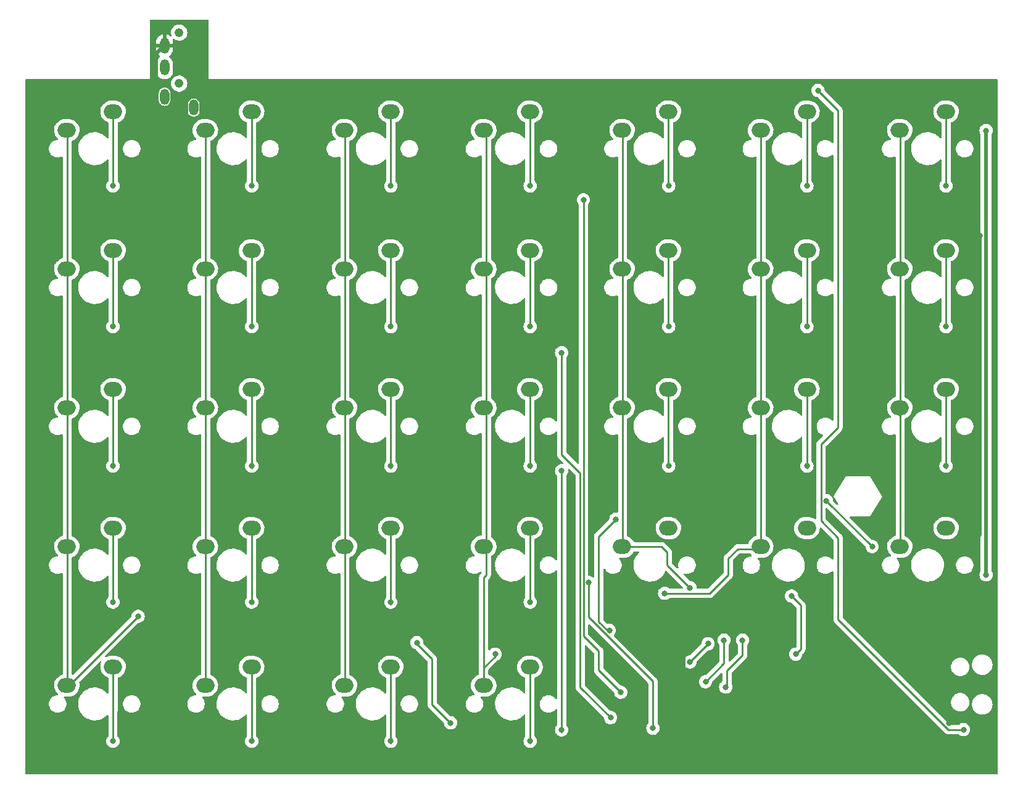
<source format=gbr>
%TF.GenerationSoftware,KiCad,Pcbnew,(7.0.0-0)*%
%TF.CreationDate,2023-03-19T23:49:49+09:00*%
%TF.ProjectId,11111_pcb,31313131-315f-4706-9362-2e6b69636164,rev?*%
%TF.SameCoordinates,Original*%
%TF.FileFunction,Copper,L1,Top*%
%TF.FilePolarity,Positive*%
%FSLAX46Y46*%
G04 Gerber Fmt 4.6, Leading zero omitted, Abs format (unit mm)*
G04 Created by KiCad (PCBNEW (7.0.0-0)) date 2023-03-19 23:49:49*
%MOMM*%
%LPD*%
G01*
G04 APERTURE LIST*
%TA.AperFunction,ComponentPad*%
%ADD10O,2.500000X2.000000*%
%TD*%
%TA.AperFunction,WasherPad*%
%ADD11C,1.210000*%
%TD*%
%TA.AperFunction,ComponentPad*%
%ADD12O,1.300000X2.200000*%
%TD*%
%TA.AperFunction,ViaPad*%
%ADD13C,0.800000*%
%TD*%
%TA.AperFunction,Conductor*%
%ADD14C,0.250000*%
%TD*%
%TA.AperFunction,Conductor*%
%ADD15C,0.500000*%
%TD*%
G04 APERTURE END LIST*
D10*
%TO.P,SW54,1,1*%
%TO.N,Col11*%
X270105986Y-92671999D03*
%TO.P,SW54,2,2*%
%TO.N,Net-(D54-A)*%
X276455986Y-90131999D03*
%TD*%
%TO.P,SW13,1,1*%
%TO.N,Col12*%
X289105986Y-35521999D03*
%TO.P,SW13,2,2*%
%TO.N,Net-(D13-A)*%
X295455986Y-32981999D03*
%TD*%
%TO.P,SW8,1,1*%
%TO.N,Col7*%
X193905986Y-35521999D03*
%TO.P,SW8,2,2*%
%TO.N,Net-(D8-A)*%
X200255986Y-32981999D03*
%TD*%
%TO.P,SW61,1,1*%
%TO.N,Col7*%
X193905986Y-111721999D03*
%TO.P,SW61,2,2*%
%TO.N,Net-(D61-A)*%
X200255986Y-109181999D03*
%TD*%
%TO.P,SW26,1,1*%
%TO.N,Col11*%
X270105986Y-54571999D03*
%TO.P,SW26,2,2*%
%TO.N,Net-(D26-A)*%
X276455986Y-52031999D03*
%TD*%
%TO.P,SW22,1,1*%
%TO.N,Col7*%
X193905986Y-54571999D03*
%TO.P,SW22,2,2*%
%TO.N,Net-(D22-A)*%
X200255986Y-52031999D03*
%TD*%
%TO.P,SW62,1,1*%
%TO.N,Col8*%
X212905986Y-111721999D03*
%TO.P,SW62,2,2*%
%TO.N,Net-(D62-A)*%
X219255986Y-109181999D03*
%TD*%
%TO.P,SW23,1,1*%
%TO.N,Col8*%
X212905986Y-54571999D03*
%TO.P,SW23,2,2*%
%TO.N,Net-(D23-A)*%
X219255986Y-52031999D03*
%TD*%
%TO.P,SW12,1,1*%
%TO.N,Col11*%
X270105986Y-35521999D03*
%TO.P,SW12,2,2*%
%TO.N,Net-(D12-A)*%
X276455986Y-32981999D03*
%TD*%
%TO.P,SW40,1,1*%
%TO.N,Col11*%
X270105986Y-73621999D03*
%TO.P,SW40,2,2*%
%TO.N,Net-(D40-A)*%
X276455986Y-71081999D03*
%TD*%
%TO.P,SW53,1,1*%
%TO.N,Col10*%
X251105986Y-92671999D03*
%TO.P,SW53,2,2*%
%TO.N,Net-(D53-A)*%
X257455986Y-90131999D03*
%TD*%
%TO.P,SW28,1,1*%
%TO.N,Col13*%
X308205986Y-54571999D03*
%TO.P,SW28,2,2*%
%TO.N,Net-(D28-A)*%
X314555986Y-52031999D03*
%TD*%
%TO.P,SW51,1,1*%
%TO.N,Col8*%
X212905986Y-92671999D03*
%TO.P,SW51,2,2*%
%TO.N,Net-(D51-A)*%
X219255986Y-90131999D03*
%TD*%
%TO.P,SW37,1,1*%
%TO.N,Col8*%
X212905986Y-73621999D03*
%TO.P,SW37,2,2*%
%TO.N,Net-(D37-A)*%
X219255986Y-71081999D03*
%TD*%
%TO.P,SW56,1,1*%
%TO.N,Col13*%
X308205986Y-92671999D03*
%TO.P,SW56,2,2*%
%TO.N,Net-(D56-A)*%
X314555986Y-90131999D03*
%TD*%
%TO.P,SW9,1,1*%
%TO.N,Col8*%
X212905986Y-35521999D03*
%TO.P,SW9,2,2*%
%TO.N,Net-(D9-A)*%
X219255986Y-32981999D03*
%TD*%
%TO.P,SW27,1,1*%
%TO.N,Col12*%
X289105986Y-54571999D03*
%TO.P,SW27,2,2*%
%TO.N,Net-(D27-A)*%
X295455986Y-52031999D03*
%TD*%
%TO.P,SW14,1,1*%
%TO.N,Col13*%
X308205986Y-35521999D03*
%TO.P,SW14,2,2*%
%TO.N,Net-(D14-A)*%
X314555986Y-32981999D03*
%TD*%
%TO.P,SW50,1,1*%
%TO.N,Col7*%
X193905986Y-92671999D03*
%TO.P,SW50,2,2*%
%TO.N,Net-(D50-A)*%
X200255986Y-90131999D03*
%TD*%
%TO.P,SW38,1,1*%
%TO.N,Col9*%
X232005986Y-73621999D03*
%TO.P,SW38,2,2*%
%TO.N,Net-(D38-A)*%
X238355986Y-71081999D03*
%TD*%
%TO.P,SW11,1,1*%
%TO.N,Col10*%
X251105986Y-35521999D03*
%TO.P,SW11,2,2*%
%TO.N,Net-(D11-A)*%
X257455986Y-32981999D03*
%TD*%
%TO.P,SW52,1,1*%
%TO.N,Col9*%
X232005986Y-92671999D03*
%TO.P,SW52,2,2*%
%TO.N,Net-(D52-A)*%
X238355986Y-90131999D03*
%TD*%
%TO.P,SW39,1,1*%
%TO.N,Col10*%
X251105986Y-73621999D03*
%TO.P,SW39,2,2*%
%TO.N,Net-(D39-A)*%
X257455986Y-71081999D03*
%TD*%
%TO.P,SW55,1,1*%
%TO.N,Col12*%
X289105986Y-92671999D03*
%TO.P,SW55,2,2*%
%TO.N,Net-(D55-A)*%
X295455986Y-90131999D03*
%TD*%
%TO.P,SW24,1,1*%
%TO.N,Col9*%
X232005986Y-54571999D03*
%TO.P,SW24,2,2*%
%TO.N,Net-(D24-A)*%
X238355986Y-52031999D03*
%TD*%
%TO.P,SW25,1,1*%
%TO.N,Col10*%
X251105986Y-54571999D03*
%TO.P,SW25,2,2*%
%TO.N,Net-(D25-A)*%
X257455986Y-52031999D03*
%TD*%
D11*
%TO.P,J2,*%
%TO.N,*%
X209320000Y-22120000D03*
X209320000Y-29120000D03*
D12*
%TO.P,J2,A*%
%TO.N,unconnected-(J2-PadA)*%
X211319999Y-32419999D03*
%TO.P,J2,B*%
%TO.N,GNDA*%
X207319999Y-23919999D03*
%TO.P,J2,C*%
%TO.N,DataRight*%
X207319999Y-26919999D03*
%TO.P,J2,D*%
%TO.N,VDD*%
X207319999Y-30919999D03*
%TD*%
D10*
%TO.P,SW10,1,1*%
%TO.N,Col9*%
X232005986Y-35521999D03*
%TO.P,SW10,2,2*%
%TO.N,Net-(D10-A)*%
X238355986Y-32981999D03*
%TD*%
%TO.P,SW64,1,1*%
%TO.N,Col10*%
X251105986Y-111721999D03*
%TO.P,SW64,2,2*%
%TO.N,Net-(D64-A)*%
X257455986Y-109181999D03*
%TD*%
%TO.P,SW41,1,1*%
%TO.N,Col12*%
X289105986Y-73621999D03*
%TO.P,SW41,2,2*%
%TO.N,Net-(D41-A)*%
X295455986Y-71081999D03*
%TD*%
%TO.P,SW42,1,1*%
%TO.N,Col13*%
X308205986Y-73621999D03*
%TO.P,SW42,2,2*%
%TO.N,Net-(D42-A)*%
X314555986Y-71081999D03*
%TD*%
%TO.P,SW36,1,1*%
%TO.N,Col7*%
X193905986Y-73621999D03*
%TO.P,SW36,2,2*%
%TO.N,Net-(D36-A)*%
X200255986Y-71081999D03*
%TD*%
%TO.P,SW63,1,1*%
%TO.N,Col9*%
X232005986Y-111721999D03*
%TO.P,SW63,2,2*%
%TO.N,Net-(D63-A)*%
X238355986Y-109181999D03*
%TD*%
D13*
%TO.N,Row5*%
X269918810Y-112666500D03*
X264790987Y-45089013D03*
%TO.N,Net-(D8-A)*%
X200225987Y-43162000D03*
%TO.N,Net-(D9-A)*%
X219275987Y-43162000D03*
%TO.N,Net-(D10-A)*%
X238360987Y-43162000D03*
%TO.N,Net-(D11-A)*%
X257475987Y-43162000D03*
%TO.N,Net-(D12-A)*%
X276500987Y-43162000D03*
%TO.N,Net-(D13-A)*%
X295455987Y-43162000D03*
%TO.N,Net-(D14-A)*%
X314540987Y-43162000D03*
%TO.N,Row6*%
X268515500Y-116135500D03*
X261800987Y-66062000D03*
%TO.N,Net-(D22-A)*%
X200225987Y-62482000D03*
%TO.N,Net-(D23-A)*%
X219275987Y-62482000D03*
%TO.N,Net-(D24-A)*%
X238360987Y-62482000D03*
%TO.N,Net-(D25-A)*%
X257475987Y-62482000D03*
%TO.N,Net-(D26-A)*%
X276500987Y-62482000D03*
%TO.N,Net-(D27-A)*%
X295455987Y-62482000D03*
%TO.N,Net-(D28-A)*%
X314540987Y-62482000D03*
%TO.N,Row7*%
X261800987Y-117822000D03*
X261800987Y-82262000D03*
%TO.N,Net-(D36-A)*%
X200225987Y-81612000D03*
%TO.N,Net-(D37-A)*%
X219275987Y-81612000D03*
%TO.N,Net-(D38-A)*%
X238360987Y-81612000D03*
%TO.N,Net-(D39-A)*%
X257475987Y-81612000D03*
%TO.N,Net-(D40-A)*%
X276500987Y-81612000D03*
%TO.N,Net-(D41-A)*%
X295455987Y-81612000D03*
%TO.N,Net-(D42-A)*%
X314540987Y-81612000D03*
%TO.N,Row8*%
X274320000Y-117584500D03*
X265515487Y-97587000D03*
%TO.N,Net-(D50-A)*%
X200225987Y-100292000D03*
%TO.N,Net-(D51-A)*%
X219275987Y-100292000D03*
%TO.N,Net-(D52-A)*%
X238360987Y-100292000D03*
%TO.N,Net-(D53-A)*%
X257475987Y-100292000D03*
%TO.N,Net-(D61-A)*%
X200225987Y-119362000D03*
%TO.N,Net-(D62-A)*%
X219275987Y-119362000D03*
%TO.N,DataRight*%
X316944407Y-117783420D03*
X296979410Y-30070500D03*
%TO.N,VDD*%
X320040000Y-35580000D03*
X320040000Y-96540000D03*
%TO.N,Col7*%
X293345489Y-99455498D03*
X293915000Y-107425000D03*
X203685987Y-102242000D03*
%TO.N,Col8*%
X286625987Y-105507000D03*
X246560987Y-116860000D03*
X241930987Y-105846500D03*
X284318000Y-111942000D03*
%TO.N,Col9*%
X281555987Y-111217000D03*
X284085987Y-105507000D03*
%TO.N,Col10*%
X279400000Y-108494987D03*
X252680987Y-107427000D03*
X281897487Y-105997500D03*
%TO.N,Col11*%
X279400000Y-98311500D03*
%TO.N,Col12*%
X275938987Y-99082000D03*
%TO.N,Col13*%
X269240000Y-88920000D03*
X298119470Y-86380000D03*
X268340987Y-104162000D03*
X304411470Y-92672000D03*
%TO.N,GNDA*%
X289560000Y-116860000D03*
X314960000Y-116860000D03*
X278550000Y-117710000D03*
X314960000Y-95297377D03*
X279400000Y-106700000D03*
X289560000Y-106700000D03*
X314960000Y-106700000D03*
X210092000Y-47552000D03*
X319190000Y-49970000D03*
%TO.N,Net-(D63-A)*%
X238360987Y-119362000D03*
%TO.N,Net-(D64-A)*%
X257475987Y-119362000D03*
%TD*%
D14*
%TO.N,Net-(D62-A)*%
X219255987Y-119342000D02*
X219275987Y-119362000D01*
%TO.N,Net-(D61-A)*%
X200255987Y-115080757D02*
X200225987Y-115110757D01*
%TO.N,Net-(D62-A)*%
X219255987Y-109182000D02*
X219255987Y-119342000D01*
%TO.N,Net-(D61-A)*%
X200225987Y-115110757D02*
X200225987Y-119362000D01*
X200255987Y-109182000D02*
X200255987Y-115080757D01*
%TO.N,Row8*%
X265515487Y-102361805D02*
X265515487Y-97587000D01*
X274320000Y-111166318D02*
X265515487Y-102361805D01*
X274320000Y-117584500D02*
X274320000Y-111166318D01*
%TO.N,Net-(D40-A)*%
X276455987Y-71382000D02*
X276455987Y-81867000D01*
%TO.N,Net-(D42-A)*%
X314555987Y-71382000D02*
X314555987Y-81897000D01*
%TO.N,Net-(D41-A)*%
X295455987Y-71382000D02*
X295455987Y-81912000D01*
%TO.N,Net-(D39-A)*%
X257455987Y-71382000D02*
X257455987Y-81892000D01*
%TO.N,Net-(D38-A)*%
X238355987Y-71382000D02*
X238355987Y-81907000D01*
%TO.N,Net-(D37-A)*%
X219255987Y-71382000D02*
X219255987Y-81892000D01*
%TO.N,Net-(D36-A)*%
X200255987Y-71382000D02*
X200255987Y-81882000D01*
%TO.N,Net-(D50-A)*%
X200255987Y-90432000D02*
X200255987Y-100562000D01*
%TO.N,Net-(D52-A)*%
X238355987Y-90432000D02*
X238355987Y-100587000D01*
%TO.N,Net-(D53-A)*%
X257455987Y-90432000D02*
X257455987Y-100572000D01*
%TO.N,Net-(D51-A)*%
X219255987Y-90432000D02*
X219255987Y-100572000D01*
%TO.N,DataRight*%
X297394470Y-78637350D02*
X297394470Y-89134470D01*
X299720000Y-102645305D02*
X314858115Y-117783420D01*
X299720000Y-32811090D02*
X299720000Y-76311820D01*
D15*
%TO.N,VDD*%
X320040000Y-35580000D02*
X320040000Y-96540000D01*
D14*
%TO.N,DataRight*%
X299720000Y-91460000D02*
X299720000Y-102645305D01*
X297394470Y-89134470D02*
X299720000Y-91460000D01*
X314858115Y-117783420D02*
X316944407Y-117783420D01*
X299720000Y-76311820D02*
X297394470Y-78637350D01*
X296979410Y-30070500D02*
X299720000Y-32811090D01*
%TO.N,Row6*%
X261800987Y-80022000D02*
X261800987Y-66362000D01*
X268515500Y-116135500D02*
X264340987Y-111960987D01*
X264340987Y-111960987D02*
X264340987Y-82562000D01*
X264340987Y-82562000D02*
X261800987Y-80022000D01*
%TO.N,Net-(D22-A)*%
X200255987Y-52032000D02*
X200255987Y-62452000D01*
X200255987Y-62452000D02*
X200225987Y-62482000D01*
%TO.N,Net-(D23-A)*%
X219255987Y-62462000D02*
X219275987Y-62482000D01*
X219255987Y-52032000D02*
X219255987Y-62462000D01*
%TO.N,Net-(D24-A)*%
X238355987Y-52032000D02*
X238355987Y-62477000D01*
X238355987Y-62477000D02*
X238360987Y-62482000D01*
%TO.N,Net-(D25-A)*%
X257455987Y-52032000D02*
X257455987Y-62462000D01*
X257455987Y-62462000D02*
X257475987Y-62482000D01*
%TO.N,Net-(D26-A)*%
X276455987Y-62437000D02*
X276500987Y-62482000D01*
X276455987Y-52032000D02*
X276455987Y-62437000D01*
%TO.N,Net-(D27-A)*%
X295455987Y-52032000D02*
X295455987Y-62482000D01*
%TO.N,Net-(D28-A)*%
X314555987Y-62467000D02*
X314540987Y-62482000D01*
X314555987Y-52032000D02*
X314555987Y-62467000D01*
%TO.N,Row7*%
X261800987Y-118122000D02*
X261800987Y-82562000D01*
%TO.N,Net-(D64-A)*%
X257455987Y-119642000D02*
X257455987Y-109482000D01*
%TO.N,Net-(D63-A)*%
X238355987Y-109482000D02*
X238355987Y-119657000D01*
%TO.N,Col13*%
X298119470Y-86380000D02*
X304411470Y-92672000D01*
D15*
%TO.N,GNDA*%
X314960000Y-95297377D02*
X319190000Y-91067377D01*
X278550000Y-107550000D02*
X279400000Y-106700000D01*
D14*
%TO.N,Col12*%
X282120988Y-99082000D02*
X284660987Y-96542001D01*
%TO.N,Col13*%
X308260987Y-35877000D02*
X308260987Y-92617000D01*
X269240000Y-88920000D02*
X266880987Y-91279013D01*
X307520987Y-73982000D02*
X308260987Y-74722000D01*
%TO.N,Col12*%
X285976570Y-92972000D02*
X289105987Y-92972000D01*
%TO.N,Col13*%
X266880987Y-91279013D02*
X266880987Y-103002000D01*
X308260987Y-92617000D02*
X308205987Y-92672000D01*
X308205987Y-35822000D02*
X308260987Y-35877000D01*
X266880987Y-103002000D02*
X268340987Y-104462000D01*
D15*
%TO.N,GNDA*%
X210092000Y-47552000D02*
X206120000Y-43580000D01*
X314960000Y-106700000D02*
X314960000Y-116860000D01*
X206120000Y-25020000D02*
X207220000Y-23920000D01*
X289560000Y-106700000D02*
X289560000Y-116860000D01*
X319190000Y-91067377D02*
X319190000Y-49970000D01*
X206120000Y-43580000D02*
X206120000Y-25020000D01*
X278550000Y-117710000D02*
X278550000Y-107550000D01*
D14*
%TO.N,Col7*%
X193960987Y-35877000D02*
X193905987Y-35822000D01*
X293345489Y-99455498D02*
X294640000Y-100750009D01*
X203685987Y-102242000D02*
X193960987Y-111967000D01*
X193960987Y-111967000D02*
X193960987Y-35877000D01*
X294640000Y-106700000D02*
X293915000Y-107425000D01*
X294640000Y-100750009D02*
X294640000Y-106700000D01*
%TO.N,Col9*%
X284085987Y-105507000D02*
X284085987Y-108687000D01*
%TO.N,Col12*%
X284660987Y-94287583D02*
X285976570Y-92972000D01*
X275938987Y-99082000D02*
X282120988Y-99082000D01*
%TO.N,Col10*%
X251105987Y-96894013D02*
X251105987Y-109302000D01*
%TO.N,Col11*%
X279400000Y-98311500D02*
X276290987Y-95202487D01*
X270160987Y-35877000D02*
X270160987Y-92917000D01*
%TO.N,Col12*%
X284660987Y-96542001D02*
X284660987Y-94287583D01*
%TO.N,Col10*%
X251460000Y-96540000D02*
X251105987Y-96894013D01*
%TO.N,Col11*%
X276290987Y-93430987D02*
X275532000Y-92672000D01*
X276290987Y-95202487D02*
X276290987Y-93430987D01*
%TO.N,Col12*%
X289105987Y-35822000D02*
X289160987Y-35877000D01*
X289160987Y-35877000D02*
X289160987Y-92917000D01*
%TO.N,Col11*%
X270105987Y-35822000D02*
X270160987Y-35877000D01*
X275532000Y-92672000D02*
X270105987Y-92672000D01*
%TO.N,Col10*%
X251460000Y-36176013D02*
X251460000Y-96540000D01*
X251105987Y-35822000D02*
X251460000Y-36176013D01*
X279400000Y-108494987D02*
X281897487Y-105997500D01*
X251105987Y-109302000D02*
X252680987Y-107727000D01*
X251105987Y-111722000D02*
X251105987Y-109302000D01*
%TO.N,Col8*%
X286625987Y-107577000D02*
X286625987Y-105507000D01*
X242068237Y-106146500D02*
X244020987Y-108099250D01*
X284480000Y-109722987D02*
X286625987Y-107577000D01*
X212905987Y-35822000D02*
X212960987Y-35877000D01*
X212960987Y-35877000D02*
X212960987Y-111967000D01*
X241930987Y-106146500D02*
X242068237Y-106146500D01*
X244020987Y-108099250D02*
X244020987Y-114320000D01*
%TO.N,Col9*%
X284085987Y-108687000D02*
X281555987Y-111217000D01*
X232060987Y-111967000D02*
X232060987Y-35877000D01*
X232060987Y-35877000D02*
X232005987Y-35822000D01*
%TO.N,Col8*%
X284480000Y-111780000D02*
X284480000Y-109722987D01*
X284318000Y-111942000D02*
X284480000Y-111780000D01*
X244020987Y-114320000D02*
X246560987Y-116860000D01*
%TO.N,Net-(D8-A)*%
X200255987Y-43132000D02*
X200225987Y-43162000D01*
%TO.N,Row5*%
X264790987Y-45089013D02*
X264790987Y-104912000D01*
X266880987Y-107002000D02*
X266880987Y-109628677D01*
X266880987Y-109628677D02*
X269918810Y-112666500D01*
X264790987Y-104912000D02*
X266880987Y-107002000D01*
%TO.N,Net-(D8-A)*%
X200255987Y-32982000D02*
X200255987Y-43132000D01*
%TO.N,Net-(D12-A)*%
X276455987Y-43117000D02*
X276500987Y-43162000D01*
%TO.N,Net-(D14-A)*%
X314555987Y-32982000D02*
X314555987Y-43147000D01*
%TO.N,Net-(D13-A)*%
X295455987Y-32982000D02*
X295455987Y-43162000D01*
%TO.N,Net-(D14-A)*%
X314555987Y-43147000D02*
X314540987Y-43162000D01*
%TO.N,Net-(D11-A)*%
X257455987Y-32982000D02*
X257455987Y-43142000D01*
%TO.N,Net-(D10-A)*%
X238355987Y-32982000D02*
X238355987Y-43157000D01*
%TO.N,Net-(D12-A)*%
X276455987Y-32982000D02*
X276455987Y-43117000D01*
%TO.N,Net-(D10-A)*%
X238355987Y-43157000D02*
X238360987Y-43162000D01*
%TO.N,Net-(D9-A)*%
X219255987Y-43142000D02*
X219275987Y-43162000D01*
%TO.N,Net-(D11-A)*%
X257455987Y-43142000D02*
X257475987Y-43162000D01*
%TO.N,Net-(D9-A)*%
X219255987Y-32982000D02*
X219255987Y-43142000D01*
%TD*%
%TA.AperFunction,Conductor*%
%TO.N,GNDA*%
G36*
X213297500Y-20358613D02*
G01*
X213342887Y-20404000D01*
X213359500Y-20466000D01*
X213359500Y-28499901D01*
X213359459Y-28500000D01*
X213359500Y-28500099D01*
X213359617Y-28500383D01*
X213360000Y-28500541D01*
X213360099Y-28500500D01*
X321515500Y-28500500D01*
X321577500Y-28517113D01*
X321622887Y-28562500D01*
X321639500Y-28624500D01*
X321639500Y-123775500D01*
X321622887Y-123837500D01*
X321577500Y-123882887D01*
X321515500Y-123899500D01*
X188324500Y-123899500D01*
X188262500Y-123882887D01*
X188217113Y-123837500D01*
X188200500Y-123775500D01*
X188200500Y-114373243D01*
X191435487Y-114373243D01*
X191436538Y-114378869D01*
X191436539Y-114378872D01*
X191474195Y-114580310D01*
X191476369Y-114591940D01*
X191478439Y-114597285D01*
X191478440Y-114597286D01*
X191548800Y-114778907D01*
X191556740Y-114799401D01*
X191563778Y-114810768D01*
X191670515Y-114983156D01*
X191673863Y-114988562D01*
X191677723Y-114992796D01*
X191819884Y-115148740D01*
X191819888Y-115148744D01*
X191823751Y-115152981D01*
X191828324Y-115156434D01*
X191828328Y-115156438D01*
X191996725Y-115283605D01*
X192001298Y-115287058D01*
X192200459Y-115386229D01*
X192414451Y-115447115D01*
X192580484Y-115462500D01*
X192688618Y-115462500D01*
X192691490Y-115462500D01*
X192857523Y-115447115D01*
X193071515Y-115386229D01*
X193270676Y-115287058D01*
X193448223Y-115152981D01*
X193598111Y-114988562D01*
X193715234Y-114799401D01*
X193795605Y-114591940D01*
X193836487Y-114373243D01*
X193836487Y-114150757D01*
X193795605Y-113932060D01*
X193715234Y-113724599D01*
X193598111Y-113535438D01*
X193509318Y-113438037D01*
X193481690Y-113388434D01*
X193479067Y-113331715D01*
X193502002Y-113279773D01*
X193545684Y-113243500D01*
X193600956Y-113230500D01*
X194214299Y-113230500D01*
X194216784Y-113230500D01*
X194398755Y-113215810D01*
X194635235Y-113157523D01*
X194859303Y-113062056D01*
X195065155Y-112931883D01*
X195247461Y-112770375D01*
X195401497Y-112581714D01*
X195523276Y-112370787D01*
X195609643Y-112143057D01*
X195658361Y-111904421D01*
X195668168Y-111661061D01*
X195638810Y-111419280D01*
X195606591Y-111308050D01*
X195605604Y-111242670D01*
X195638013Y-111185876D01*
X198448099Y-108375790D01*
X198498490Y-108345213D01*
X198557309Y-108341356D01*
X198611262Y-108365095D01*
X198648159Y-108411063D01*
X198659661Y-108468875D01*
X198643170Y-108525466D01*
X198641202Y-108528873D01*
X198641194Y-108528889D01*
X198638698Y-108533213D01*
X198636923Y-108537891D01*
X198636923Y-108537893D01*
X198562922Y-108733018D01*
X198552331Y-108760943D01*
X198551333Y-108765826D01*
X198551331Y-108765837D01*
X198504612Y-108994683D01*
X198504611Y-108994689D01*
X198503613Y-108999579D01*
X198503412Y-109004563D01*
X198503411Y-109004573D01*
X198494007Y-109237936D01*
X198494007Y-109237943D01*
X198493806Y-109242939D01*
X198494409Y-109247905D01*
X198522560Y-109479753D01*
X198522562Y-109479763D01*
X198523164Y-109484720D01*
X198524555Y-109489522D01*
X198524556Y-109489527D01*
X198589534Y-109713858D01*
X198589536Y-109713863D01*
X198590926Y-109718662D01*
X198593064Y-109723168D01*
X198593068Y-109723178D01*
X198689856Y-109927153D01*
X198695337Y-109938704D01*
X198698175Y-109942815D01*
X198698177Y-109942819D01*
X198764474Y-110038866D01*
X198833694Y-110139148D01*
X198920564Y-110229589D01*
X198993569Y-110305596D01*
X199002412Y-110314802D01*
X199197122Y-110461117D01*
X199412782Y-110574304D01*
X199417525Y-110575887D01*
X199417524Y-110575887D01*
X199537754Y-110616026D01*
X199581953Y-110641941D01*
X199611902Y-110683513D01*
X199622487Y-110733644D01*
X199622487Y-112689490D01*
X199608783Y-112746154D01*
X199570700Y-112790293D01*
X199516656Y-112812152D01*
X199458596Y-112806898D01*
X199409353Y-112775694D01*
X199409256Y-112775594D01*
X199228967Y-112589176D01*
X199083353Y-112474186D01*
X198995756Y-112405011D01*
X198995749Y-112405006D01*
X198992502Y-112402442D01*
X198988941Y-112400332D01*
X198988934Y-112400328D01*
X198736818Y-112251000D01*
X198736815Y-112250998D01*
X198733257Y-112248891D01*
X198729458Y-112247280D01*
X198729448Y-112247275D01*
X198459668Y-112132879D01*
X198459665Y-112132878D01*
X198455859Y-112131264D01*
X198451872Y-112130172D01*
X198451864Y-112130169D01*
X198169265Y-112052757D01*
X198169256Y-112052755D01*
X198165258Y-112051660D01*
X198161151Y-112051107D01*
X198161143Y-112051106D01*
X197870741Y-112012051D01*
X197870733Y-112012050D01*
X197866640Y-112011500D01*
X197640743Y-112011500D01*
X197638669Y-112011638D01*
X197638664Y-112011639D01*
X197419485Y-112026311D01*
X197419479Y-112026311D01*
X197415353Y-112026588D01*
X197411296Y-112027412D01*
X197411293Y-112027413D01*
X197124152Y-112085777D01*
X197124149Y-112085777D01*
X197120084Y-112086604D01*
X197116170Y-112087963D01*
X197116163Y-112087965D01*
X196839362Y-112184081D01*
X196839354Y-112184084D01*
X196835450Y-112185440D01*
X196831758Y-112187305D01*
X196831750Y-112187309D01*
X196570229Y-112319461D01*
X196570219Y-112319466D01*
X196566528Y-112321332D01*
X196563117Y-112323672D01*
X196563111Y-112323677D01*
X196321535Y-112489509D01*
X196321521Y-112489519D01*
X196318118Y-112491856D01*
X196315053Y-112494627D01*
X196315043Y-112494636D01*
X196097728Y-112691187D01*
X196097722Y-112691192D01*
X196094654Y-112693968D01*
X196091985Y-112697123D01*
X196091978Y-112697132D01*
X195902797Y-112920896D01*
X195902791Y-112920903D01*
X195900122Y-112924061D01*
X195897899Y-112927542D01*
X195897891Y-112927554D01*
X195740220Y-113174542D01*
X195740216Y-113174549D01*
X195737994Y-113178030D01*
X195736254Y-113181779D01*
X195736251Y-113181785D01*
X195612909Y-113447580D01*
X195612905Y-113447589D01*
X195611164Y-113451342D01*
X195609938Y-113455291D01*
X195609936Y-113455299D01*
X195523627Y-113733534D01*
X195521894Y-113739121D01*
X195521205Y-113743199D01*
X195521205Y-113743204D01*
X195474147Y-114022185D01*
X195471778Y-114036230D01*
X195471640Y-114040353D01*
X195471639Y-114040365D01*
X195461848Y-114333222D01*
X195461848Y-114333231D01*
X195461710Y-114337369D01*
X195462124Y-114341490D01*
X195462125Y-114341501D01*
X195491453Y-114633034D01*
X195491454Y-114633044D01*
X195491869Y-114637162D01*
X195492829Y-114641193D01*
X195492830Y-114641195D01*
X195560090Y-114923432D01*
X195561718Y-114930261D01*
X195563207Y-114934128D01*
X195563208Y-114934130D01*
X195577628Y-114971571D01*
X195670010Y-115211434D01*
X195671994Y-115215055D01*
X195672000Y-115215067D01*
X195749254Y-115356037D01*
X195814812Y-115475665D01*
X195817268Y-115478998D01*
X195817271Y-115479003D01*
X195972794Y-115690080D01*
X195993541Y-115718238D01*
X196203007Y-115934824D01*
X196274405Y-115991206D01*
X196436217Y-116118988D01*
X196436221Y-116118990D01*
X196439472Y-116121558D01*
X196443036Y-116123669D01*
X196443039Y-116123671D01*
X196473917Y-116141960D01*
X196698717Y-116275109D01*
X196702521Y-116276722D01*
X196702525Y-116276724D01*
X196800404Y-116318228D01*
X196976115Y-116392736D01*
X197266716Y-116472340D01*
X197565334Y-116512500D01*
X197789149Y-116512500D01*
X197791231Y-116512500D01*
X198016621Y-116497412D01*
X198311890Y-116437396D01*
X198596524Y-116338560D01*
X198865446Y-116202668D01*
X199113856Y-116032144D01*
X199337320Y-115830032D01*
X199373792Y-115786891D01*
X199422377Y-115751840D01*
X199481723Y-115743656D01*
X199537979Y-115764250D01*
X199578016Y-115808815D01*
X199592487Y-115866948D01*
X199592487Y-118660243D01*
X199584251Y-118704681D01*
X199560637Y-118743215D01*
X199546177Y-118759275D01*
X199486947Y-118825056D01*
X199483701Y-118830676D01*
X199483698Y-118830682D01*
X199394708Y-118984817D01*
X199394705Y-118984822D01*
X199391460Y-118990444D01*
X199389454Y-118996616D01*
X199389452Y-118996622D01*
X199334452Y-119165892D01*
X199334450Y-119165901D01*
X199332445Y-119172072D01*
X199331767Y-119178522D01*
X199331765Y-119178532D01*
X199313765Y-119349795D01*
X199312483Y-119362000D01*
X199313162Y-119368460D01*
X199331765Y-119545467D01*
X199331766Y-119545475D01*
X199332445Y-119551928D01*
X199334450Y-119558100D01*
X199334452Y-119558107D01*
X199389452Y-119727377D01*
X199391460Y-119733556D01*
X199486947Y-119898944D01*
X199614734Y-120040866D01*
X199619984Y-120044680D01*
X199619987Y-120044683D01*
X199762850Y-120148479D01*
X199769235Y-120153118D01*
X199943699Y-120230794D01*
X199950057Y-120232145D01*
X199950059Y-120232146D01*
X199959751Y-120234206D01*
X200130500Y-120270500D01*
X200314971Y-120270500D01*
X200321474Y-120270500D01*
X200508275Y-120230794D01*
X200682739Y-120153118D01*
X200837240Y-120040866D01*
X200965027Y-119898944D01*
X201060514Y-119733556D01*
X201119529Y-119551928D01*
X201139491Y-119362000D01*
X201119529Y-119172072D01*
X201060514Y-118990444D01*
X200965027Y-118825056D01*
X200891336Y-118743214D01*
X200867723Y-118704681D01*
X200859487Y-118660243D01*
X200859487Y-115306366D01*
X200864411Y-115271769D01*
X200866067Y-115266066D01*
X200869168Y-115258902D01*
X200876098Y-115215141D01*
X200878468Y-115203700D01*
X200879265Y-115200597D01*
X200889487Y-115160787D01*
X200889487Y-115140366D01*
X200891014Y-115120969D01*
X200891747Y-115116341D01*
X200894206Y-115100814D01*
X200890036Y-115056707D01*
X200889487Y-115045039D01*
X200889487Y-114373243D01*
X201595487Y-114373243D01*
X201596538Y-114378869D01*
X201596539Y-114378872D01*
X201634195Y-114580310D01*
X201636369Y-114591940D01*
X201638439Y-114597285D01*
X201638440Y-114597286D01*
X201708800Y-114778907D01*
X201716740Y-114799401D01*
X201723778Y-114810768D01*
X201830515Y-114983156D01*
X201833863Y-114988562D01*
X201837723Y-114992796D01*
X201979884Y-115148740D01*
X201979888Y-115148744D01*
X201983751Y-115152981D01*
X201988324Y-115156434D01*
X201988328Y-115156438D01*
X202156725Y-115283605D01*
X202161298Y-115287058D01*
X202360459Y-115386229D01*
X202574451Y-115447115D01*
X202740484Y-115462500D01*
X202848618Y-115462500D01*
X202851490Y-115462500D01*
X203017523Y-115447115D01*
X203231515Y-115386229D01*
X203430676Y-115287058D01*
X203608223Y-115152981D01*
X203758111Y-114988562D01*
X203875234Y-114799401D01*
X203955605Y-114591940D01*
X203996487Y-114373243D01*
X210435487Y-114373243D01*
X210436538Y-114378869D01*
X210436539Y-114378872D01*
X210474195Y-114580310D01*
X210476369Y-114591940D01*
X210478439Y-114597285D01*
X210478440Y-114597286D01*
X210548800Y-114778907D01*
X210556740Y-114799401D01*
X210563778Y-114810768D01*
X210670515Y-114983156D01*
X210673863Y-114988562D01*
X210677723Y-114992796D01*
X210819884Y-115148740D01*
X210819888Y-115148744D01*
X210823751Y-115152981D01*
X210828324Y-115156434D01*
X210828328Y-115156438D01*
X210996725Y-115283605D01*
X211001298Y-115287058D01*
X211200459Y-115386229D01*
X211414451Y-115447115D01*
X211580484Y-115462500D01*
X211688618Y-115462500D01*
X211691490Y-115462500D01*
X211857523Y-115447115D01*
X212071515Y-115386229D01*
X212270676Y-115287058D01*
X212448223Y-115152981D01*
X212598111Y-114988562D01*
X212715234Y-114799401D01*
X212795605Y-114591940D01*
X212836487Y-114373243D01*
X212836487Y-114337369D01*
X214461710Y-114337369D01*
X214462124Y-114341490D01*
X214462125Y-114341501D01*
X214491453Y-114633034D01*
X214491454Y-114633044D01*
X214491869Y-114637162D01*
X214492829Y-114641193D01*
X214492830Y-114641195D01*
X214560090Y-114923432D01*
X214561718Y-114930261D01*
X214563207Y-114934128D01*
X214563208Y-114934130D01*
X214577628Y-114971571D01*
X214670010Y-115211434D01*
X214671994Y-115215055D01*
X214672000Y-115215067D01*
X214749254Y-115356037D01*
X214814812Y-115475665D01*
X214817268Y-115478998D01*
X214817271Y-115479003D01*
X214972794Y-115690080D01*
X214993541Y-115718238D01*
X215203007Y-115934824D01*
X215274405Y-115991206D01*
X215436217Y-116118988D01*
X215436221Y-116118990D01*
X215439472Y-116121558D01*
X215443036Y-116123669D01*
X215443039Y-116123671D01*
X215473917Y-116141960D01*
X215698717Y-116275109D01*
X215702521Y-116276722D01*
X215702525Y-116276724D01*
X215800404Y-116318228D01*
X215976115Y-116392736D01*
X216266716Y-116472340D01*
X216565334Y-116512500D01*
X216789149Y-116512500D01*
X216791231Y-116512500D01*
X217016621Y-116497412D01*
X217311890Y-116437396D01*
X217596524Y-116338560D01*
X217865446Y-116202668D01*
X218113856Y-116032144D01*
X218337320Y-115830032D01*
X218403794Y-115751405D01*
X218452377Y-115716356D01*
X218511723Y-115708172D01*
X218567979Y-115728766D01*
X218608016Y-115773331D01*
X218622487Y-115831464D01*
X218622487Y-118682455D01*
X218614251Y-118726893D01*
X218590636Y-118765427D01*
X218536947Y-118825056D01*
X218533701Y-118830676D01*
X218533698Y-118830682D01*
X218444708Y-118984817D01*
X218444705Y-118984822D01*
X218441460Y-118990444D01*
X218439454Y-118996616D01*
X218439452Y-118996622D01*
X218384452Y-119165892D01*
X218384450Y-119165901D01*
X218382445Y-119172072D01*
X218381767Y-119178522D01*
X218381765Y-119178532D01*
X218363765Y-119349795D01*
X218362483Y-119362000D01*
X218363162Y-119368460D01*
X218381765Y-119545467D01*
X218381766Y-119545475D01*
X218382445Y-119551928D01*
X218384450Y-119558100D01*
X218384452Y-119558107D01*
X218439452Y-119727377D01*
X218441460Y-119733556D01*
X218536947Y-119898944D01*
X218664734Y-120040866D01*
X218669984Y-120044680D01*
X218669987Y-120044683D01*
X218812850Y-120148479D01*
X218819235Y-120153118D01*
X218993699Y-120230794D01*
X219000057Y-120232145D01*
X219000059Y-120232146D01*
X219009751Y-120234206D01*
X219180500Y-120270500D01*
X219364971Y-120270500D01*
X219371474Y-120270500D01*
X219558275Y-120230794D01*
X219732739Y-120153118D01*
X219887240Y-120040866D01*
X220015027Y-119898944D01*
X220110514Y-119733556D01*
X220169529Y-119551928D01*
X220189491Y-119362000D01*
X220169529Y-119172072D01*
X220110514Y-118990444D01*
X220015027Y-118825056D01*
X219921336Y-118721002D01*
X219897723Y-118682469D01*
X219889487Y-118638031D01*
X219889487Y-114373243D01*
X220595487Y-114373243D01*
X220596538Y-114378869D01*
X220596539Y-114378872D01*
X220634195Y-114580310D01*
X220636369Y-114591940D01*
X220638439Y-114597285D01*
X220638440Y-114597286D01*
X220708800Y-114778907D01*
X220716740Y-114799401D01*
X220723778Y-114810768D01*
X220830515Y-114983156D01*
X220833863Y-114988562D01*
X220837723Y-114992796D01*
X220979884Y-115148740D01*
X220979888Y-115148744D01*
X220983751Y-115152981D01*
X220988324Y-115156434D01*
X220988328Y-115156438D01*
X221156725Y-115283605D01*
X221161298Y-115287058D01*
X221360459Y-115386229D01*
X221574451Y-115447115D01*
X221740484Y-115462500D01*
X221848618Y-115462500D01*
X221851490Y-115462500D01*
X222017523Y-115447115D01*
X222231515Y-115386229D01*
X222430676Y-115287058D01*
X222608223Y-115152981D01*
X222758111Y-114988562D01*
X222875234Y-114799401D01*
X222955605Y-114591940D01*
X222996487Y-114373243D01*
X229535487Y-114373243D01*
X229536538Y-114378869D01*
X229536539Y-114378872D01*
X229574195Y-114580310D01*
X229576369Y-114591940D01*
X229578439Y-114597285D01*
X229578440Y-114597286D01*
X229648800Y-114778907D01*
X229656740Y-114799401D01*
X229663778Y-114810768D01*
X229770515Y-114983156D01*
X229773863Y-114988562D01*
X229777723Y-114992796D01*
X229919884Y-115148740D01*
X229919888Y-115148744D01*
X229923751Y-115152981D01*
X229928324Y-115156434D01*
X229928328Y-115156438D01*
X230096725Y-115283605D01*
X230101298Y-115287058D01*
X230300459Y-115386229D01*
X230514451Y-115447115D01*
X230680484Y-115462500D01*
X230788618Y-115462500D01*
X230791490Y-115462500D01*
X230957523Y-115447115D01*
X231171515Y-115386229D01*
X231370676Y-115287058D01*
X231548223Y-115152981D01*
X231698111Y-114988562D01*
X231815234Y-114799401D01*
X231895605Y-114591940D01*
X231936487Y-114373243D01*
X231936487Y-114337369D01*
X233561710Y-114337369D01*
X233562124Y-114341490D01*
X233562125Y-114341501D01*
X233591453Y-114633034D01*
X233591454Y-114633044D01*
X233591869Y-114637162D01*
X233592829Y-114641193D01*
X233592830Y-114641195D01*
X233660090Y-114923432D01*
X233661718Y-114930261D01*
X233663207Y-114934128D01*
X233663208Y-114934130D01*
X233677628Y-114971571D01*
X233770010Y-115211434D01*
X233771994Y-115215055D01*
X233772000Y-115215067D01*
X233849254Y-115356037D01*
X233914812Y-115475665D01*
X233917268Y-115478998D01*
X233917271Y-115479003D01*
X234072794Y-115690080D01*
X234093541Y-115718238D01*
X234303007Y-115934824D01*
X234374405Y-115991206D01*
X234536217Y-116118988D01*
X234536221Y-116118990D01*
X234539472Y-116121558D01*
X234543036Y-116123669D01*
X234543039Y-116123671D01*
X234573917Y-116141960D01*
X234798717Y-116275109D01*
X234802521Y-116276722D01*
X234802525Y-116276724D01*
X234900404Y-116318228D01*
X235076115Y-116392736D01*
X235366716Y-116472340D01*
X235665334Y-116512500D01*
X235889149Y-116512500D01*
X235891231Y-116512500D01*
X236116621Y-116497412D01*
X236411890Y-116437396D01*
X236696524Y-116338560D01*
X236965446Y-116202668D01*
X237213856Y-116032144D01*
X237437320Y-115830032D01*
X237503794Y-115751405D01*
X237552377Y-115716356D01*
X237611723Y-115708172D01*
X237667979Y-115728766D01*
X237708016Y-115773331D01*
X237722487Y-115831464D01*
X237722487Y-118665796D01*
X237714251Y-118710234D01*
X237690636Y-118748768D01*
X237621947Y-118825056D01*
X237618701Y-118830676D01*
X237618698Y-118830682D01*
X237529708Y-118984817D01*
X237529705Y-118984822D01*
X237526460Y-118990444D01*
X237524454Y-118996616D01*
X237524452Y-118996622D01*
X237469452Y-119165892D01*
X237469450Y-119165901D01*
X237467445Y-119172072D01*
X237466767Y-119178522D01*
X237466765Y-119178532D01*
X237448765Y-119349795D01*
X237447483Y-119362000D01*
X237448162Y-119368460D01*
X237466765Y-119545467D01*
X237466766Y-119545475D01*
X237467445Y-119551928D01*
X237469450Y-119558100D01*
X237469452Y-119558107D01*
X237524452Y-119727377D01*
X237526460Y-119733556D01*
X237621947Y-119898944D01*
X237749734Y-120040866D01*
X237754984Y-120044680D01*
X237754987Y-120044683D01*
X237897850Y-120148479D01*
X237904235Y-120153118D01*
X238078699Y-120230794D01*
X238085057Y-120232145D01*
X238091237Y-120234153D01*
X238091058Y-120234703D01*
X238107737Y-120240316D01*
X238158669Y-120264283D01*
X238315893Y-120294275D01*
X238475637Y-120284225D01*
X238627862Y-120234764D01*
X238627862Y-120234763D01*
X238633515Y-120233249D01*
X238636906Y-120232147D01*
X238643275Y-120230794D01*
X238817739Y-120153118D01*
X238972240Y-120040866D01*
X239100027Y-119898944D01*
X239195514Y-119733556D01*
X239254529Y-119551928D01*
X239274491Y-119362000D01*
X239254529Y-119172072D01*
X239195514Y-118990444D01*
X239100027Y-118825056D01*
X239021336Y-118737661D01*
X238997723Y-118699128D01*
X238989487Y-118654690D01*
X238989487Y-114373243D01*
X239695487Y-114373243D01*
X239696538Y-114378869D01*
X239696539Y-114378872D01*
X239734195Y-114580310D01*
X239736369Y-114591940D01*
X239738439Y-114597285D01*
X239738440Y-114597286D01*
X239808800Y-114778907D01*
X239816740Y-114799401D01*
X239823778Y-114810768D01*
X239930515Y-114983156D01*
X239933863Y-114988562D01*
X239937723Y-114992796D01*
X240079884Y-115148740D01*
X240079888Y-115148744D01*
X240083751Y-115152981D01*
X240088324Y-115156434D01*
X240088328Y-115156438D01*
X240256725Y-115283605D01*
X240261298Y-115287058D01*
X240460459Y-115386229D01*
X240674451Y-115447115D01*
X240840484Y-115462500D01*
X240948618Y-115462500D01*
X240951490Y-115462500D01*
X241117523Y-115447115D01*
X241331515Y-115386229D01*
X241530676Y-115287058D01*
X241708223Y-115152981D01*
X241858111Y-114988562D01*
X241975234Y-114799401D01*
X242055605Y-114591940D01*
X242096487Y-114373243D01*
X242096487Y-114150757D01*
X242055605Y-113932060D01*
X241975234Y-113724599D01*
X241858111Y-113535438D01*
X241789577Y-113460260D01*
X241712089Y-113375259D01*
X241712084Y-113375255D01*
X241708223Y-113371019D01*
X241703650Y-113367566D01*
X241703645Y-113367561D01*
X241535248Y-113240394D01*
X241535243Y-113240391D01*
X241530676Y-113236942D01*
X241525550Y-113234389D01*
X241525546Y-113234387D01*
X241336645Y-113140325D01*
X241336640Y-113140323D01*
X241331515Y-113137771D01*
X241326008Y-113136204D01*
X241326000Y-113136201D01*
X241123037Y-113078454D01*
X241123038Y-113078454D01*
X241117523Y-113076885D01*
X241111815Y-113076356D01*
X240954350Y-113061765D01*
X240954349Y-113061764D01*
X240951490Y-113061500D01*
X240840484Y-113061500D01*
X240837625Y-113061764D01*
X240837623Y-113061765D01*
X240680158Y-113076356D01*
X240680156Y-113076356D01*
X240674451Y-113076885D01*
X240668937Y-113078453D01*
X240668936Y-113078454D01*
X240465973Y-113136201D01*
X240465962Y-113136205D01*
X240460459Y-113137771D01*
X240455336Y-113140321D01*
X240455328Y-113140325D01*
X240266427Y-113234387D01*
X240266418Y-113234392D01*
X240261298Y-113236942D01*
X240256735Y-113240387D01*
X240256725Y-113240394D01*
X240088328Y-113367561D01*
X240088317Y-113367570D01*
X240083751Y-113371019D01*
X240079894Y-113375249D01*
X240079884Y-113375259D01*
X239937723Y-113531203D01*
X239937719Y-113531207D01*
X239933863Y-113535438D01*
X239930851Y-113540301D01*
X239930846Y-113540309D01*
X239819758Y-113719724D01*
X239816740Y-113724599D01*
X239814672Y-113729936D01*
X239814670Y-113729941D01*
X239738440Y-113926713D01*
X239736369Y-113932060D01*
X239735315Y-113937694D01*
X239735315Y-113937697D01*
X239697414Y-114140449D01*
X239695487Y-114150757D01*
X239695487Y-114373243D01*
X238989487Y-114373243D01*
X238989487Y-110738271D01*
X239001456Y-110685120D01*
X239035053Y-110642229D01*
X239076111Y-110621715D01*
X239075640Y-110620303D01*
X239080386Y-110618718D01*
X239085235Y-110617523D01*
X239309303Y-110522056D01*
X239515155Y-110391883D01*
X239697461Y-110230375D01*
X239851497Y-110041714D01*
X239973276Y-109830787D01*
X240059643Y-109603057D01*
X240108361Y-109364421D01*
X240118168Y-109121061D01*
X240088810Y-108879280D01*
X240021048Y-108645338D01*
X240003585Y-108608536D01*
X239933538Y-108460914D01*
X239916637Y-108425296D01*
X239778280Y-108224852D01*
X239647361Y-108088551D01*
X239613019Y-108052797D01*
X239613018Y-108052796D01*
X239609562Y-108049198D01*
X239414852Y-107902883D01*
X239276332Y-107830182D01*
X239203613Y-107792016D01*
X239203609Y-107792014D01*
X239199192Y-107789696D01*
X239194454Y-107788114D01*
X239194449Y-107788112D01*
X238972909Y-107714151D01*
X238972903Y-107714149D01*
X238968169Y-107712569D01*
X238963242Y-107711768D01*
X238963237Y-107711767D01*
X238732702Y-107674302D01*
X238732699Y-107674301D01*
X238727766Y-107673500D01*
X238045190Y-107673500D01*
X238042735Y-107673698D01*
X238042714Y-107673699D01*
X237868195Y-107687788D01*
X237868191Y-107687788D01*
X237863219Y-107688190D01*
X237858381Y-107689382D01*
X237858371Y-107689384D01*
X237631585Y-107745282D01*
X237631578Y-107745284D01*
X237626739Y-107746477D01*
X237622152Y-107748431D01*
X237622144Y-107748434D01*
X237407269Y-107839984D01*
X237407259Y-107839989D01*
X237402671Y-107841944D01*
X237398461Y-107844606D01*
X237398450Y-107844612D01*
X237201038Y-107969448D01*
X237201029Y-107969454D01*
X237196819Y-107972117D01*
X237193092Y-107975418D01*
X237193081Y-107975427D01*
X237018252Y-108130312D01*
X237018248Y-108130315D01*
X237014513Y-108133625D01*
X237011355Y-108137492D01*
X237011351Y-108137497D01*
X236863638Y-108318413D01*
X236863631Y-108318422D01*
X236860477Y-108322286D01*
X236857984Y-108326603D01*
X236857977Y-108326614D01*
X236741200Y-108528877D01*
X236741193Y-108528890D01*
X236738698Y-108533213D01*
X236736923Y-108537891D01*
X236736923Y-108537893D01*
X236662922Y-108733018D01*
X236652331Y-108760943D01*
X236651333Y-108765826D01*
X236651331Y-108765837D01*
X236604612Y-108994683D01*
X236604611Y-108994689D01*
X236603613Y-108999579D01*
X236603412Y-109004563D01*
X236603411Y-109004573D01*
X236594007Y-109237936D01*
X236594007Y-109237943D01*
X236593806Y-109242939D01*
X236594409Y-109247905D01*
X236622560Y-109479753D01*
X236622562Y-109479763D01*
X236623164Y-109484720D01*
X236624555Y-109489522D01*
X236624556Y-109489527D01*
X236689534Y-109713858D01*
X236689536Y-109713863D01*
X236690926Y-109718662D01*
X236693064Y-109723168D01*
X236693068Y-109723178D01*
X236789856Y-109927153D01*
X236795337Y-109938704D01*
X236798175Y-109942815D01*
X236798177Y-109942819D01*
X236864474Y-110038866D01*
X236933694Y-110139148D01*
X237020564Y-110229589D01*
X237093569Y-110305596D01*
X237102412Y-110314802D01*
X237297122Y-110461117D01*
X237512782Y-110574304D01*
X237517525Y-110575887D01*
X237517524Y-110575887D01*
X237637754Y-110616026D01*
X237681953Y-110641941D01*
X237711902Y-110683513D01*
X237722487Y-110733644D01*
X237722487Y-112689490D01*
X237708783Y-112746154D01*
X237670700Y-112790293D01*
X237616656Y-112812152D01*
X237558596Y-112806898D01*
X237509353Y-112775694D01*
X237509256Y-112775594D01*
X237328967Y-112589176D01*
X237183353Y-112474186D01*
X237095756Y-112405011D01*
X237095749Y-112405006D01*
X237092502Y-112402442D01*
X237088941Y-112400332D01*
X237088934Y-112400328D01*
X236836818Y-112251000D01*
X236836815Y-112250998D01*
X236833257Y-112248891D01*
X236829458Y-112247280D01*
X236829448Y-112247275D01*
X236559668Y-112132879D01*
X236559665Y-112132878D01*
X236555859Y-112131264D01*
X236551872Y-112130172D01*
X236551864Y-112130169D01*
X236269265Y-112052757D01*
X236269256Y-112052755D01*
X236265258Y-112051660D01*
X236261151Y-112051107D01*
X236261143Y-112051106D01*
X235970741Y-112012051D01*
X235970733Y-112012050D01*
X235966640Y-112011500D01*
X235740743Y-112011500D01*
X235738669Y-112011638D01*
X235738664Y-112011639D01*
X235519485Y-112026311D01*
X235519479Y-112026311D01*
X235515353Y-112026588D01*
X235511296Y-112027412D01*
X235511293Y-112027413D01*
X235224152Y-112085777D01*
X235224149Y-112085777D01*
X235220084Y-112086604D01*
X235216170Y-112087963D01*
X235216163Y-112087965D01*
X234939362Y-112184081D01*
X234939354Y-112184084D01*
X234935450Y-112185440D01*
X234931758Y-112187305D01*
X234931750Y-112187309D01*
X234670229Y-112319461D01*
X234670219Y-112319466D01*
X234666528Y-112321332D01*
X234663117Y-112323672D01*
X234663111Y-112323677D01*
X234421535Y-112489509D01*
X234421521Y-112489519D01*
X234418118Y-112491856D01*
X234415053Y-112494627D01*
X234415043Y-112494636D01*
X234197728Y-112691187D01*
X234197722Y-112691192D01*
X234194654Y-112693968D01*
X234191985Y-112697123D01*
X234191978Y-112697132D01*
X234002797Y-112920896D01*
X234002791Y-112920903D01*
X234000122Y-112924061D01*
X233997899Y-112927542D01*
X233997891Y-112927554D01*
X233840220Y-113174542D01*
X233840216Y-113174549D01*
X233837994Y-113178030D01*
X233836254Y-113181779D01*
X233836251Y-113181785D01*
X233712909Y-113447580D01*
X233712905Y-113447589D01*
X233711164Y-113451342D01*
X233709938Y-113455291D01*
X233709936Y-113455299D01*
X233623627Y-113733534D01*
X233621894Y-113739121D01*
X233621205Y-113743199D01*
X233621205Y-113743204D01*
X233574147Y-114022185D01*
X233571778Y-114036230D01*
X233571640Y-114040353D01*
X233571639Y-114040365D01*
X233561848Y-114333222D01*
X233561848Y-114333231D01*
X233561710Y-114337369D01*
X231936487Y-114337369D01*
X231936487Y-114150757D01*
X231895605Y-113932060D01*
X231815234Y-113724599D01*
X231698111Y-113535438D01*
X231609318Y-113438037D01*
X231581690Y-113388434D01*
X231579067Y-113331715D01*
X231602002Y-113279773D01*
X231645684Y-113243500D01*
X231700956Y-113230500D01*
X232314299Y-113230500D01*
X232316784Y-113230500D01*
X232498755Y-113215810D01*
X232735235Y-113157523D01*
X232959303Y-113062056D01*
X233165155Y-112931883D01*
X233347461Y-112770375D01*
X233501497Y-112581714D01*
X233623276Y-112370787D01*
X233709643Y-112143057D01*
X233758361Y-111904421D01*
X233768168Y-111661061D01*
X233738810Y-111419280D01*
X233671048Y-111185338D01*
X233662005Y-111166281D01*
X233595950Y-111027072D01*
X233566637Y-110965296D01*
X233428280Y-110764852D01*
X233259562Y-110589198D01*
X233064852Y-110442883D01*
X232849192Y-110329696D01*
X232844453Y-110328114D01*
X232844451Y-110328113D01*
X232779220Y-110306336D01*
X232735021Y-110280420D01*
X232705072Y-110238848D01*
X232694487Y-110188717D01*
X232694487Y-105846500D01*
X241017483Y-105846500D01*
X241018162Y-105852960D01*
X241036765Y-106029967D01*
X241036766Y-106029975D01*
X241037445Y-106036428D01*
X241039450Y-106042600D01*
X241039452Y-106042607D01*
X241094452Y-106211877D01*
X241096460Y-106218056D01*
X241099707Y-106223680D01*
X241099708Y-106223682D01*
X241180072Y-106362877D01*
X241191947Y-106383444D01*
X241319734Y-106525366D01*
X241324984Y-106529180D01*
X241324987Y-106529183D01*
X241407728Y-106589298D01*
X241474235Y-106637618D01*
X241480168Y-106640259D01*
X241480169Y-106640260D01*
X241648699Y-106715294D01*
X241648579Y-106715563D01*
X241660520Y-106720729D01*
X241695927Y-106740195D01*
X241757389Y-106755975D01*
X241814230Y-106788397D01*
X243351168Y-108325335D01*
X243378048Y-108365563D01*
X243387487Y-108413016D01*
X243387487Y-114241154D01*
X243386955Y-114252437D01*
X243385285Y-114259909D01*
X243385530Y-114267705D01*
X243385530Y-114267707D01*
X243387426Y-114328017D01*
X243387487Y-114331913D01*
X243387487Y-114359856D01*
X243387975Y-114363721D01*
X243387976Y-114363732D01*
X243388006Y-114363970D01*
X243388921Y-114375596D01*
X243390068Y-114412096D01*
X243390069Y-114412103D01*
X243390314Y-114419889D01*
X243392487Y-114427370D01*
X243392489Y-114427380D01*
X243396009Y-114439495D01*
X243399954Y-114458542D01*
X243401107Y-114467672D01*
X243402513Y-114478797D01*
X243405382Y-114486045D01*
X243405385Y-114486054D01*
X243418825Y-114520001D01*
X243422608Y-114531048D01*
X243423876Y-114535411D01*
X243434969Y-114573593D01*
X243438940Y-114580308D01*
X243438941Y-114580310D01*
X243445362Y-114591168D01*
X243453917Y-114608631D01*
X243458563Y-114620364D01*
X243461435Y-114627617D01*
X243466017Y-114633924D01*
X243466018Y-114633925D01*
X243487478Y-114663462D01*
X243493892Y-114673227D01*
X243516445Y-114711362D01*
X243521963Y-114716880D01*
X243530876Y-114725793D01*
X243543512Y-114740588D01*
X243550925Y-114750791D01*
X243550930Y-114750796D01*
X243555515Y-114757107D01*
X243579747Y-114777153D01*
X243589654Y-114785349D01*
X243598295Y-114793212D01*
X245614365Y-116809282D01*
X245638604Y-116843579D01*
X245650005Y-116884001D01*
X245662371Y-117001650D01*
X245667445Y-117049928D01*
X245669450Y-117056100D01*
X245669452Y-117056107D01*
X245722420Y-117219122D01*
X245726460Y-117231556D01*
X245729707Y-117237180D01*
X245729708Y-117237182D01*
X245732286Y-117241648D01*
X245821947Y-117396944D01*
X245949734Y-117538866D01*
X245954984Y-117542680D01*
X245954987Y-117542683D01*
X246086912Y-117638532D01*
X246104235Y-117651118D01*
X246278699Y-117728794D01*
X246285057Y-117730145D01*
X246285059Y-117730146D01*
X246321861Y-117737968D01*
X246465500Y-117768500D01*
X246649971Y-117768500D01*
X246656474Y-117768500D01*
X246843275Y-117728794D01*
X247017739Y-117651118D01*
X247172240Y-117538866D01*
X247300027Y-117396944D01*
X247395514Y-117231556D01*
X247454529Y-117049928D01*
X247474491Y-116860000D01*
X247454529Y-116670072D01*
X247395514Y-116488444D01*
X247300027Y-116323056D01*
X247172240Y-116181134D01*
X247166990Y-116177319D01*
X247166986Y-116177316D01*
X247022993Y-116072699D01*
X247022991Y-116072697D01*
X247017739Y-116068882D01*
X247011808Y-116066241D01*
X247011804Y-116066239D01*
X246849213Y-115993849D01*
X246849206Y-115993846D01*
X246843275Y-115991206D01*
X246836922Y-115989855D01*
X246836914Y-115989853D01*
X246662836Y-115952852D01*
X246662833Y-115952851D01*
X246656474Y-115951500D01*
X246649971Y-115951500D01*
X246599754Y-115951500D01*
X246552301Y-115942061D01*
X246512073Y-115915181D01*
X244970135Y-114373243D01*
X248635487Y-114373243D01*
X248636538Y-114378869D01*
X248636539Y-114378872D01*
X248674195Y-114580310D01*
X248676369Y-114591940D01*
X248678439Y-114597285D01*
X248678440Y-114597286D01*
X248748800Y-114778907D01*
X248756740Y-114799401D01*
X248763778Y-114810768D01*
X248870515Y-114983156D01*
X248873863Y-114988562D01*
X248877723Y-114992796D01*
X249019884Y-115148740D01*
X249019888Y-115148744D01*
X249023751Y-115152981D01*
X249028324Y-115156434D01*
X249028328Y-115156438D01*
X249196725Y-115283605D01*
X249201298Y-115287058D01*
X249400459Y-115386229D01*
X249614451Y-115447115D01*
X249780484Y-115462500D01*
X249888618Y-115462500D01*
X249891490Y-115462500D01*
X250057523Y-115447115D01*
X250271515Y-115386229D01*
X250470676Y-115287058D01*
X250648223Y-115152981D01*
X250798111Y-114988562D01*
X250915234Y-114799401D01*
X250995605Y-114591940D01*
X251036487Y-114373243D01*
X251036487Y-114337369D01*
X252661710Y-114337369D01*
X252662124Y-114341490D01*
X252662125Y-114341501D01*
X252691453Y-114633034D01*
X252691454Y-114633044D01*
X252691869Y-114637162D01*
X252692829Y-114641193D01*
X252692830Y-114641195D01*
X252760090Y-114923432D01*
X252761718Y-114930261D01*
X252763207Y-114934128D01*
X252763208Y-114934130D01*
X252777628Y-114971571D01*
X252870010Y-115211434D01*
X252871994Y-115215055D01*
X252872000Y-115215067D01*
X252949254Y-115356037D01*
X253014812Y-115475665D01*
X253017268Y-115478998D01*
X253017271Y-115479003D01*
X253172794Y-115690080D01*
X253193541Y-115718238D01*
X253403007Y-115934824D01*
X253474405Y-115991206D01*
X253636217Y-116118988D01*
X253636221Y-116118990D01*
X253639472Y-116121558D01*
X253643036Y-116123669D01*
X253643039Y-116123671D01*
X253673917Y-116141960D01*
X253898717Y-116275109D01*
X253902521Y-116276722D01*
X253902525Y-116276724D01*
X254000404Y-116318228D01*
X254176115Y-116392736D01*
X254466716Y-116472340D01*
X254765334Y-116512500D01*
X254989149Y-116512500D01*
X254991231Y-116512500D01*
X255216621Y-116497412D01*
X255511890Y-116437396D01*
X255796524Y-116338560D01*
X256065446Y-116202668D01*
X256313856Y-116032144D01*
X256537320Y-115830032D01*
X256603794Y-115751405D01*
X256652377Y-115716356D01*
X256711723Y-115708172D01*
X256767979Y-115728766D01*
X256808016Y-115773331D01*
X256822487Y-115831464D01*
X256822487Y-118682455D01*
X256814251Y-118726893D01*
X256790636Y-118765427D01*
X256736947Y-118825056D01*
X256733701Y-118830676D01*
X256733698Y-118830682D01*
X256644708Y-118984817D01*
X256644705Y-118984822D01*
X256641460Y-118990444D01*
X256639454Y-118996616D01*
X256639452Y-118996622D01*
X256584452Y-119165892D01*
X256584450Y-119165901D01*
X256582445Y-119172072D01*
X256581767Y-119178522D01*
X256581765Y-119178532D01*
X256563765Y-119349795D01*
X256562483Y-119362000D01*
X256563162Y-119368460D01*
X256581765Y-119545467D01*
X256581766Y-119545475D01*
X256582445Y-119551928D01*
X256584450Y-119558100D01*
X256584452Y-119558107D01*
X256639452Y-119727377D01*
X256641460Y-119733556D01*
X256736947Y-119898944D01*
X256864734Y-120040866D01*
X256869984Y-120044680D01*
X256869987Y-120044683D01*
X257012850Y-120148479D01*
X257019235Y-120153118D01*
X257193699Y-120230794D01*
X257226506Y-120237767D01*
X257244141Y-120243703D01*
X257244191Y-120243551D01*
X257251611Y-120245962D01*
X257258669Y-120249283D01*
X257415893Y-120279275D01*
X257551476Y-120270745D01*
X257559263Y-120270500D01*
X257564971Y-120270500D01*
X257571474Y-120270500D01*
X257758275Y-120230794D01*
X257932739Y-120153118D01*
X258087240Y-120040866D01*
X258215027Y-119898944D01*
X258310514Y-119733556D01*
X258369529Y-119551928D01*
X258389491Y-119362000D01*
X258369529Y-119172072D01*
X258310514Y-118990444D01*
X258215027Y-118825056D01*
X258121336Y-118721002D01*
X258097723Y-118682469D01*
X258089487Y-118638031D01*
X258089487Y-114373243D01*
X258795487Y-114373243D01*
X258796538Y-114378869D01*
X258796539Y-114378872D01*
X258834195Y-114580310D01*
X258836369Y-114591940D01*
X258838439Y-114597285D01*
X258838440Y-114597286D01*
X258908800Y-114778907D01*
X258916740Y-114799401D01*
X258923778Y-114810768D01*
X259030515Y-114983156D01*
X259033863Y-114988562D01*
X259037723Y-114992796D01*
X259179884Y-115148740D01*
X259179888Y-115148744D01*
X259183751Y-115152981D01*
X259188324Y-115156434D01*
X259188328Y-115156438D01*
X259356725Y-115283605D01*
X259361298Y-115287058D01*
X259560459Y-115386229D01*
X259774451Y-115447115D01*
X259940484Y-115462500D01*
X260048618Y-115462500D01*
X260051490Y-115462500D01*
X260217523Y-115447115D01*
X260431515Y-115386229D01*
X260630676Y-115287058D01*
X260808223Y-115152981D01*
X260951849Y-114995430D01*
X261000837Y-114962533D01*
X261059483Y-114956004D01*
X261114506Y-114977320D01*
X261153447Y-115021655D01*
X261167487Y-115078968D01*
X261167487Y-117120243D01*
X261159251Y-117164681D01*
X261135637Y-117203214D01*
X261061947Y-117285056D01*
X261058701Y-117290676D01*
X261058698Y-117290682D01*
X260969708Y-117444817D01*
X260969705Y-117444822D01*
X260966460Y-117450444D01*
X260964454Y-117456616D01*
X260964452Y-117456622D01*
X260909452Y-117625892D01*
X260909450Y-117625901D01*
X260907445Y-117632072D01*
X260906767Y-117638522D01*
X260906765Y-117638532D01*
X260891538Y-117783420D01*
X260887483Y-117822000D01*
X260888162Y-117828460D01*
X260906765Y-118005467D01*
X260906766Y-118005475D01*
X260907445Y-118011928D01*
X260909450Y-118018100D01*
X260909452Y-118018107D01*
X260963438Y-118184255D01*
X260966460Y-118193556D01*
X260969707Y-118199180D01*
X260969708Y-118199182D01*
X261044227Y-118328253D01*
X261061947Y-118358944D01*
X261189734Y-118500866D01*
X261194984Y-118504680D01*
X261194987Y-118504683D01*
X261285879Y-118570720D01*
X261344235Y-118613118D01*
X261518699Y-118690794D01*
X261521795Y-118691452D01*
X261531107Y-118695138D01*
X261603669Y-118729283D01*
X261760893Y-118759275D01*
X261920637Y-118749225D01*
X262072862Y-118699764D01*
X262088056Y-118690120D01*
X262104063Y-118681537D01*
X262257739Y-118613118D01*
X262412240Y-118500866D01*
X262540027Y-118358944D01*
X262635514Y-118193556D01*
X262694529Y-118011928D01*
X262714491Y-117822000D01*
X262704417Y-117726150D01*
X262695208Y-117638532D01*
X262695207Y-117638531D01*
X262694529Y-117632072D01*
X262635514Y-117450444D01*
X262540027Y-117285056D01*
X262466336Y-117203214D01*
X262442723Y-117164681D01*
X262434487Y-117120243D01*
X262434487Y-82963757D01*
X262442723Y-82919319D01*
X262466337Y-82880785D01*
X262470856Y-82875766D01*
X262540027Y-82798944D01*
X262635514Y-82633556D01*
X262694529Y-82451928D01*
X262714491Y-82262000D01*
X262700520Y-82129078D01*
X262709033Y-82069268D01*
X262744800Y-82020577D01*
X262799331Y-81994566D01*
X262859681Y-81997412D01*
X262911522Y-82028439D01*
X263671168Y-82788085D01*
X263698048Y-82828313D01*
X263707487Y-82875766D01*
X263707487Y-111882141D01*
X263706955Y-111893424D01*
X263705285Y-111900896D01*
X263705530Y-111908692D01*
X263705530Y-111908694D01*
X263707426Y-111969004D01*
X263707487Y-111972900D01*
X263707487Y-112000843D01*
X263707975Y-112004708D01*
X263707976Y-112004719D01*
X263708006Y-112004957D01*
X263708921Y-112016583D01*
X263710068Y-112053083D01*
X263710069Y-112053090D01*
X263710314Y-112060876D01*
X263712487Y-112068357D01*
X263712489Y-112068367D01*
X263716009Y-112080482D01*
X263719954Y-112099529D01*
X263722513Y-112119784D01*
X263725382Y-112127032D01*
X263725385Y-112127041D01*
X263738825Y-112160988D01*
X263742608Y-112172035D01*
X263754969Y-112214580D01*
X263758940Y-112221295D01*
X263758941Y-112221297D01*
X263765362Y-112232155D01*
X263773917Y-112249618D01*
X263775596Y-112253858D01*
X263781435Y-112268604D01*
X263786017Y-112274911D01*
X263786018Y-112274912D01*
X263807478Y-112304449D01*
X263813892Y-112314214D01*
X263832472Y-112345631D01*
X263836445Y-112352349D01*
X263841963Y-112357867D01*
X263850876Y-112366780D01*
X263863512Y-112381575D01*
X263870925Y-112391778D01*
X263870930Y-112391783D01*
X263875515Y-112398094D01*
X263909654Y-112426336D01*
X263918295Y-112434199D01*
X267568878Y-116084783D01*
X267593117Y-116119080D01*
X267604518Y-116159502D01*
X267616669Y-116275109D01*
X267621958Y-116325428D01*
X267623963Y-116331600D01*
X267623965Y-116331607D01*
X267676933Y-116494622D01*
X267680973Y-116507056D01*
X267776460Y-116672444D01*
X267904247Y-116814366D01*
X267909497Y-116818180D01*
X267909500Y-116818183D01*
X267975948Y-116866460D01*
X268058748Y-116926618D01*
X268064681Y-116929259D01*
X268064682Y-116929260D01*
X268214850Y-116996119D01*
X268233212Y-117004294D01*
X268239570Y-117005645D01*
X268239572Y-117005646D01*
X268276374Y-117013468D01*
X268420013Y-117044000D01*
X268604484Y-117044000D01*
X268610987Y-117044000D01*
X268797788Y-117004294D01*
X268972252Y-116926618D01*
X269126753Y-116814366D01*
X269254540Y-116672444D01*
X269350027Y-116507056D01*
X269409042Y-116325428D01*
X269429004Y-116135500D01*
X269409042Y-115945572D01*
X269350027Y-115763944D01*
X269254540Y-115598556D01*
X269126753Y-115456634D01*
X269121503Y-115452819D01*
X269121499Y-115452816D01*
X268977506Y-115348199D01*
X268977504Y-115348197D01*
X268972252Y-115344382D01*
X268966321Y-115341741D01*
X268966317Y-115341739D01*
X268803726Y-115269349D01*
X268803719Y-115269346D01*
X268797788Y-115266706D01*
X268791435Y-115265355D01*
X268791427Y-115265353D01*
X268617349Y-115228352D01*
X268617346Y-115228351D01*
X268610987Y-115227000D01*
X268604484Y-115227000D01*
X268554266Y-115227000D01*
X268506813Y-115217561D01*
X268466585Y-115190681D01*
X265010806Y-111734901D01*
X264983926Y-111694673D01*
X264974487Y-111647220D01*
X264974487Y-106290766D01*
X264988002Y-106234471D01*
X265025602Y-106190448D01*
X265079089Y-106168293D01*
X265136805Y-106172835D01*
X265186168Y-106203085D01*
X266211168Y-107228085D01*
X266238048Y-107268313D01*
X266247487Y-107315766D01*
X266247487Y-109549831D01*
X266246955Y-109561114D01*
X266245285Y-109568586D01*
X266245530Y-109576382D01*
X266245530Y-109576384D01*
X266247426Y-109636694D01*
X266247487Y-109640590D01*
X266247487Y-109668533D01*
X266247975Y-109672398D01*
X266247976Y-109672409D01*
X266248006Y-109672647D01*
X266248921Y-109684273D01*
X266250068Y-109720773D01*
X266250069Y-109720780D01*
X266250314Y-109728566D01*
X266252487Y-109736047D01*
X266252489Y-109736057D01*
X266256009Y-109748172D01*
X266259954Y-109767219D01*
X266260770Y-109773682D01*
X266262513Y-109787474D01*
X266265382Y-109794722D01*
X266265385Y-109794731D01*
X266278825Y-109828678D01*
X266282608Y-109839725D01*
X266294969Y-109882270D01*
X266298940Y-109888985D01*
X266298941Y-109888987D01*
X266305362Y-109899845D01*
X266313917Y-109917308D01*
X266318563Y-109929041D01*
X266321435Y-109936294D01*
X266326017Y-109942601D01*
X266326018Y-109942602D01*
X266347478Y-109972139D01*
X266353892Y-109981904D01*
X266356237Y-109985869D01*
X266376445Y-110020039D01*
X266381962Y-110025556D01*
X266381963Y-110025557D01*
X266390876Y-110034470D01*
X266403512Y-110049265D01*
X266410925Y-110059468D01*
X266410930Y-110059473D01*
X266415515Y-110065784D01*
X266427572Y-110075758D01*
X266449654Y-110094026D01*
X266458295Y-110101889D01*
X268972188Y-112615782D01*
X268996427Y-112650079D01*
X269007828Y-112690501D01*
X269018317Y-112790293D01*
X269025268Y-112856428D01*
X269027273Y-112862600D01*
X269027275Y-112862607D01*
X269082201Y-113031649D01*
X269084283Y-113038056D01*
X269087530Y-113043680D01*
X269087531Y-113043682D01*
X269167286Y-113181822D01*
X269179770Y-113203444D01*
X269307557Y-113345366D01*
X269312807Y-113349180D01*
X269312810Y-113349183D01*
X269444735Y-113445032D01*
X269462058Y-113457618D01*
X269467991Y-113460259D01*
X269467992Y-113460260D01*
X269621419Y-113528570D01*
X269636522Y-113535294D01*
X269642880Y-113536645D01*
X269642882Y-113536646D01*
X269679684Y-113544468D01*
X269823323Y-113575000D01*
X270007794Y-113575000D01*
X270014297Y-113575000D01*
X270201098Y-113535294D01*
X270375562Y-113457618D01*
X270530063Y-113345366D01*
X270657850Y-113203444D01*
X270753337Y-113038056D01*
X270812352Y-112856428D01*
X270832314Y-112666500D01*
X270812352Y-112476572D01*
X270753337Y-112294944D01*
X270657850Y-112129556D01*
X270530063Y-111987634D01*
X270524813Y-111983819D01*
X270524809Y-111983816D01*
X270380816Y-111879199D01*
X270380814Y-111879197D01*
X270375562Y-111875382D01*
X270369631Y-111872741D01*
X270369627Y-111872739D01*
X270207036Y-111800349D01*
X270207029Y-111800346D01*
X270201098Y-111797706D01*
X270194745Y-111796355D01*
X270194737Y-111796353D01*
X270020659Y-111759352D01*
X270020656Y-111759351D01*
X270014297Y-111758000D01*
X270007794Y-111758000D01*
X269957577Y-111758000D01*
X269910124Y-111748561D01*
X269869896Y-111721681D01*
X267550806Y-109402591D01*
X267523926Y-109362363D01*
X267514487Y-109314910D01*
X267514487Y-107080835D01*
X267515018Y-107069560D01*
X267516688Y-107062091D01*
X267514547Y-106994000D01*
X267514487Y-106990106D01*
X267514487Y-106966036D01*
X267514487Y-106962144D01*
X267513969Y-106958043D01*
X267513051Y-106946387D01*
X267512458Y-106927511D01*
X267511660Y-106902110D01*
X267509217Y-106893703D01*
X267505967Y-106882517D01*
X267502018Y-106863449D01*
X267500438Y-106850941D01*
X267499461Y-106843203D01*
X267483149Y-106802005D01*
X267479364Y-106790949D01*
X267469180Y-106755894D01*
X267467005Y-106748407D01*
X267456610Y-106730831D01*
X267448050Y-106713355D01*
X267447628Y-106712288D01*
X267440539Y-106694383D01*
X267414494Y-106658536D01*
X267408090Y-106648788D01*
X267385529Y-106610637D01*
X267371094Y-106596202D01*
X267358456Y-106581405D01*
X267351045Y-106571205D01*
X267351044Y-106571204D01*
X267346459Y-106564893D01*
X267312323Y-106536653D01*
X267303683Y-106528791D01*
X265460806Y-104685914D01*
X265433926Y-104645686D01*
X265424487Y-104598233D01*
X265424487Y-103466071D01*
X265438002Y-103409776D01*
X265475602Y-103365753D01*
X265529089Y-103343598D01*
X265586805Y-103348140D01*
X265636168Y-103378390D01*
X273650181Y-111392403D01*
X273677061Y-111432631D01*
X273686500Y-111480084D01*
X273686500Y-116882743D01*
X273678264Y-116927181D01*
X273654650Y-116965714D01*
X273580960Y-117047556D01*
X273577714Y-117053176D01*
X273577711Y-117053182D01*
X273488721Y-117207317D01*
X273488718Y-117207322D01*
X273485473Y-117212944D01*
X273483467Y-117219116D01*
X273483465Y-117219122D01*
X273428465Y-117388392D01*
X273428463Y-117388401D01*
X273426458Y-117394572D01*
X273425780Y-117401022D01*
X273425778Y-117401032D01*
X273411292Y-117538866D01*
X273406496Y-117584500D01*
X273407175Y-117590960D01*
X273425778Y-117767967D01*
X273425779Y-117767975D01*
X273426458Y-117774428D01*
X273428463Y-117780600D01*
X273428465Y-117780607D01*
X273439816Y-117815540D01*
X273485473Y-117956056D01*
X273488720Y-117961680D01*
X273488721Y-117961682D01*
X273514000Y-118005467D01*
X273580960Y-118121444D01*
X273708747Y-118263366D01*
X273713997Y-118267180D01*
X273714000Y-118267183D01*
X273828852Y-118350628D01*
X273863248Y-118375618D01*
X273869181Y-118378259D01*
X273869182Y-118378260D01*
X273966615Y-118421640D01*
X274037712Y-118453294D01*
X274044070Y-118454645D01*
X274044072Y-118454646D01*
X274057302Y-118457458D01*
X274224513Y-118493000D01*
X274408984Y-118493000D01*
X274415487Y-118493000D01*
X274602288Y-118453294D01*
X274776752Y-118375618D01*
X274931253Y-118263366D01*
X275059040Y-118121444D01*
X275154527Y-117956056D01*
X275213542Y-117774428D01*
X275233504Y-117584500D01*
X275213542Y-117394572D01*
X275154527Y-117212944D01*
X275059040Y-117047556D01*
X274985349Y-116965714D01*
X274961736Y-116927181D01*
X274953500Y-116882743D01*
X274953500Y-111245166D01*
X274954031Y-111233881D01*
X274955702Y-111226410D01*
X274955406Y-111217000D01*
X280642483Y-111217000D01*
X280643162Y-111223460D01*
X280661765Y-111400467D01*
X280661766Y-111400475D01*
X280662445Y-111406928D01*
X280664450Y-111413100D01*
X280664452Y-111413107D01*
X280715575Y-111570444D01*
X280721460Y-111588556D01*
X280724707Y-111594180D01*
X280724708Y-111594182D01*
X280784983Y-111698582D01*
X280816947Y-111753944D01*
X280944734Y-111895866D01*
X280949984Y-111899680D01*
X280949987Y-111899683D01*
X281017123Y-111948460D01*
X281099235Y-112008118D01*
X281105168Y-112010759D01*
X281105169Y-112010760D01*
X281200228Y-112053083D01*
X281273699Y-112085794D01*
X281280057Y-112087145D01*
X281280059Y-112087146D01*
X281292771Y-112089848D01*
X281460500Y-112125500D01*
X281644971Y-112125500D01*
X281651474Y-112125500D01*
X281838275Y-112085794D01*
X282012739Y-112008118D01*
X282167240Y-111895866D01*
X282295027Y-111753944D01*
X282390514Y-111588556D01*
X282449529Y-111406928D01*
X282466968Y-111240998D01*
X282478368Y-111200579D01*
X282502605Y-111166284D01*
X283634818Y-110034072D01*
X283684182Y-110003822D01*
X283741898Y-109999280D01*
X283795385Y-110021435D01*
X283832985Y-110065458D01*
X283846500Y-110121753D01*
X283846500Y-111098416D01*
X283832985Y-111154711D01*
X283795385Y-111198734D01*
X283712004Y-111259313D01*
X283711995Y-111259321D01*
X283706747Y-111263134D01*
X283702403Y-111267957D01*
X283702400Y-111267961D01*
X283590353Y-111392403D01*
X283578960Y-111405056D01*
X283575714Y-111410676D01*
X283575711Y-111410682D01*
X283486721Y-111564817D01*
X283486718Y-111564822D01*
X283483473Y-111570444D01*
X283481467Y-111576616D01*
X283481465Y-111576622D01*
X283426465Y-111745892D01*
X283426463Y-111745901D01*
X283424458Y-111752072D01*
X283423780Y-111758522D01*
X283423778Y-111758532D01*
X283407931Y-111909316D01*
X283404496Y-111942000D01*
X283405175Y-111948460D01*
X283423778Y-112125467D01*
X283423779Y-112125475D01*
X283424458Y-112131928D01*
X283426463Y-112138100D01*
X283426465Y-112138107D01*
X283479433Y-112301122D01*
X283483473Y-112313556D01*
X283486720Y-112319180D01*
X283486721Y-112319182D01*
X283548586Y-112426336D01*
X283578960Y-112478944D01*
X283706747Y-112620866D01*
X283711997Y-112624680D01*
X283712000Y-112624683D01*
X283801199Y-112689490D01*
X283861248Y-112733118D01*
X283867181Y-112735759D01*
X283867182Y-112735760D01*
X284024409Y-112805762D01*
X284035712Y-112810794D01*
X284042070Y-112812145D01*
X284042072Y-112812146D01*
X284070145Y-112818113D01*
X284222513Y-112850500D01*
X284406984Y-112850500D01*
X284413487Y-112850500D01*
X284600288Y-112810794D01*
X284774752Y-112733118D01*
X284929253Y-112620866D01*
X285057040Y-112478944D01*
X285152527Y-112313556D01*
X285211542Y-112131928D01*
X285231504Y-111942000D01*
X285211542Y-111752072D01*
X285152527Y-111570444D01*
X285130112Y-111531621D01*
X285113500Y-111469622D01*
X285113500Y-110036753D01*
X285122939Y-109989300D01*
X285149819Y-109949072D01*
X286083969Y-109014922D01*
X287018204Y-108080686D01*
X287026539Y-108073102D01*
X287033005Y-108069000D01*
X287079679Y-108019294D01*
X287082295Y-108016594D01*
X287102122Y-107996770D01*
X287104647Y-107993513D01*
X287112238Y-107984624D01*
X287142573Y-107952321D01*
X287152410Y-107934425D01*
X287163083Y-107918177D01*
X287175601Y-107902041D01*
X287193202Y-107861364D01*
X287198337Y-107850884D01*
X287205735Y-107837429D01*
X287219682Y-107812060D01*
X287224761Y-107792273D01*
X287231057Y-107773885D01*
X287239168Y-107755145D01*
X287246099Y-107711376D01*
X287248469Y-107699939D01*
X287248910Y-107698222D01*
X287259487Y-107657030D01*
X287259487Y-107636615D01*
X287261014Y-107617217D01*
X287261060Y-107616928D01*
X287264207Y-107597057D01*
X287260037Y-107552942D01*
X287259487Y-107541273D01*
X287259487Y-106208757D01*
X287267723Y-106164319D01*
X287291337Y-106125785D01*
X287365027Y-106043944D01*
X287460514Y-105878556D01*
X287519529Y-105696928D01*
X287539491Y-105507000D01*
X287519529Y-105317072D01*
X287460514Y-105135444D01*
X287365027Y-104970056D01*
X287237240Y-104828134D01*
X287231990Y-104824319D01*
X287231986Y-104824316D01*
X287087993Y-104719699D01*
X287087991Y-104719697D01*
X287082739Y-104715882D01*
X287076808Y-104713241D01*
X287076804Y-104713239D01*
X286914213Y-104640849D01*
X286914206Y-104640846D01*
X286908275Y-104638206D01*
X286901922Y-104636855D01*
X286901914Y-104636853D01*
X286727836Y-104599852D01*
X286727833Y-104599851D01*
X286721474Y-104598500D01*
X286530500Y-104598500D01*
X286524141Y-104599851D01*
X286524137Y-104599852D01*
X286350059Y-104636853D01*
X286350048Y-104636856D01*
X286343699Y-104638206D01*
X286337769Y-104640845D01*
X286337760Y-104640849D01*
X286175169Y-104713239D01*
X286175161Y-104713243D01*
X286169235Y-104715882D01*
X286163986Y-104719695D01*
X286163980Y-104719699D01*
X286019987Y-104824316D01*
X286019978Y-104824323D01*
X286014734Y-104828134D01*
X286010390Y-104832957D01*
X286010387Y-104832961D01*
X285915810Y-104938000D01*
X285886947Y-104970056D01*
X285883701Y-104975676D01*
X285883698Y-104975682D01*
X285794708Y-105129817D01*
X285794705Y-105129822D01*
X285791460Y-105135444D01*
X285789454Y-105141616D01*
X285789452Y-105141622D01*
X285734452Y-105310892D01*
X285734450Y-105310901D01*
X285732445Y-105317072D01*
X285731767Y-105323522D01*
X285731765Y-105323532D01*
X285715852Y-105474944D01*
X285712483Y-105507000D01*
X285713162Y-105513460D01*
X285731765Y-105690467D01*
X285731766Y-105690475D01*
X285732445Y-105696928D01*
X285734450Y-105703100D01*
X285734452Y-105703107D01*
X285778945Y-105840040D01*
X285791460Y-105878556D01*
X285794707Y-105884180D01*
X285794708Y-105884182D01*
X285882607Y-106036428D01*
X285886947Y-106043944D01*
X285893767Y-106051518D01*
X285960637Y-106125785D01*
X285984251Y-106164319D01*
X285992487Y-106208757D01*
X285992487Y-107263234D01*
X285983048Y-107310687D01*
X285956168Y-107350915D01*
X284931168Y-108375914D01*
X284881805Y-108406164D01*
X284824089Y-108410706D01*
X284770602Y-108388551D01*
X284733002Y-108344528D01*
X284719487Y-108288233D01*
X284719487Y-106208757D01*
X284727723Y-106164319D01*
X284751337Y-106125785D01*
X284825027Y-106043944D01*
X284920514Y-105878556D01*
X284979529Y-105696928D01*
X284999491Y-105507000D01*
X284979529Y-105317072D01*
X284920514Y-105135444D01*
X284825027Y-104970056D01*
X284697240Y-104828134D01*
X284691990Y-104824319D01*
X284691986Y-104824316D01*
X284547993Y-104719699D01*
X284547991Y-104719697D01*
X284542739Y-104715882D01*
X284536808Y-104713241D01*
X284536804Y-104713239D01*
X284374213Y-104640849D01*
X284374206Y-104640846D01*
X284368275Y-104638206D01*
X284361922Y-104636855D01*
X284361914Y-104636853D01*
X284187836Y-104599852D01*
X284187833Y-104599851D01*
X284181474Y-104598500D01*
X283990500Y-104598500D01*
X283984141Y-104599851D01*
X283984137Y-104599852D01*
X283810059Y-104636853D01*
X283810048Y-104636856D01*
X283803699Y-104638206D01*
X283797769Y-104640845D01*
X283797760Y-104640849D01*
X283635169Y-104713239D01*
X283635161Y-104713243D01*
X283629235Y-104715882D01*
X283623986Y-104719695D01*
X283623980Y-104719699D01*
X283479987Y-104824316D01*
X283479978Y-104824323D01*
X283474734Y-104828134D01*
X283470390Y-104832957D01*
X283470387Y-104832961D01*
X283375810Y-104938000D01*
X283346947Y-104970056D01*
X283343701Y-104975676D01*
X283343698Y-104975682D01*
X283254708Y-105129817D01*
X283254705Y-105129822D01*
X283251460Y-105135444D01*
X283249454Y-105141616D01*
X283249452Y-105141622D01*
X283194452Y-105310892D01*
X283194450Y-105310901D01*
X283192445Y-105317072D01*
X283191767Y-105323522D01*
X283191765Y-105323532D01*
X283175852Y-105474944D01*
X283172483Y-105507000D01*
X283173162Y-105513460D01*
X283191765Y-105690467D01*
X283191766Y-105690475D01*
X283192445Y-105696928D01*
X283194450Y-105703100D01*
X283194452Y-105703107D01*
X283238945Y-105840040D01*
X283251460Y-105878556D01*
X283254707Y-105884180D01*
X283254708Y-105884182D01*
X283342607Y-106036428D01*
X283346947Y-106043944D01*
X283353767Y-106051518D01*
X283420637Y-106125785D01*
X283444251Y-106164319D01*
X283452487Y-106208757D01*
X283452487Y-108373233D01*
X283443048Y-108420686D01*
X283416168Y-108460914D01*
X281604901Y-110272181D01*
X281564673Y-110299061D01*
X281517220Y-110308500D01*
X281460500Y-110308500D01*
X281454141Y-110309851D01*
X281454137Y-110309852D01*
X281280059Y-110346853D01*
X281280048Y-110346856D01*
X281273699Y-110348206D01*
X281267769Y-110350845D01*
X281267760Y-110350849D01*
X281105169Y-110423239D01*
X281105161Y-110423243D01*
X281099235Y-110425882D01*
X281093986Y-110429695D01*
X281093980Y-110429699D01*
X280949987Y-110534316D01*
X280949978Y-110534323D01*
X280944734Y-110538134D01*
X280940390Y-110542957D01*
X280940387Y-110542961D01*
X280822737Y-110673625D01*
X280816947Y-110680056D01*
X280813701Y-110685676D01*
X280813698Y-110685682D01*
X280724708Y-110839817D01*
X280724705Y-110839822D01*
X280721460Y-110845444D01*
X280719454Y-110851616D01*
X280719452Y-110851622D01*
X280664452Y-111020892D01*
X280664450Y-111020901D01*
X280662445Y-111027072D01*
X280661767Y-111033522D01*
X280661765Y-111033532D01*
X280645811Y-111185338D01*
X280642483Y-111217000D01*
X274955406Y-111217000D01*
X274953560Y-111158287D01*
X274953500Y-111154393D01*
X274953500Y-111130362D01*
X274953500Y-111126462D01*
X274952983Y-111122376D01*
X274952065Y-111110717D01*
X274950674Y-111066429D01*
X274944974Y-111046812D01*
X274941033Y-111027779D01*
X274938474Y-111007521D01*
X274922165Y-110966330D01*
X274918380Y-110955276D01*
X274908193Y-110920213D01*
X274906018Y-110912725D01*
X274895619Y-110895142D01*
X274887070Y-110877689D01*
X274879552Y-110858701D01*
X274853503Y-110822848D01*
X274847098Y-110813097D01*
X274828514Y-110781673D01*
X274824542Y-110774956D01*
X274810107Y-110760521D01*
X274797470Y-110745725D01*
X274792054Y-110738271D01*
X274785472Y-110729211D01*
X274779460Y-110724238D01*
X274779457Y-110724234D01*
X274751325Y-110700961D01*
X274742685Y-110693099D01*
X272544573Y-108494987D01*
X278486496Y-108494987D01*
X278487175Y-108501447D01*
X278505778Y-108678454D01*
X278505779Y-108678462D01*
X278506458Y-108684915D01*
X278508463Y-108691087D01*
X278508465Y-108691094D01*
X278563465Y-108860364D01*
X278565473Y-108866543D01*
X278568720Y-108872167D01*
X278568721Y-108872169D01*
X278652727Y-109017672D01*
X278660960Y-109031931D01*
X278788747Y-109173853D01*
X278793997Y-109177667D01*
X278794000Y-109177670D01*
X278901446Y-109255734D01*
X278943248Y-109286105D01*
X278949181Y-109288746D01*
X278949182Y-109288747D01*
X279110944Y-109360768D01*
X279117712Y-109363781D01*
X279124070Y-109365132D01*
X279124072Y-109365133D01*
X279143752Y-109369316D01*
X279304513Y-109403487D01*
X279488984Y-109403487D01*
X279495487Y-109403487D01*
X279682288Y-109363781D01*
X279856752Y-109286105D01*
X280011253Y-109173853D01*
X280139040Y-109031931D01*
X280234527Y-108866543D01*
X280293542Y-108684915D01*
X280310981Y-108518987D01*
X280322381Y-108478567D01*
X280346618Y-108444272D01*
X281848572Y-106942319D01*
X281888801Y-106915439D01*
X281936254Y-106906000D01*
X281986471Y-106906000D01*
X281992974Y-106906000D01*
X282179775Y-106866294D01*
X282354239Y-106788618D01*
X282508740Y-106676366D01*
X282636527Y-106534444D01*
X282732014Y-106369056D01*
X282791029Y-106187428D01*
X282810991Y-105997500D01*
X282795120Y-105846500D01*
X282791708Y-105814032D01*
X282791707Y-105814031D01*
X282791029Y-105807572D01*
X282732014Y-105625944D01*
X282636527Y-105460556D01*
X282508740Y-105318634D01*
X282503490Y-105314819D01*
X282503486Y-105314816D01*
X282359493Y-105210199D01*
X282359491Y-105210197D01*
X282354239Y-105206382D01*
X282348308Y-105203741D01*
X282348304Y-105203739D01*
X282185713Y-105131349D01*
X282185706Y-105131346D01*
X282179775Y-105128706D01*
X282173422Y-105127355D01*
X282173414Y-105127353D01*
X281999336Y-105090352D01*
X281999333Y-105090351D01*
X281992974Y-105089000D01*
X281802000Y-105089000D01*
X281795641Y-105090351D01*
X281795637Y-105090352D01*
X281621559Y-105127353D01*
X281621548Y-105127356D01*
X281615199Y-105128706D01*
X281609269Y-105131345D01*
X281609260Y-105131349D01*
X281446669Y-105203739D01*
X281446661Y-105203743D01*
X281440735Y-105206382D01*
X281435486Y-105210195D01*
X281435480Y-105210199D01*
X281291487Y-105314816D01*
X281291478Y-105314823D01*
X281286234Y-105318634D01*
X281281890Y-105323457D01*
X281281887Y-105323461D01*
X281162794Y-105455728D01*
X281158447Y-105460556D01*
X281155201Y-105466176D01*
X281155198Y-105466182D01*
X281066208Y-105620317D01*
X281066205Y-105620322D01*
X281062960Y-105625944D01*
X281060954Y-105632116D01*
X281060952Y-105632122D01*
X281005952Y-105801392D01*
X281005950Y-105801401D01*
X281003945Y-105807572D01*
X281003266Y-105814031D01*
X281003266Y-105814032D01*
X280986505Y-105973496D01*
X280975104Y-106013918D01*
X280950865Y-106048215D01*
X279448914Y-107550168D01*
X279408686Y-107577048D01*
X279361233Y-107586487D01*
X279304513Y-107586487D01*
X279298154Y-107587838D01*
X279298150Y-107587839D01*
X279124072Y-107624840D01*
X279124061Y-107624843D01*
X279117712Y-107626193D01*
X279111782Y-107628832D01*
X279111773Y-107628836D01*
X278949182Y-107701226D01*
X278949174Y-107701230D01*
X278943248Y-107703869D01*
X278937999Y-107707682D01*
X278937993Y-107707686D01*
X278794000Y-107812303D01*
X278793991Y-107812310D01*
X278788747Y-107816121D01*
X278784403Y-107820944D01*
X278784400Y-107820948D01*
X278669833Y-107948188D01*
X278660960Y-107958043D01*
X278657714Y-107963663D01*
X278657711Y-107963669D01*
X278568721Y-108117804D01*
X278568718Y-108117809D01*
X278565473Y-108123431D01*
X278563467Y-108129603D01*
X278563465Y-108129609D01*
X278508465Y-108298879D01*
X278508463Y-108298888D01*
X278506458Y-108305059D01*
X278505780Y-108311509D01*
X278505778Y-108311519D01*
X278488170Y-108479061D01*
X278486496Y-108494987D01*
X272544573Y-108494987D01*
X269006171Y-104956584D01*
X268974655Y-104903082D01*
X268973030Y-104841008D01*
X269001700Y-104785934D01*
X269080027Y-104698944D01*
X269175514Y-104533556D01*
X269234529Y-104351928D01*
X269254491Y-104162000D01*
X269234529Y-103972072D01*
X269175514Y-103790444D01*
X269080027Y-103625056D01*
X268952240Y-103483134D01*
X268946990Y-103479319D01*
X268946986Y-103479316D01*
X268802993Y-103374699D01*
X268802991Y-103374697D01*
X268797739Y-103370882D01*
X268791808Y-103368241D01*
X268791804Y-103368239D01*
X268629213Y-103295849D01*
X268629206Y-103295846D01*
X268623275Y-103293206D01*
X268616922Y-103291855D01*
X268616914Y-103291853D01*
X268442836Y-103254852D01*
X268442833Y-103254851D01*
X268436474Y-103253500D01*
X268245500Y-103253500D01*
X268239144Y-103254850D01*
X268239134Y-103254852D01*
X268132303Y-103277560D01*
X268071305Y-103275164D01*
X268018842Y-103243951D01*
X267550806Y-102775914D01*
X267523926Y-102735686D01*
X267514487Y-102688233D01*
X267514487Y-95787417D01*
X267533060Y-95722140D01*
X267583214Y-95676417D01*
X267649926Y-95663946D01*
X267713212Y-95688461D01*
X267751535Y-95739208D01*
X267752112Y-95738921D01*
X267753648Y-95742005D01*
X267754112Y-95742620D01*
X267754665Y-95744049D01*
X267754672Y-95744063D01*
X267756740Y-95749401D01*
X267759758Y-95754275D01*
X267857746Y-95912533D01*
X267873863Y-95938562D01*
X267877723Y-95942796D01*
X268019884Y-96098740D01*
X268019888Y-96098744D01*
X268023751Y-96102981D01*
X268028324Y-96106434D01*
X268028328Y-96106438D01*
X268105966Y-96165067D01*
X268201298Y-96237058D01*
X268400459Y-96336229D01*
X268614451Y-96397115D01*
X268780484Y-96412500D01*
X268888618Y-96412500D01*
X268891490Y-96412500D01*
X269057523Y-96397115D01*
X269271515Y-96336229D01*
X269470676Y-96237058D01*
X269648223Y-96102981D01*
X269798111Y-95938562D01*
X269915234Y-95749401D01*
X269995605Y-95541940D01*
X270036487Y-95323243D01*
X270036487Y-95100757D01*
X269995605Y-94882060D01*
X269915234Y-94674599D01*
X269798111Y-94485438D01*
X269709318Y-94388037D01*
X269681690Y-94338434D01*
X269679067Y-94281715D01*
X269702002Y-94229773D01*
X269745684Y-94193500D01*
X269800956Y-94180500D01*
X270414299Y-94180500D01*
X270416784Y-94180500D01*
X270598755Y-94165810D01*
X270835235Y-94107523D01*
X271059303Y-94012056D01*
X271265155Y-93881883D01*
X271447461Y-93720375D01*
X271601497Y-93531714D01*
X271696306Y-93367499D01*
X271741693Y-93322113D01*
X271803693Y-93305500D01*
X272346922Y-93305500D01*
X272404322Y-93319585D01*
X272448681Y-93358641D01*
X272469923Y-93413794D01*
X272463222Y-93472516D01*
X272430099Y-93521464D01*
X272418767Y-93531714D01*
X272297728Y-93641187D01*
X272297722Y-93641192D01*
X272294654Y-93643968D01*
X272291985Y-93647123D01*
X272291978Y-93647132D01*
X272102797Y-93870896D01*
X272102791Y-93870903D01*
X272100122Y-93874061D01*
X272097899Y-93877542D01*
X272097891Y-93877554D01*
X271940220Y-94124542D01*
X271940216Y-94124549D01*
X271937994Y-94128030D01*
X271936254Y-94131779D01*
X271936251Y-94131785D01*
X271812909Y-94397580D01*
X271812905Y-94397589D01*
X271811164Y-94401342D01*
X271809938Y-94405291D01*
X271809936Y-94405299D01*
X271724739Y-94679950D01*
X271721894Y-94689121D01*
X271721205Y-94693199D01*
X271721205Y-94693204D01*
X271673436Y-94976401D01*
X271671778Y-94986230D01*
X271671640Y-94990353D01*
X271671639Y-94990365D01*
X271661848Y-95283222D01*
X271661848Y-95283231D01*
X271661710Y-95287369D01*
X271662124Y-95291490D01*
X271662125Y-95291501D01*
X271691453Y-95583034D01*
X271691454Y-95583044D01*
X271691869Y-95587162D01*
X271692829Y-95591193D01*
X271692830Y-95591195D01*
X271760285Y-95874250D01*
X271761718Y-95880261D01*
X271870010Y-96161434D01*
X271871994Y-96165055D01*
X271872000Y-96165067D01*
X271964400Y-96333674D01*
X272014812Y-96425665D01*
X272017268Y-96428998D01*
X272017271Y-96429003D01*
X272189637Y-96662939D01*
X272193541Y-96668238D01*
X272403007Y-96884824D01*
X272529019Y-96984334D01*
X272636217Y-97068988D01*
X272636221Y-97068990D01*
X272639472Y-97071558D01*
X272643036Y-97073669D01*
X272643039Y-97073671D01*
X272772452Y-97150322D01*
X272898717Y-97225109D01*
X272902521Y-97226722D01*
X272902525Y-97226724D01*
X273007565Y-97271264D01*
X273176115Y-97342736D01*
X273466716Y-97422340D01*
X273765334Y-97462500D01*
X273989149Y-97462500D01*
X273991231Y-97462500D01*
X274216621Y-97447412D01*
X274511890Y-97387396D01*
X274796524Y-97288560D01*
X275065446Y-97152668D01*
X275313856Y-96982144D01*
X275537320Y-96780032D01*
X275731852Y-96549939D01*
X275893980Y-96295970D01*
X276007753Y-96050794D01*
X276044605Y-96004725D01*
X276098583Y-95980899D01*
X276157461Y-95984717D01*
X276207910Y-96015314D01*
X278429415Y-98236819D01*
X278459665Y-98286182D01*
X278464207Y-98343898D01*
X278442052Y-98397385D01*
X278398029Y-98434985D01*
X278341734Y-98448500D01*
X276646296Y-98448500D01*
X276595861Y-98437780D01*
X276559965Y-98411700D01*
X276559416Y-98412310D01*
X276554585Y-98407960D01*
X276550240Y-98403134D01*
X276544990Y-98399319D01*
X276544986Y-98399316D01*
X276400993Y-98294699D01*
X276400991Y-98294697D01*
X276395739Y-98290882D01*
X276389808Y-98288241D01*
X276389804Y-98288239D01*
X276227213Y-98215849D01*
X276227206Y-98215846D01*
X276221275Y-98213206D01*
X276214922Y-98211855D01*
X276214914Y-98211853D01*
X276040836Y-98174852D01*
X276040833Y-98174851D01*
X276034474Y-98173500D01*
X275843500Y-98173500D01*
X275837141Y-98174851D01*
X275837137Y-98174852D01*
X275663059Y-98211853D01*
X275663048Y-98211856D01*
X275656699Y-98213206D01*
X275650769Y-98215845D01*
X275650760Y-98215849D01*
X275488169Y-98288239D01*
X275488161Y-98288243D01*
X275482235Y-98290882D01*
X275476986Y-98294695D01*
X275476980Y-98294699D01*
X275332987Y-98399316D01*
X275332978Y-98399323D01*
X275327734Y-98403134D01*
X275323390Y-98407957D01*
X275323387Y-98407961D01*
X275295385Y-98439061D01*
X275199947Y-98545056D01*
X275196701Y-98550676D01*
X275196698Y-98550682D01*
X275107708Y-98704817D01*
X275107705Y-98704822D01*
X275104460Y-98710444D01*
X275102454Y-98716616D01*
X275102452Y-98716622D01*
X275047452Y-98885892D01*
X275047450Y-98885901D01*
X275045445Y-98892072D01*
X275044767Y-98898522D01*
X275044765Y-98898532D01*
X275026765Y-99069795D01*
X275025483Y-99082000D01*
X275026162Y-99088460D01*
X275044765Y-99265467D01*
X275044766Y-99265475D01*
X275045445Y-99271928D01*
X275047450Y-99278100D01*
X275047452Y-99278107D01*
X275102452Y-99447377D01*
X275104460Y-99453556D01*
X275107707Y-99459180D01*
X275107708Y-99459182D01*
X275196592Y-99613134D01*
X275199947Y-99618944D01*
X275327734Y-99760866D01*
X275332984Y-99764680D01*
X275332987Y-99764683D01*
X275426577Y-99832680D01*
X275482235Y-99873118D01*
X275488168Y-99875759D01*
X275488169Y-99875760D01*
X275602407Y-99926622D01*
X275656699Y-99950794D01*
X275663057Y-99952145D01*
X275663059Y-99952146D01*
X275699861Y-99959968D01*
X275843500Y-99990500D01*
X276027971Y-99990500D01*
X276034474Y-99990500D01*
X276221275Y-99950794D01*
X276395739Y-99873118D01*
X276550240Y-99760866D01*
X276554587Y-99756037D01*
X276559416Y-99751690D01*
X276559965Y-99752299D01*
X276595861Y-99726220D01*
X276646296Y-99715500D01*
X282042142Y-99715500D01*
X282053425Y-99716031D01*
X282060897Y-99717702D01*
X282129005Y-99715560D01*
X282132901Y-99715500D01*
X282156946Y-99715500D01*
X282160844Y-99715500D01*
X282164712Y-99715011D01*
X282164935Y-99714983D01*
X282176596Y-99714064D01*
X282220877Y-99712673D01*
X282240478Y-99706977D01*
X282259529Y-99703032D01*
X282279785Y-99700474D01*
X282311010Y-99688110D01*
X282320981Y-99684163D01*
X282332031Y-99680379D01*
X282374581Y-99668018D01*
X282392153Y-99657625D01*
X282409620Y-99649068D01*
X282428605Y-99641552D01*
X282464463Y-99615498D01*
X282474211Y-99609096D01*
X282512350Y-99586542D01*
X282526781Y-99572110D01*
X282541576Y-99559472D01*
X282558095Y-99547472D01*
X282586348Y-99513318D01*
X282594191Y-99504699D01*
X282643392Y-99455498D01*
X292431985Y-99455498D01*
X292432664Y-99461958D01*
X292451267Y-99638965D01*
X292451268Y-99638973D01*
X292451947Y-99645426D01*
X292453952Y-99651598D01*
X292453954Y-99651605D01*
X292486672Y-99752299D01*
X292510962Y-99827054D01*
X292606449Y-99992442D01*
X292734236Y-100134364D01*
X292739486Y-100138178D01*
X292739489Y-100138181D01*
X292882352Y-100241977D01*
X292888737Y-100246616D01*
X292894670Y-100249257D01*
X292894671Y-100249258D01*
X293051797Y-100319215D01*
X293063201Y-100324292D01*
X293069559Y-100325643D01*
X293069561Y-100325644D01*
X293087307Y-100329416D01*
X293250002Y-100363998D01*
X293306723Y-100363998D01*
X293354176Y-100373437D01*
X293394404Y-100400317D01*
X293970181Y-100976095D01*
X293997061Y-101016323D01*
X294006500Y-101063776D01*
X294006500Y-106386234D01*
X293997061Y-106433687D01*
X293970181Y-106473915D01*
X293963915Y-106480181D01*
X293923687Y-106507061D01*
X293876234Y-106516500D01*
X293819513Y-106516500D01*
X293813154Y-106517851D01*
X293813150Y-106517852D01*
X293639072Y-106554853D01*
X293639061Y-106554856D01*
X293632712Y-106556206D01*
X293626782Y-106558845D01*
X293626773Y-106558849D01*
X293464182Y-106631239D01*
X293464174Y-106631243D01*
X293458248Y-106633882D01*
X293452999Y-106637695D01*
X293452993Y-106637699D01*
X293309000Y-106742316D01*
X293308991Y-106742323D01*
X293303747Y-106746134D01*
X293299403Y-106750957D01*
X293299400Y-106750961D01*
X293189393Y-106873137D01*
X293175960Y-106888056D01*
X293172714Y-106893676D01*
X293172711Y-106893682D01*
X293083721Y-107047817D01*
X293083718Y-107047822D01*
X293080473Y-107053444D01*
X293078467Y-107059616D01*
X293078465Y-107059622D01*
X293023465Y-107228892D01*
X293023463Y-107228901D01*
X293021458Y-107235072D01*
X293020780Y-107241522D01*
X293020778Y-107241532D01*
X293003222Y-107408580D01*
X293001496Y-107425000D01*
X293002175Y-107431460D01*
X293020778Y-107608467D01*
X293020779Y-107608475D01*
X293021458Y-107614928D01*
X293023463Y-107621100D01*
X293023465Y-107621107D01*
X293077729Y-107788112D01*
X293080473Y-107796556D01*
X293083720Y-107802180D01*
X293083721Y-107802182D01*
X293172307Y-107955618D01*
X293175960Y-107961944D01*
X293303747Y-108103866D01*
X293308997Y-108107680D01*
X293309000Y-108107683D01*
X293438849Y-108202024D01*
X293458248Y-108216118D01*
X293464181Y-108218759D01*
X293464182Y-108218760D01*
X293626658Y-108291099D01*
X293632712Y-108293794D01*
X293639070Y-108295145D01*
X293639072Y-108295146D01*
X293675874Y-108302968D01*
X293819513Y-108333500D01*
X294003984Y-108333500D01*
X294010487Y-108333500D01*
X294197288Y-108293794D01*
X294371752Y-108216118D01*
X294526253Y-108103866D01*
X294654040Y-107961944D01*
X294749527Y-107796556D01*
X294808542Y-107614928D01*
X294825981Y-107449000D01*
X294837381Y-107408580D01*
X294861618Y-107374284D01*
X295032212Y-107203690D01*
X295040552Y-107196102D01*
X295047018Y-107192000D01*
X295093691Y-107142295D01*
X295096309Y-107139594D01*
X295116135Y-107119770D01*
X295118660Y-107116513D01*
X295126251Y-107107624D01*
X295156586Y-107075321D01*
X295166423Y-107057425D01*
X295177096Y-107041177D01*
X295189614Y-107025041D01*
X295207215Y-106984364D01*
X295212350Y-106973884D01*
X295229935Y-106941899D01*
X295229934Y-106941899D01*
X295233695Y-106935060D01*
X295238774Y-106915273D01*
X295245070Y-106896885D01*
X295253181Y-106878145D01*
X295260112Y-106834376D01*
X295262482Y-106822939D01*
X295270696Y-106790949D01*
X295273500Y-106780030D01*
X295273500Y-106759615D01*
X295275027Y-106740217D01*
X295275065Y-106739972D01*
X295278220Y-106720057D01*
X295274050Y-106675942D01*
X295273500Y-106664273D01*
X295273500Y-100828855D01*
X295274031Y-100817571D01*
X295275702Y-100810100D01*
X295273560Y-100741991D01*
X295273500Y-100738096D01*
X295273500Y-100714051D01*
X295273500Y-100710153D01*
X295272981Y-100706050D01*
X295272064Y-100694398D01*
X295270673Y-100650120D01*
X295264979Y-100630521D01*
X295261032Y-100611464D01*
X295259451Y-100598950D01*
X295258474Y-100591212D01*
X295242159Y-100550007D01*
X295238379Y-100538964D01*
X295228194Y-100503905D01*
X295228193Y-100503902D01*
X295226018Y-100496416D01*
X295215619Y-100478833D01*
X295207070Y-100461380D01*
X295199552Y-100442392D01*
X295173503Y-100406539D01*
X295167098Y-100396788D01*
X295163967Y-100391493D01*
X295144542Y-100358647D01*
X295130106Y-100344211D01*
X295117470Y-100329416D01*
X295105472Y-100312902D01*
X295099460Y-100307929D01*
X295099457Y-100307925D01*
X295071325Y-100284652D01*
X295062685Y-100276790D01*
X294292110Y-99506214D01*
X294267870Y-99471916D01*
X294256470Y-99431494D01*
X294239710Y-99272030D01*
X294239709Y-99272029D01*
X294239031Y-99265570D01*
X294180016Y-99083942D01*
X294084529Y-98918554D01*
X293956742Y-98776632D01*
X293951492Y-98772817D01*
X293951488Y-98772814D01*
X293807495Y-98668197D01*
X293807493Y-98668195D01*
X293802241Y-98664380D01*
X293796310Y-98661739D01*
X293796306Y-98661737D01*
X293633715Y-98589347D01*
X293633708Y-98589344D01*
X293627777Y-98586704D01*
X293621424Y-98585353D01*
X293621416Y-98585351D01*
X293447338Y-98548350D01*
X293447335Y-98548349D01*
X293440976Y-98546998D01*
X293250002Y-98546998D01*
X293243643Y-98548349D01*
X293243639Y-98548350D01*
X293069561Y-98585351D01*
X293069550Y-98585354D01*
X293063201Y-98586704D01*
X293057271Y-98589343D01*
X293057262Y-98589347D01*
X292894671Y-98661737D01*
X292894663Y-98661741D01*
X292888737Y-98664380D01*
X292883488Y-98668193D01*
X292883482Y-98668197D01*
X292739489Y-98772814D01*
X292739480Y-98772821D01*
X292734236Y-98776632D01*
X292729892Y-98781455D01*
X292729889Y-98781459D01*
X292635858Y-98885892D01*
X292606449Y-98918554D01*
X292603203Y-98924174D01*
X292603200Y-98924180D01*
X292514210Y-99078315D01*
X292514207Y-99078320D01*
X292510962Y-99083942D01*
X292508956Y-99090114D01*
X292508954Y-99090120D01*
X292453954Y-99259390D01*
X292453952Y-99259399D01*
X292451947Y-99265570D01*
X292451269Y-99272020D01*
X292451267Y-99272030D01*
X292434508Y-99431494D01*
X292431985Y-99455498D01*
X282643392Y-99455498D01*
X285053204Y-97045687D01*
X285061539Y-97038103D01*
X285068005Y-97034001D01*
X285114678Y-96984297D01*
X285117295Y-96981596D01*
X285137122Y-96961771D01*
X285139647Y-96958514D01*
X285147238Y-96949625D01*
X285177573Y-96917322D01*
X285187410Y-96899426D01*
X285198083Y-96883178D01*
X285210601Y-96867042D01*
X285228202Y-96826365D01*
X285233337Y-96815885D01*
X285244335Y-96795882D01*
X285254682Y-96777061D01*
X285259761Y-96757274D01*
X285266057Y-96738886D01*
X285274168Y-96720146D01*
X285281099Y-96676377D01*
X285283469Y-96664940D01*
X285286763Y-96652111D01*
X285294487Y-96622031D01*
X285294487Y-96601616D01*
X285296014Y-96582218D01*
X285296331Y-96580217D01*
X285299207Y-96562058D01*
X285295037Y-96517943D01*
X285294487Y-96506274D01*
X285294487Y-94601349D01*
X285303926Y-94553896D01*
X285330806Y-94513668D01*
X286202655Y-93641819D01*
X286242883Y-93614939D01*
X286290336Y-93605500D01*
X287608148Y-93605500D01*
X287656752Y-93615422D01*
X287697577Y-93643602D01*
X287849021Y-93801272D01*
X287850551Y-93802864D01*
X287882542Y-93863599D01*
X287877323Y-93932045D01*
X287836492Y-93987227D01*
X287772564Y-94012233D01*
X287620157Y-94026356D01*
X287620154Y-94026356D01*
X287614451Y-94026885D01*
X287608937Y-94028453D01*
X287608936Y-94028454D01*
X287405973Y-94086201D01*
X287405962Y-94086205D01*
X287400459Y-94087771D01*
X287395336Y-94090321D01*
X287395328Y-94090325D01*
X287206427Y-94184387D01*
X287206418Y-94184392D01*
X287201298Y-94186942D01*
X287196735Y-94190387D01*
X287196725Y-94190394D01*
X287028328Y-94317561D01*
X287028317Y-94317570D01*
X287023751Y-94321019D01*
X287019894Y-94325249D01*
X287019884Y-94325259D01*
X286877723Y-94481203D01*
X286877719Y-94481207D01*
X286873863Y-94485438D01*
X286870851Y-94490301D01*
X286870846Y-94490309D01*
X286802094Y-94601349D01*
X286756740Y-94674599D01*
X286754672Y-94679936D01*
X286754670Y-94679941D01*
X286693888Y-94836838D01*
X286676369Y-94882060D01*
X286675315Y-94887694D01*
X286675315Y-94887697D01*
X286657659Y-94982150D01*
X286635487Y-95100757D01*
X286635487Y-95323243D01*
X286636538Y-95328869D01*
X286636539Y-95328872D01*
X286664487Y-95478378D01*
X286676369Y-95541940D01*
X286678439Y-95547285D01*
X286678440Y-95547286D01*
X286695450Y-95591195D01*
X286756740Y-95749401D01*
X286759758Y-95754275D01*
X286857746Y-95912533D01*
X286873863Y-95938562D01*
X286877723Y-95942796D01*
X287019884Y-96098740D01*
X287019888Y-96098744D01*
X287023751Y-96102981D01*
X287028324Y-96106434D01*
X287028328Y-96106438D01*
X287105966Y-96165067D01*
X287201298Y-96237058D01*
X287400459Y-96336229D01*
X287614451Y-96397115D01*
X287780484Y-96412500D01*
X287888618Y-96412500D01*
X287891490Y-96412500D01*
X288057523Y-96397115D01*
X288271515Y-96336229D01*
X288470676Y-96237058D01*
X288648223Y-96102981D01*
X288798111Y-95938562D01*
X288915234Y-95749401D01*
X288995605Y-95541940D01*
X289036487Y-95323243D01*
X289036487Y-95287369D01*
X290661710Y-95287369D01*
X290662124Y-95291490D01*
X290662125Y-95291501D01*
X290691453Y-95583034D01*
X290691454Y-95583044D01*
X290691869Y-95587162D01*
X290692829Y-95591193D01*
X290692830Y-95591195D01*
X290760285Y-95874250D01*
X290761718Y-95880261D01*
X290870010Y-96161434D01*
X290871994Y-96165055D01*
X290872000Y-96165067D01*
X290964400Y-96333674D01*
X291014812Y-96425665D01*
X291017268Y-96428998D01*
X291017271Y-96429003D01*
X291189637Y-96662939D01*
X291193541Y-96668238D01*
X291403007Y-96884824D01*
X291529019Y-96984334D01*
X291636217Y-97068988D01*
X291636221Y-97068990D01*
X291639472Y-97071558D01*
X291643036Y-97073669D01*
X291643039Y-97073671D01*
X291772452Y-97150322D01*
X291898717Y-97225109D01*
X291902521Y-97226722D01*
X291902525Y-97226724D01*
X292007565Y-97271264D01*
X292176115Y-97342736D01*
X292466716Y-97422340D01*
X292765334Y-97462500D01*
X292989149Y-97462500D01*
X292991231Y-97462500D01*
X293216621Y-97447412D01*
X293511890Y-97387396D01*
X293796524Y-97288560D01*
X294065446Y-97152668D01*
X294313856Y-96982144D01*
X294537320Y-96780032D01*
X294731852Y-96549939D01*
X294893980Y-96295970D01*
X295020810Y-96022658D01*
X295110080Y-95734879D01*
X295160196Y-95437770D01*
X295170264Y-95136631D01*
X295140105Y-94836838D01*
X295070256Y-94543739D01*
X294961964Y-94262566D01*
X294953634Y-94247366D01*
X294890294Y-94131785D01*
X294817162Y-93998335D01*
X294749556Y-93906580D01*
X294640893Y-93759101D01*
X294638433Y-93755762D01*
X294428967Y-93539176D01*
X294276864Y-93419062D01*
X294195756Y-93355011D01*
X294195749Y-93355006D01*
X294192502Y-93352442D01*
X294188941Y-93350332D01*
X294188934Y-93350328D01*
X293936818Y-93201000D01*
X293936815Y-93200998D01*
X293933257Y-93198891D01*
X293929458Y-93197280D01*
X293929448Y-93197275D01*
X293659668Y-93082879D01*
X293659665Y-93082878D01*
X293655859Y-93081264D01*
X293651872Y-93080172D01*
X293651864Y-93080169D01*
X293369265Y-93002757D01*
X293369256Y-93002755D01*
X293365258Y-93001660D01*
X293361151Y-93001107D01*
X293361143Y-93001106D01*
X293070741Y-92962051D01*
X293070733Y-92962050D01*
X293066640Y-92961500D01*
X292840743Y-92961500D01*
X292838669Y-92961638D01*
X292838664Y-92961639D01*
X292619485Y-92976311D01*
X292619479Y-92976311D01*
X292615353Y-92976588D01*
X292611296Y-92977412D01*
X292611293Y-92977413D01*
X292324152Y-93035777D01*
X292324149Y-93035777D01*
X292320084Y-93036604D01*
X292316170Y-93037963D01*
X292316163Y-93037965D01*
X292039362Y-93134081D01*
X292039354Y-93134084D01*
X292035450Y-93135440D01*
X292031758Y-93137305D01*
X292031750Y-93137309D01*
X291770229Y-93269461D01*
X291770219Y-93269466D01*
X291766528Y-93271332D01*
X291763117Y-93273672D01*
X291763111Y-93273677D01*
X291521535Y-93439509D01*
X291521521Y-93439519D01*
X291518118Y-93441856D01*
X291515053Y-93444627D01*
X291515043Y-93444636D01*
X291297728Y-93641187D01*
X291297722Y-93641192D01*
X291294654Y-93643968D01*
X291291985Y-93647123D01*
X291291978Y-93647132D01*
X291102797Y-93870896D01*
X291102791Y-93870903D01*
X291100122Y-93874061D01*
X291097899Y-93877542D01*
X291097891Y-93877554D01*
X290940220Y-94124542D01*
X290940216Y-94124549D01*
X290937994Y-94128030D01*
X290936254Y-94131779D01*
X290936251Y-94131785D01*
X290812909Y-94397580D01*
X290812905Y-94397589D01*
X290811164Y-94401342D01*
X290809938Y-94405291D01*
X290809936Y-94405299D01*
X290724739Y-94679950D01*
X290721894Y-94689121D01*
X290721205Y-94693199D01*
X290721205Y-94693204D01*
X290673436Y-94976401D01*
X290671778Y-94986230D01*
X290671640Y-94990353D01*
X290671639Y-94990365D01*
X290661848Y-95283222D01*
X290661848Y-95283231D01*
X290661710Y-95287369D01*
X289036487Y-95287369D01*
X289036487Y-95100757D01*
X288995605Y-94882060D01*
X288915234Y-94674599D01*
X288798111Y-94485438D01*
X288709318Y-94388037D01*
X288681690Y-94338434D01*
X288679067Y-94281715D01*
X288702002Y-94229773D01*
X288745684Y-94193500D01*
X288800956Y-94180500D01*
X289414299Y-94180500D01*
X289416784Y-94180500D01*
X289598755Y-94165810D01*
X289835235Y-94107523D01*
X290059303Y-94012056D01*
X290265155Y-93881883D01*
X290447461Y-93720375D01*
X290601497Y-93531714D01*
X290723276Y-93320787D01*
X290809643Y-93093057D01*
X290858361Y-92854421D01*
X290868168Y-92611061D01*
X290838810Y-92369280D01*
X290771048Y-92135338D01*
X290768623Y-92130228D01*
X290705862Y-91997961D01*
X290666637Y-91915296D01*
X290528280Y-91714852D01*
X290359562Y-91539198D01*
X290164852Y-91392883D01*
X289949192Y-91279696D01*
X289944453Y-91278114D01*
X289944451Y-91278113D01*
X289879220Y-91256336D01*
X289835021Y-91230420D01*
X289805072Y-91188848D01*
X289794487Y-91138717D01*
X289794487Y-90192939D01*
X293693806Y-90192939D01*
X293694409Y-90197905D01*
X293722560Y-90429753D01*
X293722562Y-90429763D01*
X293723164Y-90434720D01*
X293724555Y-90439522D01*
X293724556Y-90439527D01*
X293789534Y-90663858D01*
X293789536Y-90663863D01*
X293790926Y-90668662D01*
X293793064Y-90673168D01*
X293793068Y-90673178D01*
X293882817Y-90862319D01*
X293895337Y-90888704D01*
X293898175Y-90892815D01*
X293898177Y-90892819D01*
X293963035Y-90986781D01*
X294033694Y-91089148D01*
X294202412Y-91264802D01*
X294397122Y-91411117D01*
X294612782Y-91524304D01*
X294843805Y-91601431D01*
X295084208Y-91640500D01*
X295764299Y-91640500D01*
X295766784Y-91640500D01*
X295948755Y-91625810D01*
X296185235Y-91567523D01*
X296409303Y-91472056D01*
X296615155Y-91341883D01*
X296797461Y-91180375D01*
X296951497Y-90991714D01*
X297073276Y-90780787D01*
X297159643Y-90553057D01*
X297208361Y-90314421D01*
X297215174Y-90145344D01*
X297230459Y-90090514D01*
X297268633Y-90048289D01*
X297321651Y-90027569D01*
X297378340Y-90032720D01*
X297426753Y-90062657D01*
X298248281Y-90884186D01*
X299050181Y-91686086D01*
X299077061Y-91726314D01*
X299086500Y-91773767D01*
X299086500Y-94306194D01*
X299072460Y-94363507D01*
X299033519Y-94407842D01*
X298978496Y-94429158D01*
X298919850Y-94422629D01*
X298870863Y-94389732D01*
X298812088Y-94325259D01*
X298808223Y-94321019D01*
X298803650Y-94317566D01*
X298803645Y-94317561D01*
X298635248Y-94190394D01*
X298635243Y-94190391D01*
X298630676Y-94186942D01*
X298625550Y-94184389D01*
X298625546Y-94184387D01*
X298436645Y-94090325D01*
X298436640Y-94090323D01*
X298431515Y-94087771D01*
X298426008Y-94086204D01*
X298426000Y-94086201D01*
X298223037Y-94028454D01*
X298223038Y-94028454D01*
X298217523Y-94026885D01*
X298211815Y-94026356D01*
X298054350Y-94011765D01*
X298054349Y-94011764D01*
X298051490Y-94011500D01*
X297940484Y-94011500D01*
X297937625Y-94011764D01*
X297937623Y-94011765D01*
X297780158Y-94026356D01*
X297780156Y-94026356D01*
X297774451Y-94026885D01*
X297768937Y-94028453D01*
X297768936Y-94028454D01*
X297565973Y-94086201D01*
X297565962Y-94086205D01*
X297560459Y-94087771D01*
X297555336Y-94090321D01*
X297555328Y-94090325D01*
X297366427Y-94184387D01*
X297366418Y-94184392D01*
X297361298Y-94186942D01*
X297356735Y-94190387D01*
X297356725Y-94190394D01*
X297188328Y-94317561D01*
X297188317Y-94317570D01*
X297183751Y-94321019D01*
X297179894Y-94325249D01*
X297179884Y-94325259D01*
X297037723Y-94481203D01*
X297037719Y-94481207D01*
X297033863Y-94485438D01*
X297030851Y-94490301D01*
X297030846Y-94490309D01*
X296962094Y-94601349D01*
X296916740Y-94674599D01*
X296914672Y-94679936D01*
X296914670Y-94679941D01*
X296853888Y-94836838D01*
X296836369Y-94882060D01*
X296835315Y-94887694D01*
X296835315Y-94887697D01*
X296817659Y-94982150D01*
X296795487Y-95100757D01*
X296795487Y-95323243D01*
X296796538Y-95328869D01*
X296796539Y-95328872D01*
X296824487Y-95478378D01*
X296836369Y-95541940D01*
X296838439Y-95547285D01*
X296838440Y-95547286D01*
X296855450Y-95591195D01*
X296916740Y-95749401D01*
X296919758Y-95754275D01*
X297017746Y-95912533D01*
X297033863Y-95938562D01*
X297037723Y-95942796D01*
X297179884Y-96098740D01*
X297179888Y-96098744D01*
X297183751Y-96102981D01*
X297188324Y-96106434D01*
X297188328Y-96106438D01*
X297265966Y-96165067D01*
X297361298Y-96237058D01*
X297560459Y-96336229D01*
X297774451Y-96397115D01*
X297940484Y-96412500D01*
X298048618Y-96412500D01*
X298051490Y-96412500D01*
X298217523Y-96397115D01*
X298431515Y-96336229D01*
X298630676Y-96237058D01*
X298808223Y-96102981D01*
X298870863Y-96034267D01*
X298919850Y-96001371D01*
X298978496Y-95994842D01*
X299033519Y-96016158D01*
X299072460Y-96060493D01*
X299086500Y-96117806D01*
X299086500Y-102566459D01*
X299085968Y-102577742D01*
X299084298Y-102585214D01*
X299084543Y-102593010D01*
X299084543Y-102593012D01*
X299086439Y-102653322D01*
X299086500Y-102657218D01*
X299086500Y-102685161D01*
X299086988Y-102689026D01*
X299086989Y-102689037D01*
X299087019Y-102689275D01*
X299087934Y-102700901D01*
X299089081Y-102737401D01*
X299089082Y-102737408D01*
X299089327Y-102745194D01*
X299091500Y-102752675D01*
X299091502Y-102752685D01*
X299095022Y-102764800D01*
X299098967Y-102783847D01*
X299101526Y-102804102D01*
X299104395Y-102811350D01*
X299104398Y-102811359D01*
X299117838Y-102845306D01*
X299121621Y-102856353D01*
X299133982Y-102898898D01*
X299137953Y-102905613D01*
X299137954Y-102905615D01*
X299144375Y-102916473D01*
X299152930Y-102933936D01*
X299160448Y-102952922D01*
X299165030Y-102959229D01*
X299165031Y-102959230D01*
X299186491Y-102988767D01*
X299192905Y-102998532D01*
X299215458Y-103036667D01*
X299220976Y-103042185D01*
X299229889Y-103051098D01*
X299242525Y-103065893D01*
X299249938Y-103076096D01*
X299249943Y-103076101D01*
X299254528Y-103082412D01*
X299285640Y-103108150D01*
X299288667Y-103110654D01*
X299297308Y-103118517D01*
X314354409Y-118175618D01*
X314362011Y-118183971D01*
X314366115Y-118190438D01*
X314415782Y-118237078D01*
X314418580Y-118239789D01*
X314438346Y-118259555D01*
X314441425Y-118261943D01*
X314441601Y-118262080D01*
X314450491Y-118269672D01*
X314482794Y-118300006D01*
X314500685Y-118309841D01*
X314516942Y-118320521D01*
X314526911Y-118328253D01*
X314533075Y-118333034D01*
X314540231Y-118336130D01*
X314540230Y-118336130D01*
X314573733Y-118350628D01*
X314584226Y-118355768D01*
X314623055Y-118377115D01*
X314642833Y-118382193D01*
X314661235Y-118388494D01*
X314671112Y-118392767D01*
X314679970Y-118396601D01*
X314723736Y-118403532D01*
X314735156Y-118405897D01*
X314778085Y-118416920D01*
X314798500Y-118416920D01*
X314817898Y-118418447D01*
X314838058Y-118421640D01*
X314876591Y-118417997D01*
X314882173Y-118417470D01*
X314893842Y-118416920D01*
X316237098Y-118416920D01*
X316287533Y-118427640D01*
X316323428Y-118453719D01*
X316323978Y-118453110D01*
X316328807Y-118457458D01*
X316333154Y-118462286D01*
X316338404Y-118466100D01*
X316338407Y-118466103D01*
X316391508Y-118504683D01*
X316487655Y-118574538D01*
X316493588Y-118577179D01*
X316493589Y-118577180D01*
X316580241Y-118615760D01*
X316662119Y-118652214D01*
X316668477Y-118653565D01*
X316668479Y-118653566D01*
X316699892Y-118660243D01*
X316848920Y-118691920D01*
X317033391Y-118691920D01*
X317039894Y-118691920D01*
X317226695Y-118652214D01*
X317401159Y-118574538D01*
X317555660Y-118462286D01*
X317683447Y-118320364D01*
X317778934Y-118154976D01*
X317837949Y-117973348D01*
X317857911Y-117783420D01*
X317837949Y-117593492D01*
X317778934Y-117411864D01*
X317683447Y-117246476D01*
X317555660Y-117104554D01*
X317550410Y-117100739D01*
X317550406Y-117100736D01*
X317406413Y-116996119D01*
X317406411Y-116996117D01*
X317401159Y-116992302D01*
X317395228Y-116989661D01*
X317395224Y-116989659D01*
X317232633Y-116917269D01*
X317232626Y-116917266D01*
X317226695Y-116914626D01*
X317220342Y-116913275D01*
X317220334Y-116913273D01*
X317046256Y-116876272D01*
X317046253Y-116876271D01*
X317039894Y-116874920D01*
X316848920Y-116874920D01*
X316842561Y-116876271D01*
X316842557Y-116876272D01*
X316668479Y-116913273D01*
X316668468Y-116913276D01*
X316662119Y-116914626D01*
X316656189Y-116917265D01*
X316656180Y-116917269D01*
X316493589Y-116989659D01*
X316493581Y-116989663D01*
X316487655Y-116992302D01*
X316482406Y-116996115D01*
X316482400Y-116996119D01*
X316338407Y-117100736D01*
X316338398Y-117100743D01*
X316333154Y-117104554D01*
X316328809Y-117109378D01*
X316323978Y-117113730D01*
X316323428Y-117113120D01*
X316287533Y-117139200D01*
X316237098Y-117149920D01*
X315171881Y-117149920D01*
X315124428Y-117140481D01*
X315084200Y-117113601D01*
X311990599Y-114020000D01*
X315222680Y-114020000D01*
X315223151Y-114025386D01*
X315223151Y-114025399D01*
X315224302Y-114038558D01*
X315224649Y-114054920D01*
X315223921Y-114071128D01*
X315223921Y-114071135D01*
X315223672Y-114076691D01*
X315224418Y-114082204D01*
X315224419Y-114082207D01*
X315234481Y-114156491D01*
X315235131Y-114162327D01*
X315239808Y-114215781D01*
X315241872Y-114239371D01*
X315247400Y-114260005D01*
X315247589Y-114260707D01*
X315250690Y-114276147D01*
X315253333Y-114295658D01*
X315253334Y-114295663D01*
X315254081Y-114301175D01*
X315255801Y-114306468D01*
X315255802Y-114306473D01*
X315277898Y-114374480D01*
X315279741Y-114380701D01*
X315295496Y-114439495D01*
X315298867Y-114452076D01*
X315301155Y-114456984D01*
X315301156Y-114456985D01*
X315309662Y-114475228D01*
X315315208Y-114489307D01*
X315322363Y-114511326D01*
X315324084Y-114516621D01*
X315326721Y-114521521D01*
X315326723Y-114521526D01*
X315358966Y-114581444D01*
X315362154Y-114587798D01*
X315389640Y-114646742D01*
X315389642Y-114646746D01*
X315391931Y-114651654D01*
X315395031Y-114656081D01*
X315395039Y-114656094D01*
X315408567Y-114675415D01*
X315416182Y-114687771D01*
X315423989Y-114702277D01*
X315431431Y-114716106D01*
X315439550Y-114726287D01*
X315475179Y-114770964D01*
X315479807Y-114777153D01*
X315515132Y-114827603D01*
X315515135Y-114827607D01*
X315518238Y-114832038D01*
X315522069Y-114835869D01*
X315541186Y-114854986D01*
X315550452Y-114865354D01*
X315572673Y-114893218D01*
X315603768Y-114920385D01*
X315622922Y-114937119D01*
X315629019Y-114942819D01*
X315673949Y-114987749D01*
X315702468Y-115007718D01*
X315703371Y-115008350D01*
X315713834Y-115016546D01*
X315743269Y-115042263D01*
X315748046Y-115045117D01*
X315748050Y-115045120D01*
X315767019Y-115056453D01*
X315795042Y-115073196D01*
X315797585Y-115074715D01*
X315805110Y-115079589D01*
X315847863Y-115109526D01*
X315854333Y-115114056D01*
X315890036Y-115130704D01*
X315901203Y-115136625D01*
X315937737Y-115158453D01*
X315981375Y-115174830D01*
X315993749Y-115179474D01*
X316002585Y-115183186D01*
X316053911Y-115207120D01*
X316059140Y-115208521D01*
X316095268Y-115218201D01*
X316106750Y-115221884D01*
X316140381Y-115234506D01*
X316149826Y-115238051D01*
X316205273Y-115248113D01*
X316215223Y-115250344D01*
X316266616Y-115264115D01*
X316312732Y-115268149D01*
X316324056Y-115269668D01*
X316372720Y-115278500D01*
X316425629Y-115278500D01*
X316436436Y-115278972D01*
X316485987Y-115283307D01*
X316539603Y-115278616D01*
X316541363Y-115278500D01*
X316542509Y-115278500D01*
X316597377Y-115273561D01*
X316597385Y-115273650D01*
X316597685Y-115273534D01*
X316705358Y-115264115D01*
X316706883Y-115263706D01*
X316711609Y-115263281D01*
X316815943Y-115234485D01*
X316816691Y-115234282D01*
X316918063Y-115207120D01*
X316921156Y-115205677D01*
X316923217Y-115205019D01*
X316924611Y-115204495D01*
X316929980Y-115203014D01*
X317024327Y-115157577D01*
X317025625Y-115156962D01*
X317117641Y-115114056D01*
X317122092Y-115110939D01*
X317122688Y-115110595D01*
X317127803Y-115107892D01*
X317129048Y-115107147D01*
X317134080Y-115104725D01*
X317216066Y-115045157D01*
X317217650Y-115044027D01*
X317284876Y-114996956D01*
X317293588Y-114990856D01*
X317293589Y-114990854D01*
X317298025Y-114987749D01*
X317301853Y-114983920D01*
X317306003Y-114980438D01*
X317306182Y-114980652D01*
X317308665Y-114978530D01*
X317308648Y-114978510D01*
X317312839Y-114974847D01*
X317317350Y-114971571D01*
X317384910Y-114900908D01*
X317386856Y-114898917D01*
X317418360Y-114867413D01*
X317453736Y-114832038D01*
X317456845Y-114827597D01*
X317459715Y-114824177D01*
X317468418Y-114813566D01*
X317473899Y-114807834D01*
X317525888Y-114729072D01*
X317527737Y-114726351D01*
X317580043Y-114651654D01*
X317583522Y-114644191D01*
X317592423Y-114628276D01*
X317592858Y-114627617D01*
X317598696Y-114618774D01*
X317634426Y-114535177D01*
X317636032Y-114531581D01*
X317673107Y-114452076D01*
X317676133Y-114440782D01*
X317681886Y-114424143D01*
X317685539Y-114415595D01*
X317687730Y-114410470D01*
X317707190Y-114325203D01*
X317708288Y-114320773D01*
X317708495Y-114320000D01*
X318102660Y-114320000D01*
X318103083Y-114325105D01*
X318103083Y-114325107D01*
X318109753Y-114405616D01*
X318110064Y-114410590D01*
X318113409Y-114489307D01*
X318113844Y-114499551D01*
X318114954Y-114504705D01*
X318114955Y-114504707D01*
X318118150Y-114519533D01*
X318120509Y-114535411D01*
X318121936Y-114552626D01*
X318123192Y-114557587D01*
X318123194Y-114557597D01*
X318143858Y-114639198D01*
X318144869Y-114643511D01*
X318159492Y-114711362D01*
X318164357Y-114733932D01*
X318166320Y-114738817D01*
X318170694Y-114749702D01*
X318175841Y-114765496D01*
X318177976Y-114773927D01*
X318177979Y-114773936D01*
X318179238Y-114778907D01*
X318193688Y-114811850D01*
X318216492Y-114863838D01*
X318217994Y-114867413D01*
X318251789Y-114951516D01*
X318251793Y-114951524D01*
X318253754Y-114956404D01*
X318260864Y-114967952D01*
X318268826Y-114983147D01*
X318273003Y-114992669D01*
X318275804Y-114996956D01*
X318275808Y-114996963D01*
X318325613Y-115073196D01*
X318327383Y-115075987D01*
X318379463Y-115160569D01*
X318382940Y-115164520D01*
X318382941Y-115164521D01*
X318386149Y-115168166D01*
X318396867Y-115182258D01*
X318400673Y-115188083D01*
X318468148Y-115261380D01*
X318469967Y-115263401D01*
X318507793Y-115306380D01*
X318537868Y-115340551D01*
X318541963Y-115343857D01*
X318541967Y-115343861D01*
X318543054Y-115344738D01*
X318551466Y-115352622D01*
X318551517Y-115352568D01*
X318555295Y-115356046D01*
X318558767Y-115359818D01*
X318640140Y-115423153D01*
X318641726Y-115424410D01*
X318724411Y-115491175D01*
X318729005Y-115493741D01*
X318733377Y-115496696D01*
X318733320Y-115496779D01*
X318734437Y-115497519D01*
X318734625Y-115497232D01*
X318738923Y-115500040D01*
X318742970Y-115503190D01*
X318747479Y-115505630D01*
X318747482Y-115505632D01*
X318836592Y-115553855D01*
X318838049Y-115554656D01*
X318926704Y-115604182D01*
X318933727Y-115608105D01*
X318938694Y-115609860D01*
X318939878Y-115610395D01*
X318944295Y-115612141D01*
X318948260Y-115614287D01*
X319052218Y-115649976D01*
X319053182Y-115650312D01*
X319154818Y-115686223D01*
X319154826Y-115686225D01*
X319159793Y-115687980D01*
X319164985Y-115688869D01*
X319166416Y-115689242D01*
X319166888Y-115689342D01*
X319169036Y-115690080D01*
X319280993Y-115708762D01*
X319281224Y-115708801D01*
X319396106Y-115728500D01*
X319399275Y-115728500D01*
X319575814Y-115728500D01*
X319627567Y-115728500D01*
X319632699Y-115728500D01*
X319637760Y-115727655D01*
X319637765Y-115727655D01*
X319663389Y-115723378D01*
X319687009Y-115719436D01*
X319696854Y-115718197D01*
X319754885Y-115713259D01*
X319804594Y-115700314D01*
X319815375Y-115698015D01*
X319862938Y-115690080D01*
X319918265Y-115671085D01*
X319927258Y-115668375D01*
X319986911Y-115652844D01*
X320030590Y-115633099D01*
X320041375Y-115628821D01*
X320083714Y-115614287D01*
X320138165Y-115584818D01*
X320146062Y-115580902D01*
X320205389Y-115554086D01*
X320242246Y-115529173D01*
X320252670Y-115522852D01*
X320289004Y-115503190D01*
X320340579Y-115463046D01*
X320347282Y-115458182D01*
X320365979Y-115445545D01*
X320404034Y-115419825D01*
X320433680Y-115391410D01*
X320443307Y-115383089D01*
X320473207Y-115359818D01*
X320479832Y-115352622D01*
X320494585Y-115336595D01*
X320519783Y-115309221D01*
X320525178Y-115303717D01*
X320577131Y-115253925D01*
X320599502Y-115223676D01*
X320607959Y-115213437D01*
X320631301Y-115188083D01*
X320670777Y-115127657D01*
X320674894Y-115121739D01*
X320678882Y-115116347D01*
X320719702Y-115061157D01*
X320735096Y-115030622D01*
X320742002Y-115018640D01*
X320758971Y-114992669D01*
X320789360Y-114923385D01*
X320792145Y-114917471D01*
X320827644Y-114847067D01*
X320836652Y-114817651D01*
X320841656Y-114804165D01*
X320852736Y-114778907D01*
X320872145Y-114702258D01*
X320873770Y-114696444D01*
X320897851Y-114617815D01*
X320901320Y-114590720D01*
X320904106Y-114576049D01*
X320910038Y-114552626D01*
X320916848Y-114470427D01*
X320917429Y-114464922D01*
X320918246Y-114458542D01*
X320928305Y-114379995D01*
X320927291Y-114356131D01*
X320927602Y-114340650D01*
X320929314Y-114320000D01*
X320922220Y-114234392D01*
X320921909Y-114229427D01*
X320921690Y-114224265D01*
X320918130Y-114140449D01*
X320913823Y-114120465D01*
X320911463Y-114104577D01*
X320911124Y-114100486D01*
X320910038Y-114087374D01*
X320908779Y-114082402D01*
X320908778Y-114082396D01*
X320888112Y-114000790D01*
X320887100Y-113996472D01*
X320886917Y-113995622D01*
X320867617Y-113906068D01*
X320861278Y-113890294D01*
X320856130Y-113874496D01*
X320853995Y-113866066D01*
X320853995Y-113866065D01*
X320852736Y-113861093D01*
X320815465Y-113776124D01*
X320813969Y-113772562D01*
X320802629Y-113744342D01*
X320778220Y-113683596D01*
X320775459Y-113679112D01*
X320775457Y-113679108D01*
X320771113Y-113672053D01*
X320763144Y-113656844D01*
X320761031Y-113652027D01*
X320761029Y-113652023D01*
X320758971Y-113647331D01*
X320706366Y-113566813D01*
X320704595Y-113564021D01*
X320703022Y-113561467D01*
X320672776Y-113512343D01*
X320655273Y-113483916D01*
X320655270Y-113483912D01*
X320652511Y-113479431D01*
X320645830Y-113471840D01*
X320635100Y-113457732D01*
X320631301Y-113451917D01*
X320627825Y-113448141D01*
X320563859Y-113378656D01*
X320562005Y-113376597D01*
X320497587Y-113303404D01*
X320497585Y-113303403D01*
X320494106Y-113299449D01*
X320488913Y-113295256D01*
X320480503Y-113287374D01*
X320480454Y-113287429D01*
X320476677Y-113283951D01*
X320473207Y-113280182D01*
X320458870Y-113269023D01*
X320391915Y-113216909D01*
X320390179Y-113215532D01*
X320311665Y-113152137D01*
X320311663Y-113152136D01*
X320307563Y-113148825D01*
X320302964Y-113146256D01*
X320298600Y-113143306D01*
X320298677Y-113143191D01*
X320297557Y-113142442D01*
X320297346Y-113142766D01*
X320293050Y-113139959D01*
X320289004Y-113136810D01*
X320195370Y-113086138D01*
X320193924Y-113085342D01*
X320102847Y-113034464D01*
X320102840Y-113034461D01*
X320098247Y-113031895D01*
X320093289Y-113030142D01*
X320092097Y-113029604D01*
X320087675Y-113027856D01*
X320083714Y-113025713D01*
X320028898Y-113006894D01*
X319979766Y-112990026D01*
X319978723Y-112989662D01*
X319877155Y-112953777D01*
X319877150Y-112953775D01*
X319872181Y-112952020D01*
X319866983Y-112951128D01*
X319865563Y-112950759D01*
X319865088Y-112950658D01*
X319862938Y-112949920D01*
X319857882Y-112949076D01*
X319857881Y-112949076D01*
X319750987Y-112931238D01*
X319750790Y-112931204D01*
X319635868Y-112911500D01*
X319632699Y-112911500D01*
X319399275Y-112911500D01*
X319394214Y-112912344D01*
X319394207Y-112912345D01*
X319344974Y-112920560D01*
X319335085Y-112921804D01*
X319282343Y-112926293D01*
X319282334Y-112926294D01*
X319277089Y-112926741D01*
X319271988Y-112928069D01*
X319271983Y-112928070D01*
X319227401Y-112939678D01*
X319216568Y-112941988D01*
X319174090Y-112949076D01*
X319174082Y-112949077D01*
X319169036Y-112949920D01*
X319164191Y-112951583D01*
X319164180Y-112951586D01*
X319113726Y-112968906D01*
X319104714Y-112971622D01*
X319050166Y-112985826D01*
X319050152Y-112985830D01*
X319045063Y-112987156D01*
X319040263Y-112989325D01*
X319040259Y-112989327D01*
X319001393Y-113006894D01*
X318990590Y-113011179D01*
X318948260Y-113025713D01*
X318943764Y-113028145D01*
X318943748Y-113028153D01*
X318893815Y-113055175D01*
X318885878Y-113059110D01*
X318831389Y-113083741D01*
X318831375Y-113083748D01*
X318826585Y-113085914D01*
X318822227Y-113088859D01*
X318822217Y-113088865D01*
X318789719Y-113110829D01*
X318779306Y-113117145D01*
X318747478Y-113134370D01*
X318747474Y-113134371D01*
X318742970Y-113136810D01*
X318738934Y-113139950D01*
X318738916Y-113139963D01*
X318691406Y-113176942D01*
X318684684Y-113181822D01*
X318632298Y-113217229D01*
X318632294Y-113217231D01*
X318627940Y-113220175D01*
X318624149Y-113223807D01*
X318624138Y-113223817D01*
X318598299Y-113248582D01*
X318588667Y-113256908D01*
X318562812Y-113277032D01*
X318562801Y-113277041D01*
X318558767Y-113280182D01*
X318555302Y-113283944D01*
X318555293Y-113283954D01*
X318512196Y-113330768D01*
X318506772Y-113336302D01*
X318458644Y-113382431D01*
X318458638Y-113382436D01*
X318454843Y-113386075D01*
X318451716Y-113390301D01*
X318451713Y-113390306D01*
X318432465Y-113416329D01*
X318424007Y-113426567D01*
X318404145Y-113448144D01*
X318404138Y-113448151D01*
X318400673Y-113451917D01*
X318397872Y-113456202D01*
X318397872Y-113456204D01*
X318361194Y-113512343D01*
X318357083Y-113518253D01*
X318315402Y-113574610D01*
X318315398Y-113574615D01*
X318312272Y-113578843D01*
X318309906Y-113583534D01*
X318309897Y-113583550D01*
X318296877Y-113609373D01*
X318289969Y-113621360D01*
X318275806Y-113643039D01*
X318275801Y-113643047D01*
X318273003Y-113647331D01*
X318270946Y-113652019D01*
X318270944Y-113652024D01*
X318242632Y-113716568D01*
X318239806Y-113722568D01*
X318204330Y-113792933D01*
X318202787Y-113797968D01*
X318202786Y-113797973D01*
X318195321Y-113822345D01*
X318190317Y-113835833D01*
X318179238Y-113861093D01*
X318177984Y-113866043D01*
X318177977Y-113866065D01*
X318159830Y-113937727D01*
X318158190Y-113943593D01*
X318135665Y-114017146D01*
X318135662Y-114017158D01*
X318134123Y-114022185D01*
X318133455Y-114027398D01*
X318133453Y-114027409D01*
X318130653Y-114049277D01*
X318127865Y-114063958D01*
X318123194Y-114082402D01*
X318123192Y-114082413D01*
X318121936Y-114087374D01*
X318121512Y-114092481D01*
X318121512Y-114092486D01*
X318115125Y-114169554D01*
X318114545Y-114175060D01*
X318104337Y-114254784D01*
X318104336Y-114254790D01*
X318103669Y-114260005D01*
X318104354Y-114276147D01*
X318104682Y-114283857D01*
X318104370Y-114299347D01*
X318103083Y-114314889D01*
X318102660Y-114320000D01*
X317708495Y-114320000D01*
X317730102Y-114239371D01*
X317731423Y-114224264D01*
X317734059Y-114207481D01*
X317738138Y-114189615D01*
X317741906Y-114105689D01*
X317742247Y-114100539D01*
X317749294Y-114020000D01*
X317747670Y-114001447D01*
X317747324Y-113985078D01*
X317748052Y-113968868D01*
X317748302Y-113963309D01*
X317745235Y-113940670D01*
X317737491Y-113883503D01*
X317736840Y-113877661D01*
X317736563Y-113874496D01*
X317730102Y-113800629D01*
X317728700Y-113795398D01*
X317728699Y-113795390D01*
X317724386Y-113779295D01*
X317721282Y-113763844D01*
X317718640Y-113744342D01*
X317717893Y-113738825D01*
X317694065Y-113665492D01*
X317692232Y-113659301D01*
X317690282Y-113652024D01*
X317673107Y-113587924D01*
X317668872Y-113578843D01*
X317662310Y-113564770D01*
X317656761Y-113550682D01*
X317649612Y-113528679D01*
X317647890Y-113523379D01*
X317643576Y-113515362D01*
X317612997Y-113458536D01*
X317609821Y-113452208D01*
X317580043Y-113388347D01*
X317575900Y-113382431D01*
X317563409Y-113364592D01*
X317555787Y-113352223D01*
X317543182Y-113328798D01*
X317543181Y-113328796D01*
X317540543Y-113323894D01*
X317532429Y-113313719D01*
X317496786Y-113269023D01*
X317492158Y-113262835D01*
X317482178Y-113248582D01*
X317453736Y-113207962D01*
X317430786Y-113185012D01*
X317421520Y-113174643D01*
X317402775Y-113151138D01*
X317402773Y-113151136D01*
X317399301Y-113146782D01*
X317349050Y-113102879D01*
X317342953Y-113097179D01*
X317301854Y-113056080D01*
X317301853Y-113056079D01*
X317298025Y-113052251D01*
X317268602Y-113031649D01*
X317258140Y-113023454D01*
X317232903Y-113001405D01*
X317228705Y-112997737D01*
X317174401Y-112965291D01*
X317166876Y-112960419D01*
X317122070Y-112929045D01*
X317122067Y-112929043D01*
X317117641Y-112925944D01*
X317081947Y-112909299D01*
X317070764Y-112903371D01*
X317039014Y-112884401D01*
X317039012Y-112884400D01*
X317034237Y-112881547D01*
X316978223Y-112860524D01*
X316969390Y-112856814D01*
X316922966Y-112835166D01*
X316922963Y-112835164D01*
X316918063Y-112832880D01*
X316912846Y-112831482D01*
X316912835Y-112831478D01*
X316876691Y-112821793D01*
X316865218Y-112818113D01*
X316835827Y-112807082D01*
X316822148Y-112801949D01*
X316816678Y-112800956D01*
X316816677Y-112800956D01*
X316766690Y-112791884D01*
X316756743Y-112789652D01*
X316710592Y-112777286D01*
X316710576Y-112777283D01*
X316705358Y-112775885D01*
X316699966Y-112775413D01*
X316699965Y-112775413D01*
X316659245Y-112771850D01*
X316647915Y-112770330D01*
X316604728Y-112762493D01*
X316604724Y-112762492D01*
X316599254Y-112761500D01*
X316593688Y-112761500D01*
X316546345Y-112761500D01*
X316535538Y-112761028D01*
X316491382Y-112757165D01*
X316485987Y-112756693D01*
X316480592Y-112757165D01*
X316480589Y-112757165D01*
X316432390Y-112761381D01*
X316430597Y-112761500D01*
X316429465Y-112761500D01*
X316426713Y-112761747D01*
X316426705Y-112761748D01*
X316374616Y-112766436D01*
X316374309Y-112766463D01*
X316269933Y-112775594D01*
X316269915Y-112775596D01*
X316266616Y-112775885D01*
X316265090Y-112776293D01*
X316260365Y-112776719D01*
X316254999Y-112778199D01*
X316254998Y-112778200D01*
X316156205Y-112805465D01*
X316155342Y-112805700D01*
X316053911Y-112832880D01*
X316050819Y-112834320D01*
X316048749Y-112834982D01*
X316047352Y-112835506D01*
X316041994Y-112836986D01*
X316036981Y-112839399D01*
X316036973Y-112839403D01*
X315947668Y-112882408D01*
X315946276Y-112883068D01*
X315859233Y-112923658D01*
X315859219Y-112923665D01*
X315854334Y-112925944D01*
X315849915Y-112929037D01*
X315849256Y-112929418D01*
X315844172Y-112932105D01*
X315842908Y-112932859D01*
X315837894Y-112935275D01*
X315833398Y-112938541D01*
X315833382Y-112938551D01*
X315755964Y-112994798D01*
X315754205Y-112996053D01*
X315678381Y-113049147D01*
X315678376Y-113049150D01*
X315673949Y-113052251D01*
X315670124Y-113056074D01*
X315665976Y-113059556D01*
X315665801Y-113059347D01*
X315663303Y-113061479D01*
X315663318Y-113061496D01*
X315659129Y-113065155D01*
X315654624Y-113068429D01*
X315650780Y-113072449D01*
X315650769Y-113072459D01*
X315587041Y-113139112D01*
X315585099Y-113141099D01*
X315522063Y-113204136D01*
X315522058Y-113204141D01*
X315518238Y-113207962D01*
X315515140Y-113212384D01*
X315512361Y-113215697D01*
X315503572Y-113226414D01*
X315501925Y-113228137D01*
X315501916Y-113228147D01*
X315498075Y-113232166D01*
X315495018Y-113236796D01*
X315495006Y-113236812D01*
X315446095Y-113310909D01*
X315444185Y-113313719D01*
X315395035Y-113383913D01*
X315395031Y-113383918D01*
X315391931Y-113388347D01*
X315389645Y-113393248D01*
X315389642Y-113393254D01*
X315388448Y-113395815D01*
X315379564Y-113411702D01*
X315376342Y-113416583D01*
X315376339Y-113416587D01*
X315373278Y-113421226D01*
X315371094Y-113426333D01*
X315371092Y-113426339D01*
X315337552Y-113504808D01*
X315335914Y-113508474D01*
X315301154Y-113583018D01*
X315301151Y-113583024D01*
X315298867Y-113587924D01*
X315297466Y-113593149D01*
X315297466Y-113593151D01*
X315295839Y-113599224D01*
X315290090Y-113615852D01*
X315287736Y-113621360D01*
X315284244Y-113629530D01*
X315283007Y-113634946D01*
X315283005Y-113634955D01*
X315264794Y-113714747D01*
X315263678Y-113719248D01*
X315243271Y-113795404D01*
X315243268Y-113795415D01*
X315241872Y-113800629D01*
X315241401Y-113806008D01*
X315241400Y-113806016D01*
X315240550Y-113815736D01*
X315237914Y-113832510D01*
X315235074Y-113844951D01*
X315235070Y-113844974D01*
X315233836Y-113850385D01*
X315233586Y-113855939D01*
X315233586Y-113855943D01*
X315230067Y-113934274D01*
X315229720Y-113939513D01*
X315223151Y-114014605D01*
X315223151Y-114014616D01*
X315222680Y-114020000D01*
X311990599Y-114020000D01*
X307140600Y-109170000D01*
X315222680Y-109170000D01*
X315223151Y-109175386D01*
X315223151Y-109175399D01*
X315224302Y-109188558D01*
X315224649Y-109204920D01*
X315223921Y-109221128D01*
X315223921Y-109221135D01*
X315223672Y-109226691D01*
X315224418Y-109232204D01*
X315224419Y-109232207D01*
X315234481Y-109306491D01*
X315235131Y-109312327D01*
X315239808Y-109365781D01*
X315241872Y-109389371D01*
X315243272Y-109394596D01*
X315247589Y-109410707D01*
X315250690Y-109426147D01*
X315253333Y-109445658D01*
X315253334Y-109445663D01*
X315254081Y-109451175D01*
X315255801Y-109456468D01*
X315255802Y-109456473D01*
X315277898Y-109524480D01*
X315279741Y-109530701D01*
X315295843Y-109590791D01*
X315298867Y-109602076D01*
X315301155Y-109606984D01*
X315301156Y-109606985D01*
X315309662Y-109625228D01*
X315315208Y-109639307D01*
X315322363Y-109661326D01*
X315324084Y-109666621D01*
X315326721Y-109671521D01*
X315326723Y-109671526D01*
X315358966Y-109731444D01*
X315362154Y-109737798D01*
X315389640Y-109796742D01*
X315389642Y-109796746D01*
X315391931Y-109801654D01*
X315395031Y-109806081D01*
X315395039Y-109806094D01*
X315408567Y-109825415D01*
X315416182Y-109837771D01*
X315417234Y-109839725D01*
X315431431Y-109866106D01*
X315458337Y-109899845D01*
X315475179Y-109920964D01*
X315479807Y-109927153D01*
X315515132Y-109977603D01*
X315515135Y-109977607D01*
X315518238Y-109982038D01*
X315522069Y-109985869D01*
X315541186Y-110004986D01*
X315550452Y-110015354D01*
X315568405Y-110037867D01*
X315572673Y-110043218D01*
X315591273Y-110059468D01*
X315622922Y-110087119D01*
X315629019Y-110092819D01*
X315673949Y-110137749D01*
X315699351Y-110155535D01*
X315703371Y-110158350D01*
X315713834Y-110166546D01*
X315743269Y-110192263D01*
X315748046Y-110195117D01*
X315748050Y-110195120D01*
X315797585Y-110224715D01*
X315805110Y-110229589D01*
X315847863Y-110259526D01*
X315854333Y-110264056D01*
X315890036Y-110280704D01*
X315901203Y-110286625D01*
X315937737Y-110308453D01*
X315993749Y-110329474D01*
X316002585Y-110333186D01*
X316053911Y-110357120D01*
X316059140Y-110358521D01*
X316095268Y-110368201D01*
X316106750Y-110371884D01*
X316140381Y-110384506D01*
X316149826Y-110388051D01*
X316205273Y-110398113D01*
X316215223Y-110400344D01*
X316266616Y-110414115D01*
X316312732Y-110418149D01*
X316324056Y-110419668D01*
X316372720Y-110428500D01*
X316425629Y-110428500D01*
X316436436Y-110428972D01*
X316485987Y-110433307D01*
X316539603Y-110428616D01*
X316541363Y-110428500D01*
X316542509Y-110428500D01*
X316597377Y-110423561D01*
X316597385Y-110423650D01*
X316597685Y-110423534D01*
X316705358Y-110414115D01*
X316706883Y-110413706D01*
X316711609Y-110413281D01*
X316815943Y-110384485D01*
X316816691Y-110384282D01*
X316918063Y-110357120D01*
X316921156Y-110355677D01*
X316923217Y-110355019D01*
X316924611Y-110354495D01*
X316929980Y-110353014D01*
X317016802Y-110311202D01*
X317024321Y-110307581D01*
X317025720Y-110306918D01*
X317042570Y-110299061D01*
X317117641Y-110264056D01*
X317122092Y-110260939D01*
X317122688Y-110260595D01*
X317127803Y-110257892D01*
X317129048Y-110257147D01*
X317134080Y-110254725D01*
X317216066Y-110195157D01*
X317217650Y-110194027D01*
X317290883Y-110142750D01*
X317293588Y-110140856D01*
X317293589Y-110140854D01*
X317298025Y-110137749D01*
X317301853Y-110133920D01*
X317306003Y-110130438D01*
X317306182Y-110130652D01*
X317308665Y-110128530D01*
X317308648Y-110128510D01*
X317312839Y-110124847D01*
X317317350Y-110121571D01*
X317384910Y-110050908D01*
X317386856Y-110048917D01*
X317415734Y-110020039D01*
X317453736Y-109982038D01*
X317456845Y-109977597D01*
X317459715Y-109974177D01*
X317468418Y-109963566D01*
X317473899Y-109957834D01*
X317525888Y-109879072D01*
X317527737Y-109876351D01*
X317580043Y-109801654D01*
X317583522Y-109794191D01*
X317592423Y-109778276D01*
X317598696Y-109768774D01*
X317634426Y-109685177D01*
X317636032Y-109681581D01*
X317673107Y-109602076D01*
X317676133Y-109590782D01*
X317681886Y-109574143D01*
X317684261Y-109568586D01*
X317687730Y-109560470D01*
X317707190Y-109475203D01*
X317708288Y-109470773D01*
X317730102Y-109389371D01*
X317731423Y-109374264D01*
X317734059Y-109357481D01*
X317738138Y-109339615D01*
X317741906Y-109255689D01*
X317742247Y-109250539D01*
X317749294Y-109170000D01*
X317747670Y-109151447D01*
X317747324Y-109135078D01*
X317748052Y-109118868D01*
X317748302Y-109113309D01*
X317746162Y-109097513D01*
X317737491Y-109033503D01*
X317736840Y-109027661D01*
X317736721Y-109026304D01*
X317730102Y-108950629D01*
X317728700Y-108945398D01*
X317728699Y-108945390D01*
X317724386Y-108929295D01*
X317721282Y-108913844D01*
X317718640Y-108894342D01*
X317717893Y-108888825D01*
X317711776Y-108870000D01*
X318102660Y-108870000D01*
X318103083Y-108875105D01*
X318103083Y-108875107D01*
X318109753Y-108955616D01*
X318110064Y-108960590D01*
X318112607Y-109020434D01*
X318113844Y-109049551D01*
X318114954Y-109054705D01*
X318114955Y-109054707D01*
X318118150Y-109069533D01*
X318120509Y-109085411D01*
X318121936Y-109102626D01*
X318123192Y-109107587D01*
X318123194Y-109107597D01*
X318143858Y-109189198D01*
X318144869Y-109193511D01*
X318162266Y-109274233D01*
X318164357Y-109283932D01*
X318166320Y-109288817D01*
X318170694Y-109299702D01*
X318175841Y-109315496D01*
X318177976Y-109323927D01*
X318177979Y-109323936D01*
X318179238Y-109328907D01*
X318193375Y-109361137D01*
X318216492Y-109413838D01*
X318217994Y-109417413D01*
X318251789Y-109501516D01*
X318251793Y-109501524D01*
X318253754Y-109506404D01*
X318260864Y-109517952D01*
X318268826Y-109533147D01*
X318273003Y-109542669D01*
X318275804Y-109546956D01*
X318275808Y-109546963D01*
X318325613Y-109623196D01*
X318327383Y-109625987D01*
X318379463Y-109710569D01*
X318382940Y-109714520D01*
X318382941Y-109714521D01*
X318386149Y-109718166D01*
X318396867Y-109732258D01*
X318400673Y-109738083D01*
X318468148Y-109811380D01*
X318469967Y-109813401D01*
X318527791Y-109879102D01*
X318537868Y-109890551D01*
X318541963Y-109893857D01*
X318541967Y-109893861D01*
X318543054Y-109894738D01*
X318551466Y-109902622D01*
X318551517Y-109902568D01*
X318555295Y-109906046D01*
X318558767Y-109909818D01*
X318640140Y-109973153D01*
X318641726Y-109974410D01*
X318689599Y-110013066D01*
X318718934Y-110036753D01*
X318724411Y-110041175D01*
X318729005Y-110043741D01*
X318733377Y-110046696D01*
X318733320Y-110046779D01*
X318734437Y-110047519D01*
X318734625Y-110047232D01*
X318738923Y-110050040D01*
X318742970Y-110053190D01*
X318747479Y-110055630D01*
X318747482Y-110055632D01*
X318836592Y-110103855D01*
X318838049Y-110104656D01*
X318902851Y-110140857D01*
X318933727Y-110158105D01*
X318938694Y-110159860D01*
X318939878Y-110160395D01*
X318944295Y-110162141D01*
X318948260Y-110164287D01*
X319052218Y-110199976D01*
X319053182Y-110200312D01*
X319154818Y-110236223D01*
X319154826Y-110236225D01*
X319159793Y-110237980D01*
X319164985Y-110238869D01*
X319166416Y-110239242D01*
X319166888Y-110239342D01*
X319169036Y-110240080D01*
X319280993Y-110258762D01*
X319281224Y-110258801D01*
X319396106Y-110278500D01*
X319399275Y-110278500D01*
X319575814Y-110278500D01*
X319627567Y-110278500D01*
X319632699Y-110278500D01*
X319637760Y-110277655D01*
X319637765Y-110277655D01*
X319668234Y-110272570D01*
X319687009Y-110269436D01*
X319696854Y-110268197D01*
X319754885Y-110263259D01*
X319804594Y-110250314D01*
X319815375Y-110248015D01*
X319862938Y-110240080D01*
X319918265Y-110221085D01*
X319927258Y-110218375D01*
X319986911Y-110202844D01*
X320030590Y-110183099D01*
X320041375Y-110178821D01*
X320083714Y-110164287D01*
X320138165Y-110134818D01*
X320146062Y-110130902D01*
X320205389Y-110104086D01*
X320242246Y-110079173D01*
X320252670Y-110072852D01*
X320265731Y-110065784D01*
X320289004Y-110053190D01*
X320340579Y-110013046D01*
X320347282Y-110008182D01*
X320375219Y-109989300D01*
X320404034Y-109969825D01*
X320433680Y-109941410D01*
X320443307Y-109933089D01*
X320473207Y-109909818D01*
X320479832Y-109902622D01*
X320494585Y-109886595D01*
X320519783Y-109859221D01*
X320525178Y-109853717D01*
X320577131Y-109803925D01*
X320599502Y-109773676D01*
X320607959Y-109763437D01*
X320631301Y-109738083D01*
X320647128Y-109713858D01*
X320670778Y-109677657D01*
X320674894Y-109671739D01*
X320675052Y-109671526D01*
X320719702Y-109611157D01*
X320735096Y-109580622D01*
X320742002Y-109568640D01*
X320758971Y-109542669D01*
X320789360Y-109473385D01*
X320792145Y-109467471D01*
X320827644Y-109397067D01*
X320836652Y-109367651D01*
X320841656Y-109354165D01*
X320852736Y-109328907D01*
X320872145Y-109252258D01*
X320873770Y-109246444D01*
X320897851Y-109167815D01*
X320901320Y-109140720D01*
X320904106Y-109126049D01*
X320910038Y-109102626D01*
X320916848Y-109020427D01*
X320917429Y-109014922D01*
X320918754Y-109004573D01*
X320928305Y-108929995D01*
X320927291Y-108906131D01*
X320927602Y-108890650D01*
X320929314Y-108870000D01*
X320922220Y-108784392D01*
X320921909Y-108779427D01*
X320921696Y-108774414D01*
X320918130Y-108690449D01*
X320913823Y-108670465D01*
X320911463Y-108654577D01*
X320910038Y-108637374D01*
X320908779Y-108632402D01*
X320908778Y-108632396D01*
X320888112Y-108550790D01*
X320887100Y-108546472D01*
X320867617Y-108456068D01*
X320861278Y-108440294D01*
X320856130Y-108424496D01*
X320853995Y-108416066D01*
X320853995Y-108416065D01*
X320852736Y-108411093D01*
X320815465Y-108326124D01*
X320813969Y-108322562D01*
X320795288Y-108276073D01*
X320778220Y-108233596D01*
X320775459Y-108229112D01*
X320775457Y-108229108D01*
X320771113Y-108222053D01*
X320763144Y-108206844D01*
X320761031Y-108202027D01*
X320761029Y-108202023D01*
X320758971Y-108197331D01*
X320748725Y-108181649D01*
X320726570Y-108147737D01*
X320706366Y-108116813D01*
X320704595Y-108114021D01*
X320655273Y-108033916D01*
X320655270Y-108033912D01*
X320652511Y-108029431D01*
X320645830Y-108021840D01*
X320635100Y-108007732D01*
X320634500Y-108006814D01*
X320631301Y-108001917D01*
X320619781Y-107989403D01*
X320563859Y-107928656D01*
X320562005Y-107926597D01*
X320497587Y-107853404D01*
X320497585Y-107853403D01*
X320494106Y-107849449D01*
X320488913Y-107845256D01*
X320480503Y-107837374D01*
X320480454Y-107837429D01*
X320476677Y-107833951D01*
X320473207Y-107830182D01*
X320440225Y-107804511D01*
X320391915Y-107766909D01*
X320390179Y-107765532D01*
X320311665Y-107702137D01*
X320311663Y-107702136D01*
X320307563Y-107698825D01*
X320302964Y-107696256D01*
X320298600Y-107693306D01*
X320298677Y-107693191D01*
X320297557Y-107692442D01*
X320297346Y-107692766D01*
X320293050Y-107689959D01*
X320289004Y-107686810D01*
X320195370Y-107636138D01*
X320193924Y-107635342D01*
X320102847Y-107584464D01*
X320102840Y-107584461D01*
X320098247Y-107581895D01*
X320093289Y-107580142D01*
X320092097Y-107579604D01*
X320087675Y-107577856D01*
X320083714Y-107575713D01*
X320028898Y-107556894D01*
X319979766Y-107540026D01*
X319978723Y-107539662D01*
X319877155Y-107503777D01*
X319877150Y-107503775D01*
X319872181Y-107502020D01*
X319866983Y-107501128D01*
X319865563Y-107500759D01*
X319865088Y-107500658D01*
X319862938Y-107499920D01*
X319857882Y-107499076D01*
X319857881Y-107499076D01*
X319750987Y-107481238D01*
X319750790Y-107481204D01*
X319635868Y-107461500D01*
X319632699Y-107461500D01*
X319399275Y-107461500D01*
X319394214Y-107462344D01*
X319394207Y-107462345D01*
X319344974Y-107470560D01*
X319335085Y-107471804D01*
X319282343Y-107476293D01*
X319282334Y-107476294D01*
X319277089Y-107476741D01*
X319271988Y-107478069D01*
X319271983Y-107478070D01*
X319227401Y-107489678D01*
X319216568Y-107491988D01*
X319174090Y-107499076D01*
X319174082Y-107499077D01*
X319169036Y-107499920D01*
X319164191Y-107501583D01*
X319164180Y-107501586D01*
X319113726Y-107518906D01*
X319104714Y-107521622D01*
X319050166Y-107535826D01*
X319050152Y-107535830D01*
X319045063Y-107537156D01*
X319040263Y-107539325D01*
X319040259Y-107539327D01*
X319001393Y-107556894D01*
X318990590Y-107561179D01*
X318948260Y-107575713D01*
X318943764Y-107578145D01*
X318943748Y-107578153D01*
X318893815Y-107605175D01*
X318885878Y-107609110D01*
X318831389Y-107633741D01*
X318831375Y-107633748D01*
X318826585Y-107635914D01*
X318822227Y-107638859D01*
X318822217Y-107638865D01*
X318789719Y-107660829D01*
X318779306Y-107667145D01*
X318747478Y-107684370D01*
X318747474Y-107684371D01*
X318742970Y-107686810D01*
X318738934Y-107689950D01*
X318738916Y-107689963D01*
X318691406Y-107726942D01*
X318684684Y-107731822D01*
X318632298Y-107767229D01*
X318632294Y-107767231D01*
X318627940Y-107770175D01*
X318624149Y-107773807D01*
X318624138Y-107773817D01*
X318598299Y-107798582D01*
X318588667Y-107806908D01*
X318562812Y-107827032D01*
X318562801Y-107827041D01*
X318558767Y-107830182D01*
X318555302Y-107833944D01*
X318555293Y-107833954D01*
X318512196Y-107880768D01*
X318506772Y-107886302D01*
X318458644Y-107932431D01*
X318458638Y-107932436D01*
X318454843Y-107936075D01*
X318451716Y-107940301D01*
X318451713Y-107940306D01*
X318432465Y-107966329D01*
X318424007Y-107976567D01*
X318404145Y-107998144D01*
X318404138Y-107998151D01*
X318400673Y-108001917D01*
X318397872Y-108006202D01*
X318397872Y-108006204D01*
X318361194Y-108062343D01*
X318357083Y-108068253D01*
X318315402Y-108124610D01*
X318315398Y-108124615D01*
X318312272Y-108128843D01*
X318309906Y-108133534D01*
X318309897Y-108133550D01*
X318296877Y-108159373D01*
X318289969Y-108171360D01*
X318275806Y-108193039D01*
X318275801Y-108193047D01*
X318273003Y-108197331D01*
X318270946Y-108202019D01*
X318270944Y-108202024D01*
X318242632Y-108266568D01*
X318239806Y-108272568D01*
X318226541Y-108298879D01*
X318208324Y-108335012D01*
X318204330Y-108342933D01*
X318202787Y-108347968D01*
X318202786Y-108347973D01*
X318195321Y-108372345D01*
X318190317Y-108385833D01*
X318179238Y-108411093D01*
X318177984Y-108416043D01*
X318177977Y-108416065D01*
X318159830Y-108487727D01*
X318158190Y-108493593D01*
X318135665Y-108567146D01*
X318135662Y-108567158D01*
X318134123Y-108572185D01*
X318133455Y-108577398D01*
X318133453Y-108577409D01*
X318130653Y-108599277D01*
X318127865Y-108613958D01*
X318123194Y-108632402D01*
X318123192Y-108632413D01*
X318121936Y-108637374D01*
X318121512Y-108642481D01*
X318121512Y-108642486D01*
X318115125Y-108719554D01*
X318114545Y-108725060D01*
X318104337Y-108804784D01*
X318104336Y-108804790D01*
X318103669Y-108810005D01*
X318103903Y-108815528D01*
X318104682Y-108833857D01*
X318104370Y-108849347D01*
X318103083Y-108864889D01*
X318102660Y-108870000D01*
X317711776Y-108870000D01*
X317694065Y-108815492D01*
X317692232Y-108809301D01*
X317685561Y-108784405D01*
X317673107Y-108737924D01*
X317662309Y-108714769D01*
X317656761Y-108700682D01*
X317649612Y-108678679D01*
X317647890Y-108673379D01*
X317642090Y-108662601D01*
X317612997Y-108608536D01*
X317609821Y-108602208D01*
X317580043Y-108538347D01*
X317563408Y-108514591D01*
X317555787Y-108502223D01*
X317543182Y-108478798D01*
X317543181Y-108478796D01*
X317540543Y-108473894D01*
X317537068Y-108469536D01*
X317496786Y-108419023D01*
X317492158Y-108412835D01*
X317453736Y-108357962D01*
X317430785Y-108335011D01*
X317421520Y-108324643D01*
X317402775Y-108301138D01*
X317402773Y-108301136D01*
X317399301Y-108296782D01*
X317349050Y-108252879D01*
X317342953Y-108247179D01*
X317301854Y-108206080D01*
X317301854Y-108206079D01*
X317298025Y-108202251D01*
X317268602Y-108181649D01*
X317258140Y-108173454D01*
X317232903Y-108151405D01*
X317228705Y-108147737D01*
X317174401Y-108115291D01*
X317166876Y-108110419D01*
X317122070Y-108079045D01*
X317122067Y-108079043D01*
X317117641Y-108075944D01*
X317081947Y-108059299D01*
X317070764Y-108053371D01*
X317039014Y-108034401D01*
X317039012Y-108034400D01*
X317034237Y-108031547D01*
X316978223Y-108010524D01*
X316969390Y-108006814D01*
X316922966Y-107985166D01*
X316922963Y-107985164D01*
X316918063Y-107982880D01*
X316912846Y-107981482D01*
X316912835Y-107981478D01*
X316876691Y-107971793D01*
X316865218Y-107968113D01*
X316827354Y-107953903D01*
X316827355Y-107953903D01*
X316822148Y-107951949D01*
X316816678Y-107950956D01*
X316816677Y-107950956D01*
X316766690Y-107941884D01*
X316756743Y-107939652D01*
X316710592Y-107927286D01*
X316710576Y-107927283D01*
X316705358Y-107925885D01*
X316699966Y-107925413D01*
X316699965Y-107925413D01*
X316659245Y-107921850D01*
X316647915Y-107920330D01*
X316604728Y-107912493D01*
X316604724Y-107912492D01*
X316599254Y-107911500D01*
X316593688Y-107911500D01*
X316546345Y-107911500D01*
X316535538Y-107911028D01*
X316491382Y-107907165D01*
X316485987Y-107906693D01*
X316480592Y-107907165D01*
X316480589Y-107907165D01*
X316432390Y-107911381D01*
X316430597Y-107911500D01*
X316429465Y-107911500D01*
X316426713Y-107911747D01*
X316426705Y-107911748D01*
X316374616Y-107916436D01*
X316374309Y-107916463D01*
X316269933Y-107925594D01*
X316269915Y-107925596D01*
X316266616Y-107925885D01*
X316265090Y-107926293D01*
X316260365Y-107926719D01*
X316254999Y-107928199D01*
X316254998Y-107928200D01*
X316156205Y-107955465D01*
X316155342Y-107955700D01*
X316053911Y-107982880D01*
X316050819Y-107984320D01*
X316048749Y-107984982D01*
X316047352Y-107985506D01*
X316041994Y-107986986D01*
X316036981Y-107989399D01*
X316036973Y-107989403D01*
X315947668Y-108032408D01*
X315946276Y-108033068D01*
X315859233Y-108073658D01*
X315859219Y-108073665D01*
X315854334Y-108075944D01*
X315849915Y-108079037D01*
X315849256Y-108079418D01*
X315844172Y-108082105D01*
X315842908Y-108082859D01*
X315837894Y-108085275D01*
X315833398Y-108088541D01*
X315833382Y-108088551D01*
X315755964Y-108144798D01*
X315754205Y-108146053D01*
X315678381Y-108199147D01*
X315678376Y-108199150D01*
X315673949Y-108202251D01*
X315670124Y-108206074D01*
X315665976Y-108209556D01*
X315665801Y-108209347D01*
X315663303Y-108211479D01*
X315663318Y-108211496D01*
X315659129Y-108215155D01*
X315654624Y-108218429D01*
X315650780Y-108222449D01*
X315650769Y-108222459D01*
X315587041Y-108289112D01*
X315585099Y-108291099D01*
X315522063Y-108354136D01*
X315522058Y-108354141D01*
X315518238Y-108357962D01*
X315515140Y-108362384D01*
X315512361Y-108365697D01*
X315503572Y-108376414D01*
X315501925Y-108378137D01*
X315501916Y-108378147D01*
X315498075Y-108382166D01*
X315495018Y-108386796D01*
X315495006Y-108386812D01*
X315446095Y-108460909D01*
X315444185Y-108463719D01*
X315395035Y-108533913D01*
X315395031Y-108533918D01*
X315391931Y-108538347D01*
X315389645Y-108543248D01*
X315389642Y-108543254D01*
X315388448Y-108545815D01*
X315379564Y-108561702D01*
X315376342Y-108566583D01*
X315376339Y-108566587D01*
X315373278Y-108571226D01*
X315371094Y-108576333D01*
X315371092Y-108576339D01*
X315337552Y-108654808D01*
X315335914Y-108658474D01*
X315301154Y-108733018D01*
X315301151Y-108733024D01*
X315298867Y-108737924D01*
X315297466Y-108743149D01*
X315297466Y-108743151D01*
X315295839Y-108749224D01*
X315290091Y-108765846D01*
X315284244Y-108779530D01*
X315283007Y-108784946D01*
X315283005Y-108784955D01*
X315264794Y-108864747D01*
X315263678Y-108869248D01*
X315243271Y-108945404D01*
X315243268Y-108945415D01*
X315241872Y-108950629D01*
X315241401Y-108956008D01*
X315241400Y-108956016D01*
X315240550Y-108965736D01*
X315237914Y-108982510D01*
X315235074Y-108994951D01*
X315235070Y-108994974D01*
X315233836Y-109000385D01*
X315233586Y-109005939D01*
X315233586Y-109005943D01*
X315230067Y-109084274D01*
X315229720Y-109089513D01*
X315223151Y-109164605D01*
X315223151Y-109164616D01*
X315222680Y-109170000D01*
X307140600Y-109170000D01*
X300389819Y-102419219D01*
X300362939Y-102378991D01*
X300353500Y-102331538D01*
X300353500Y-95323243D01*
X305735487Y-95323243D01*
X305736538Y-95328869D01*
X305736539Y-95328872D01*
X305764487Y-95478378D01*
X305776369Y-95541940D01*
X305778439Y-95547285D01*
X305778440Y-95547286D01*
X305795450Y-95591195D01*
X305856740Y-95749401D01*
X305859758Y-95754275D01*
X305957746Y-95912533D01*
X305973863Y-95938562D01*
X305977723Y-95942796D01*
X306119884Y-96098740D01*
X306119888Y-96098744D01*
X306123751Y-96102981D01*
X306128324Y-96106434D01*
X306128328Y-96106438D01*
X306205966Y-96165067D01*
X306301298Y-96237058D01*
X306500459Y-96336229D01*
X306714451Y-96397115D01*
X306880484Y-96412500D01*
X306988618Y-96412500D01*
X306991490Y-96412500D01*
X307157523Y-96397115D01*
X307371515Y-96336229D01*
X307570676Y-96237058D01*
X307748223Y-96102981D01*
X307898111Y-95938562D01*
X308015234Y-95749401D01*
X308095605Y-95541940D01*
X308136487Y-95323243D01*
X308136487Y-95287369D01*
X309761710Y-95287369D01*
X309762124Y-95291490D01*
X309762125Y-95291501D01*
X309791453Y-95583034D01*
X309791454Y-95583044D01*
X309791869Y-95587162D01*
X309792829Y-95591193D01*
X309792830Y-95591195D01*
X309860285Y-95874250D01*
X309861718Y-95880261D01*
X309970010Y-96161434D01*
X309971994Y-96165055D01*
X309972000Y-96165067D01*
X310064400Y-96333674D01*
X310114812Y-96425665D01*
X310117268Y-96428998D01*
X310117271Y-96429003D01*
X310289637Y-96662939D01*
X310293541Y-96668238D01*
X310503007Y-96884824D01*
X310629019Y-96984334D01*
X310736217Y-97068988D01*
X310736221Y-97068990D01*
X310739472Y-97071558D01*
X310743036Y-97073669D01*
X310743039Y-97073671D01*
X310872452Y-97150322D01*
X310998717Y-97225109D01*
X311002521Y-97226722D01*
X311002525Y-97226724D01*
X311107565Y-97271264D01*
X311276115Y-97342736D01*
X311566716Y-97422340D01*
X311865334Y-97462500D01*
X312089149Y-97462500D01*
X312091231Y-97462500D01*
X312316621Y-97447412D01*
X312611890Y-97387396D01*
X312896524Y-97288560D01*
X313165446Y-97152668D01*
X313413856Y-96982144D01*
X313637320Y-96780032D01*
X313831852Y-96549939D01*
X313838197Y-96540000D01*
X319126496Y-96540000D01*
X319127175Y-96546460D01*
X319145778Y-96723467D01*
X319145779Y-96723475D01*
X319146458Y-96729928D01*
X319148463Y-96736100D01*
X319148465Y-96736107D01*
X319203465Y-96905377D01*
X319205473Y-96911556D01*
X319208720Y-96917180D01*
X319208721Y-96917182D01*
X319296366Y-97068988D01*
X319300960Y-97076944D01*
X319428747Y-97218866D01*
X319433997Y-97222680D01*
X319434000Y-97222683D01*
X319522098Y-97286690D01*
X319583248Y-97331118D01*
X319589181Y-97333759D01*
X319589182Y-97333760D01*
X319609342Y-97342736D01*
X319757712Y-97408794D01*
X319764070Y-97410145D01*
X319764072Y-97410146D01*
X319800874Y-97417968D01*
X319944513Y-97448500D01*
X320128984Y-97448500D01*
X320135487Y-97448500D01*
X320322288Y-97408794D01*
X320496752Y-97331118D01*
X320651253Y-97218866D01*
X320779040Y-97076944D01*
X320874527Y-96911556D01*
X320933542Y-96729928D01*
X320953504Y-96540000D01*
X320933542Y-96350072D01*
X320874527Y-96168444D01*
X320815113Y-96065536D01*
X320798500Y-96003536D01*
X320798500Y-36116464D01*
X320815113Y-36054464D01*
X320828103Y-36031964D01*
X320874527Y-35951556D01*
X320933542Y-35769928D01*
X320953504Y-35580000D01*
X320933542Y-35390072D01*
X320874527Y-35208444D01*
X320779040Y-35043056D01*
X320651253Y-34901134D01*
X320646003Y-34897319D01*
X320645999Y-34897316D01*
X320502006Y-34792699D01*
X320502004Y-34792697D01*
X320496752Y-34788882D01*
X320490821Y-34786241D01*
X320490817Y-34786239D01*
X320328226Y-34713849D01*
X320328219Y-34713846D01*
X320322288Y-34711206D01*
X320315935Y-34709855D01*
X320315927Y-34709853D01*
X320141849Y-34672852D01*
X320141846Y-34672851D01*
X320135487Y-34671500D01*
X319944513Y-34671500D01*
X319938154Y-34672851D01*
X319938150Y-34672852D01*
X319764072Y-34709853D01*
X319764061Y-34709856D01*
X319757712Y-34711206D01*
X319751782Y-34713845D01*
X319751773Y-34713849D01*
X319589182Y-34786239D01*
X319589174Y-34786243D01*
X319583248Y-34788882D01*
X319577999Y-34792695D01*
X319577993Y-34792699D01*
X319434000Y-34897316D01*
X319433991Y-34897323D01*
X319428747Y-34901134D01*
X319424403Y-34905957D01*
X319424400Y-34905961D01*
X319305307Y-35038228D01*
X319300960Y-35043056D01*
X319297714Y-35048676D01*
X319297711Y-35048682D01*
X319208721Y-35202817D01*
X319208718Y-35202822D01*
X319205473Y-35208444D01*
X319203467Y-35214616D01*
X319203465Y-35214622D01*
X319148465Y-35383892D01*
X319148463Y-35383901D01*
X319146458Y-35390072D01*
X319145780Y-35396522D01*
X319145778Y-35396532D01*
X319138471Y-35466063D01*
X319126496Y-35580000D01*
X319127175Y-35586460D01*
X319145778Y-35763467D01*
X319145779Y-35763475D01*
X319146458Y-35769928D01*
X319148463Y-35776100D01*
X319148465Y-35776107D01*
X319199404Y-35932879D01*
X319205473Y-35951556D01*
X319208720Y-35957180D01*
X319208721Y-35957182D01*
X319264887Y-36054464D01*
X319281500Y-36116464D01*
X319281500Y-96003536D01*
X319264887Y-96065536D01*
X319208721Y-96162817D01*
X319208718Y-96162822D01*
X319205473Y-96168444D01*
X319203467Y-96174616D01*
X319203465Y-96174622D01*
X319148465Y-96343892D01*
X319148463Y-96343901D01*
X319146458Y-96350072D01*
X319145780Y-96356522D01*
X319145778Y-96356532D01*
X319128335Y-96522507D01*
X319126496Y-96540000D01*
X313838197Y-96540000D01*
X313993980Y-96295970D01*
X314120810Y-96022658D01*
X314210080Y-95734879D01*
X314260196Y-95437770D01*
X314264025Y-95323243D01*
X315895487Y-95323243D01*
X315896538Y-95328869D01*
X315896539Y-95328872D01*
X315924487Y-95478378D01*
X315936369Y-95541940D01*
X315938439Y-95547285D01*
X315938440Y-95547286D01*
X315955450Y-95591195D01*
X316016740Y-95749401D01*
X316019758Y-95754275D01*
X316117746Y-95912533D01*
X316133863Y-95938562D01*
X316137723Y-95942796D01*
X316279884Y-96098740D01*
X316279888Y-96098744D01*
X316283751Y-96102981D01*
X316288324Y-96106434D01*
X316288328Y-96106438D01*
X316365966Y-96165067D01*
X316461298Y-96237058D01*
X316660459Y-96336229D01*
X316874451Y-96397115D01*
X317040484Y-96412500D01*
X317148618Y-96412500D01*
X317151490Y-96412500D01*
X317317523Y-96397115D01*
X317531515Y-96336229D01*
X317730676Y-96237058D01*
X317908223Y-96102981D01*
X318058111Y-95938562D01*
X318175234Y-95749401D01*
X318255605Y-95541940D01*
X318296487Y-95323243D01*
X318296487Y-95100757D01*
X318255605Y-94882060D01*
X318175234Y-94674599D01*
X318058111Y-94485438D01*
X317975695Y-94395032D01*
X317912089Y-94325259D01*
X317912084Y-94325255D01*
X317908223Y-94321019D01*
X317903650Y-94317566D01*
X317903645Y-94317561D01*
X317735248Y-94190394D01*
X317735243Y-94190391D01*
X317730676Y-94186942D01*
X317725550Y-94184389D01*
X317725546Y-94184387D01*
X317536645Y-94090325D01*
X317536640Y-94090323D01*
X317531515Y-94087771D01*
X317526008Y-94086204D01*
X317526000Y-94086201D01*
X317323037Y-94028454D01*
X317323038Y-94028454D01*
X317317523Y-94026885D01*
X317311815Y-94026356D01*
X317154350Y-94011765D01*
X317154349Y-94011764D01*
X317151490Y-94011500D01*
X317040484Y-94011500D01*
X317037625Y-94011764D01*
X317037623Y-94011765D01*
X316880158Y-94026356D01*
X316880156Y-94026356D01*
X316874451Y-94026885D01*
X316868937Y-94028453D01*
X316868936Y-94028454D01*
X316665973Y-94086201D01*
X316665962Y-94086205D01*
X316660459Y-94087771D01*
X316655336Y-94090321D01*
X316655328Y-94090325D01*
X316466427Y-94184387D01*
X316466418Y-94184392D01*
X316461298Y-94186942D01*
X316456735Y-94190387D01*
X316456725Y-94190394D01*
X316288328Y-94317561D01*
X316288317Y-94317570D01*
X316283751Y-94321019D01*
X316279894Y-94325249D01*
X316279884Y-94325259D01*
X316137723Y-94481203D01*
X316137719Y-94481207D01*
X316133863Y-94485438D01*
X316130851Y-94490301D01*
X316130846Y-94490309D01*
X316062094Y-94601349D01*
X316016740Y-94674599D01*
X316014672Y-94679936D01*
X316014670Y-94679941D01*
X315953888Y-94836838D01*
X315936369Y-94882060D01*
X315935315Y-94887694D01*
X315935315Y-94887697D01*
X315917659Y-94982150D01*
X315895487Y-95100757D01*
X315895487Y-95323243D01*
X314264025Y-95323243D01*
X314270264Y-95136631D01*
X314240105Y-94836838D01*
X314170256Y-94543739D01*
X314061964Y-94262566D01*
X314053634Y-94247366D01*
X313990294Y-94131785D01*
X313917162Y-93998335D01*
X313849556Y-93906580D01*
X313740893Y-93759101D01*
X313738433Y-93755762D01*
X313528967Y-93539176D01*
X313376864Y-93419062D01*
X313295756Y-93355011D01*
X313295749Y-93355006D01*
X313292502Y-93352442D01*
X313288941Y-93350332D01*
X313288934Y-93350328D01*
X313036818Y-93201000D01*
X313036815Y-93200998D01*
X313033257Y-93198891D01*
X313029458Y-93197280D01*
X313029448Y-93197275D01*
X312759668Y-93082879D01*
X312759665Y-93082878D01*
X312755859Y-93081264D01*
X312751872Y-93080172D01*
X312751864Y-93080169D01*
X312469265Y-93002757D01*
X312469256Y-93002755D01*
X312465258Y-93001660D01*
X312461151Y-93001107D01*
X312461143Y-93001106D01*
X312170741Y-92962051D01*
X312170733Y-92962050D01*
X312166640Y-92961500D01*
X311940743Y-92961500D01*
X311938669Y-92961638D01*
X311938664Y-92961639D01*
X311719485Y-92976311D01*
X311719479Y-92976311D01*
X311715353Y-92976588D01*
X311711296Y-92977412D01*
X311711293Y-92977413D01*
X311424152Y-93035777D01*
X311424149Y-93035777D01*
X311420084Y-93036604D01*
X311416170Y-93037963D01*
X311416163Y-93037965D01*
X311139362Y-93134081D01*
X311139354Y-93134084D01*
X311135450Y-93135440D01*
X311131758Y-93137305D01*
X311131750Y-93137309D01*
X310870229Y-93269461D01*
X310870219Y-93269466D01*
X310866528Y-93271332D01*
X310863117Y-93273672D01*
X310863111Y-93273677D01*
X310621535Y-93439509D01*
X310621521Y-93439519D01*
X310618118Y-93441856D01*
X310615053Y-93444627D01*
X310615043Y-93444636D01*
X310397728Y-93641187D01*
X310397722Y-93641192D01*
X310394654Y-93643968D01*
X310391985Y-93647123D01*
X310391978Y-93647132D01*
X310202797Y-93870896D01*
X310202791Y-93870903D01*
X310200122Y-93874061D01*
X310197899Y-93877542D01*
X310197891Y-93877554D01*
X310040220Y-94124542D01*
X310040216Y-94124549D01*
X310037994Y-94128030D01*
X310036254Y-94131779D01*
X310036251Y-94131785D01*
X309912909Y-94397580D01*
X309912905Y-94397589D01*
X309911164Y-94401342D01*
X309909938Y-94405291D01*
X309909936Y-94405299D01*
X309824739Y-94679950D01*
X309821894Y-94689121D01*
X309821205Y-94693199D01*
X309821205Y-94693204D01*
X309773436Y-94976401D01*
X309771778Y-94986230D01*
X309771640Y-94990353D01*
X309771639Y-94990365D01*
X309761848Y-95283222D01*
X309761848Y-95283231D01*
X309761710Y-95287369D01*
X308136487Y-95287369D01*
X308136487Y-95100757D01*
X308095605Y-94882060D01*
X308015234Y-94674599D01*
X307898111Y-94485438D01*
X307809318Y-94388037D01*
X307781690Y-94338434D01*
X307779067Y-94281715D01*
X307802002Y-94229773D01*
X307845684Y-94193500D01*
X307900956Y-94180500D01*
X308514299Y-94180500D01*
X308516784Y-94180500D01*
X308698755Y-94165810D01*
X308935235Y-94107523D01*
X309159303Y-94012056D01*
X309365155Y-93881883D01*
X309547461Y-93720375D01*
X309701497Y-93531714D01*
X309823276Y-93320787D01*
X309909643Y-93093057D01*
X309958361Y-92854421D01*
X309968168Y-92611061D01*
X309938810Y-92369280D01*
X309871048Y-92135338D01*
X309868623Y-92130228D01*
X309805862Y-91997961D01*
X309766637Y-91915296D01*
X309628280Y-91714852D01*
X309459562Y-91539198D01*
X309264852Y-91392883D01*
X309049192Y-91279696D01*
X309044453Y-91278114D01*
X309044451Y-91278113D01*
X308979220Y-91256336D01*
X308935021Y-91230420D01*
X308905072Y-91188848D01*
X308894487Y-91138717D01*
X308894487Y-90192939D01*
X312793806Y-90192939D01*
X312794409Y-90197905D01*
X312822560Y-90429753D01*
X312822562Y-90429763D01*
X312823164Y-90434720D01*
X312824555Y-90439522D01*
X312824556Y-90439527D01*
X312889534Y-90663858D01*
X312889536Y-90663863D01*
X312890926Y-90668662D01*
X312893064Y-90673168D01*
X312893068Y-90673178D01*
X312982817Y-90862319D01*
X312995337Y-90888704D01*
X312998175Y-90892815D01*
X312998177Y-90892819D01*
X313063035Y-90986781D01*
X313133694Y-91089148D01*
X313302412Y-91264802D01*
X313497122Y-91411117D01*
X313712782Y-91524304D01*
X313943805Y-91601431D01*
X314184208Y-91640500D01*
X314864299Y-91640500D01*
X314866784Y-91640500D01*
X315048755Y-91625810D01*
X315285235Y-91567523D01*
X315509303Y-91472056D01*
X315715155Y-91341883D01*
X315897461Y-91180375D01*
X316051497Y-90991714D01*
X316173276Y-90780787D01*
X316259643Y-90553057D01*
X316308361Y-90314421D01*
X316318168Y-90071061D01*
X316288810Y-89829280D01*
X316221048Y-89595338D01*
X316116637Y-89375296D01*
X315978280Y-89174852D01*
X315809562Y-88999198D01*
X315614852Y-88852883D01*
X315494164Y-88789541D01*
X315403613Y-88742016D01*
X315403609Y-88742014D01*
X315399192Y-88739696D01*
X315394454Y-88738114D01*
X315394449Y-88738112D01*
X315172909Y-88664151D01*
X315172903Y-88664149D01*
X315168169Y-88662569D01*
X315163242Y-88661768D01*
X315163237Y-88661767D01*
X314932702Y-88624302D01*
X314932699Y-88624301D01*
X314927766Y-88623500D01*
X314245190Y-88623500D01*
X314242735Y-88623698D01*
X314242714Y-88623699D01*
X314068195Y-88637788D01*
X314068191Y-88637788D01*
X314063219Y-88638190D01*
X314058381Y-88639382D01*
X314058371Y-88639384D01*
X313831585Y-88695282D01*
X313831578Y-88695284D01*
X313826739Y-88696477D01*
X313822152Y-88698431D01*
X313822144Y-88698434D01*
X313607269Y-88789984D01*
X313607259Y-88789989D01*
X313602671Y-88791944D01*
X313598461Y-88794606D01*
X313598450Y-88794612D01*
X313401038Y-88919448D01*
X313401029Y-88919454D01*
X313396819Y-88922117D01*
X313393092Y-88925418D01*
X313393081Y-88925427D01*
X313218252Y-89080312D01*
X313218248Y-89080315D01*
X313214513Y-89083625D01*
X313211355Y-89087492D01*
X313211351Y-89087497D01*
X313063638Y-89268413D01*
X313063631Y-89268422D01*
X313060477Y-89272286D01*
X313057984Y-89276603D01*
X313057977Y-89276614D01*
X312941200Y-89478877D01*
X312941193Y-89478890D01*
X312938698Y-89483213D01*
X312852331Y-89710943D01*
X312851333Y-89715826D01*
X312851331Y-89715837D01*
X312804612Y-89944683D01*
X312804611Y-89944689D01*
X312803613Y-89949579D01*
X312803412Y-89954563D01*
X312803411Y-89954573D01*
X312794007Y-90187936D01*
X312794007Y-90187943D01*
X312793806Y-90192939D01*
X308894487Y-90192939D01*
X308894487Y-76237369D01*
X309761710Y-76237369D01*
X309762124Y-76241490D01*
X309762125Y-76241501D01*
X309791453Y-76533034D01*
X309791454Y-76533044D01*
X309791869Y-76537162D01*
X309792829Y-76541193D01*
X309792830Y-76541195D01*
X309843580Y-76754153D01*
X309861718Y-76830261D01*
X309970010Y-77111434D01*
X309971994Y-77115055D01*
X309972000Y-77115067D01*
X310064400Y-77283674D01*
X310114812Y-77375665D01*
X310117268Y-77378998D01*
X310117271Y-77379003D01*
X310286124Y-77608172D01*
X310293541Y-77618238D01*
X310503007Y-77834824D01*
X310622724Y-77929363D01*
X310736217Y-78018988D01*
X310736221Y-78018990D01*
X310739472Y-78021558D01*
X310998717Y-78175109D01*
X311002521Y-78176722D01*
X311002525Y-78176724D01*
X311045668Y-78195018D01*
X311276115Y-78292736D01*
X311566716Y-78372340D01*
X311865334Y-78412500D01*
X312089149Y-78412500D01*
X312091231Y-78412500D01*
X312316621Y-78397412D01*
X312611890Y-78337396D01*
X312896524Y-78238560D01*
X313165446Y-78102668D01*
X313413856Y-77932144D01*
X313637320Y-77730032D01*
X313703794Y-77651405D01*
X313752377Y-77616356D01*
X313811723Y-77608172D01*
X313867979Y-77628766D01*
X313908016Y-77673331D01*
X313922487Y-77731464D01*
X313922487Y-80893584D01*
X313914251Y-80938022D01*
X313890637Y-80976556D01*
X313806293Y-81070228D01*
X313806288Y-81070234D01*
X313801947Y-81075056D01*
X313798701Y-81080676D01*
X313798698Y-81080682D01*
X313709708Y-81234817D01*
X313709705Y-81234822D01*
X313706460Y-81240444D01*
X313704454Y-81246616D01*
X313704452Y-81246622D01*
X313649452Y-81415892D01*
X313649450Y-81415901D01*
X313647445Y-81422072D01*
X313646767Y-81428522D01*
X313646765Y-81428532D01*
X313628765Y-81599795D01*
X313627483Y-81612000D01*
X313628162Y-81618460D01*
X313646765Y-81795467D01*
X313646766Y-81795475D01*
X313647445Y-81801928D01*
X313649450Y-81808100D01*
X313649452Y-81808107D01*
X313678213Y-81896622D01*
X313706460Y-81983556D01*
X313709707Y-81989180D01*
X313709708Y-81989182D01*
X313790479Y-82129082D01*
X313801947Y-82148944D01*
X313929734Y-82290866D01*
X313934984Y-82294680D01*
X313934987Y-82294683D01*
X314077850Y-82398479D01*
X314084235Y-82403118D01*
X314090168Y-82405759D01*
X314090169Y-82405760D01*
X314246226Y-82475241D01*
X314258699Y-82480794D01*
X314341532Y-82498400D01*
X314352300Y-82501286D01*
X314358669Y-82504283D01*
X314515893Y-82534275D01*
X314675637Y-82524225D01*
X314776690Y-82491389D01*
X314789228Y-82488030D01*
X314823275Y-82480794D01*
X314997739Y-82403118D01*
X315152240Y-82290866D01*
X315280027Y-82148944D01*
X315375514Y-81983556D01*
X315434529Y-81801928D01*
X315454491Y-81612000D01*
X315434529Y-81422072D01*
X315375514Y-81240444D01*
X315280027Y-81075056D01*
X315221337Y-81009874D01*
X315197723Y-80971340D01*
X315189487Y-80926902D01*
X315189487Y-76273243D01*
X315895487Y-76273243D01*
X315896538Y-76278869D01*
X315896539Y-76278872D01*
X315934560Y-76482262D01*
X315936369Y-76491940D01*
X315938439Y-76497285D01*
X315938440Y-76497286D01*
X315976761Y-76596205D01*
X316016740Y-76699401D01*
X316038372Y-76734338D01*
X316117746Y-76862533D01*
X316133863Y-76888562D01*
X316137723Y-76892796D01*
X316279884Y-77048740D01*
X316279888Y-77048744D01*
X316283751Y-77052981D01*
X316288324Y-77056434D01*
X316288328Y-77056438D01*
X316361155Y-77111434D01*
X316461298Y-77187058D01*
X316660459Y-77286229D01*
X316874451Y-77347115D01*
X317040484Y-77362500D01*
X317148618Y-77362500D01*
X317151490Y-77362500D01*
X317317523Y-77347115D01*
X317531515Y-77286229D01*
X317730676Y-77187058D01*
X317908223Y-77052981D01*
X318058111Y-76888562D01*
X318175234Y-76699401D01*
X318255605Y-76491940D01*
X318296487Y-76273243D01*
X318296487Y-76050757D01*
X318255605Y-75832060D01*
X318175234Y-75624599D01*
X318058111Y-75435438D01*
X317975695Y-75345032D01*
X317912089Y-75275259D01*
X317912084Y-75275255D01*
X317908223Y-75271019D01*
X317903650Y-75267566D01*
X317903645Y-75267561D01*
X317735248Y-75140394D01*
X317735243Y-75140391D01*
X317730676Y-75136942D01*
X317725550Y-75134389D01*
X317725546Y-75134387D01*
X317536645Y-75040325D01*
X317536640Y-75040323D01*
X317531515Y-75037771D01*
X317526008Y-75036204D01*
X317526000Y-75036201D01*
X317323037Y-74978454D01*
X317323038Y-74978454D01*
X317317523Y-74976885D01*
X317311815Y-74976356D01*
X317154350Y-74961765D01*
X317154349Y-74961764D01*
X317151490Y-74961500D01*
X317040484Y-74961500D01*
X317037625Y-74961764D01*
X317037623Y-74961765D01*
X316880158Y-74976356D01*
X316880156Y-74976356D01*
X316874451Y-74976885D01*
X316868937Y-74978453D01*
X316868936Y-74978454D01*
X316665973Y-75036201D01*
X316665962Y-75036205D01*
X316660459Y-75037771D01*
X316655336Y-75040321D01*
X316655328Y-75040325D01*
X316466427Y-75134387D01*
X316466418Y-75134392D01*
X316461298Y-75136942D01*
X316456735Y-75140387D01*
X316456725Y-75140394D01*
X316288328Y-75267561D01*
X316288317Y-75267570D01*
X316283751Y-75271019D01*
X316279894Y-75275249D01*
X316279884Y-75275259D01*
X316137723Y-75431203D01*
X316137719Y-75431207D01*
X316133863Y-75435438D01*
X316130851Y-75440301D01*
X316130846Y-75440309D01*
X316019758Y-75619724D01*
X316016740Y-75624599D01*
X316014672Y-75629936D01*
X316014670Y-75629941D01*
X315938440Y-75826713D01*
X315936369Y-75832060D01*
X315935315Y-75837694D01*
X315935315Y-75837697D01*
X315917659Y-75932150D01*
X315895487Y-76050757D01*
X315895487Y-76273243D01*
X315189487Y-76273243D01*
X315189487Y-72638271D01*
X315201456Y-72585120D01*
X315235053Y-72542229D01*
X315276111Y-72521715D01*
X315275640Y-72520303D01*
X315280386Y-72518718D01*
X315285235Y-72517523D01*
X315509303Y-72422056D01*
X315715155Y-72291883D01*
X315897461Y-72130375D01*
X316051497Y-71941714D01*
X316173276Y-71730787D01*
X316259643Y-71503057D01*
X316308361Y-71264421D01*
X316318168Y-71021061D01*
X316288810Y-70779280D01*
X316221048Y-70545338D01*
X316116637Y-70325296D01*
X315978280Y-70124852D01*
X315809562Y-69949198D01*
X315614852Y-69802883D01*
X315495008Y-69739984D01*
X315403613Y-69692016D01*
X315403609Y-69692014D01*
X315399192Y-69689696D01*
X315394454Y-69688114D01*
X315394449Y-69688112D01*
X315172909Y-69614151D01*
X315172903Y-69614149D01*
X315168169Y-69612569D01*
X315163242Y-69611768D01*
X315163237Y-69611767D01*
X314932702Y-69574302D01*
X314932699Y-69574301D01*
X314927766Y-69573500D01*
X314245190Y-69573500D01*
X314242735Y-69573698D01*
X314242714Y-69573699D01*
X314068195Y-69587788D01*
X314068191Y-69587788D01*
X314063219Y-69588190D01*
X314058381Y-69589382D01*
X314058371Y-69589384D01*
X313831585Y-69645282D01*
X313831578Y-69645284D01*
X313826739Y-69646477D01*
X313822152Y-69648431D01*
X313822144Y-69648434D01*
X313607269Y-69739984D01*
X313607259Y-69739989D01*
X313602671Y-69741944D01*
X313598461Y-69744606D01*
X313598450Y-69744612D01*
X313401038Y-69869448D01*
X313401029Y-69869454D01*
X313396819Y-69872117D01*
X313393092Y-69875418D01*
X313393081Y-69875427D01*
X313218252Y-70030312D01*
X313218248Y-70030315D01*
X313214513Y-70033625D01*
X313211355Y-70037492D01*
X313211351Y-70037497D01*
X313063638Y-70218413D01*
X313063631Y-70218422D01*
X313060477Y-70222286D01*
X313057984Y-70226603D01*
X313057977Y-70226614D01*
X312941200Y-70428877D01*
X312941193Y-70428890D01*
X312938698Y-70433213D01*
X312852331Y-70660943D01*
X312851333Y-70665826D01*
X312851331Y-70665837D01*
X312804612Y-70894683D01*
X312804611Y-70894689D01*
X312803613Y-70899579D01*
X312803412Y-70904563D01*
X312803411Y-70904573D01*
X312794007Y-71137936D01*
X312794007Y-71137943D01*
X312793806Y-71142939D01*
X312794409Y-71147905D01*
X312822560Y-71379753D01*
X312822562Y-71379763D01*
X312823164Y-71384720D01*
X312824555Y-71389522D01*
X312824556Y-71389527D01*
X312889534Y-71613858D01*
X312889536Y-71613863D01*
X312890926Y-71618662D01*
X312893064Y-71623168D01*
X312893068Y-71623178D01*
X312993193Y-71834186D01*
X312995337Y-71838704D01*
X313133694Y-72039148D01*
X313302412Y-72214802D01*
X313497122Y-72361117D01*
X313712782Y-72474304D01*
X313717525Y-72475887D01*
X313717524Y-72475887D01*
X313837754Y-72516026D01*
X313881953Y-72541941D01*
X313911902Y-72583513D01*
X313922487Y-72633644D01*
X313922487Y-74589490D01*
X313908783Y-74646154D01*
X313870700Y-74690293D01*
X313816656Y-74712152D01*
X313758596Y-74706898D01*
X313709353Y-74675694D01*
X313700463Y-74666502D01*
X313528967Y-74489176D01*
X313383353Y-74374186D01*
X313295756Y-74305011D01*
X313295749Y-74305006D01*
X313292502Y-74302442D01*
X313288941Y-74300332D01*
X313288934Y-74300328D01*
X313036818Y-74151000D01*
X313036815Y-74150998D01*
X313033257Y-74148891D01*
X313029458Y-74147280D01*
X313029448Y-74147275D01*
X312759668Y-74032879D01*
X312759665Y-74032878D01*
X312755859Y-74031264D01*
X312751872Y-74030172D01*
X312751864Y-74030169D01*
X312469265Y-73952757D01*
X312469256Y-73952755D01*
X312465258Y-73951660D01*
X312461151Y-73951107D01*
X312461143Y-73951106D01*
X312170741Y-73912051D01*
X312170733Y-73912050D01*
X312166640Y-73911500D01*
X311940743Y-73911500D01*
X311938669Y-73911638D01*
X311938664Y-73911639D01*
X311719485Y-73926311D01*
X311719479Y-73926311D01*
X311715353Y-73926588D01*
X311711296Y-73927412D01*
X311711293Y-73927413D01*
X311424152Y-73985777D01*
X311424149Y-73985777D01*
X311420084Y-73986604D01*
X311416170Y-73987963D01*
X311416163Y-73987965D01*
X311139362Y-74084081D01*
X311139354Y-74084084D01*
X311135450Y-74085440D01*
X311131758Y-74087305D01*
X311131750Y-74087309D01*
X310870229Y-74219461D01*
X310870219Y-74219466D01*
X310866528Y-74221332D01*
X310863117Y-74223672D01*
X310863111Y-74223677D01*
X310621535Y-74389509D01*
X310621521Y-74389519D01*
X310618118Y-74391856D01*
X310615053Y-74394627D01*
X310615043Y-74394636D01*
X310397728Y-74591187D01*
X310397722Y-74591192D01*
X310394654Y-74593968D01*
X310391985Y-74597123D01*
X310391978Y-74597132D01*
X310202797Y-74820896D01*
X310202791Y-74820903D01*
X310200122Y-74824061D01*
X310197899Y-74827542D01*
X310197891Y-74827554D01*
X310040220Y-75074542D01*
X310040216Y-75074549D01*
X310037994Y-75078030D01*
X310036254Y-75081779D01*
X310036251Y-75081785D01*
X309912909Y-75347580D01*
X309912905Y-75347589D01*
X309911164Y-75351342D01*
X309909938Y-75355291D01*
X309909936Y-75355299D01*
X309823121Y-75635165D01*
X309821894Y-75639121D01*
X309821205Y-75643199D01*
X309821205Y-75643204D01*
X309772466Y-75932150D01*
X309771778Y-75936230D01*
X309771640Y-75940353D01*
X309771639Y-75940365D01*
X309761848Y-76233222D01*
X309761848Y-76233231D01*
X309761710Y-76237369D01*
X308894487Y-76237369D01*
X308894487Y-75156838D01*
X308903767Y-75109770D01*
X308930219Y-75069747D01*
X308969883Y-75042761D01*
X309049753Y-75008731D01*
X309159303Y-74962056D01*
X309365155Y-74831883D01*
X309547461Y-74670375D01*
X309701497Y-74481714D01*
X309823276Y-74270787D01*
X309909643Y-74043057D01*
X309958361Y-73804421D01*
X309968168Y-73561061D01*
X309938810Y-73319280D01*
X309871048Y-73085338D01*
X309766637Y-72865296D01*
X309628280Y-72664852D01*
X309459562Y-72489198D01*
X309264852Y-72342883D01*
X309049192Y-72229696D01*
X309044453Y-72228114D01*
X309044451Y-72228113D01*
X308979220Y-72206336D01*
X308935021Y-72180420D01*
X308905072Y-72138848D01*
X308894487Y-72088717D01*
X308894487Y-57187369D01*
X309761710Y-57187369D01*
X309762124Y-57191490D01*
X309762125Y-57191501D01*
X309791453Y-57483034D01*
X309791454Y-57483044D01*
X309791869Y-57487162D01*
X309861718Y-57780261D01*
X309970010Y-58061434D01*
X309971994Y-58065055D01*
X309972000Y-58065067D01*
X310064400Y-58233674D01*
X310114812Y-58325665D01*
X310117268Y-58328998D01*
X310117271Y-58329003D01*
X310286124Y-58558172D01*
X310293541Y-58568238D01*
X310503007Y-58784824D01*
X310622724Y-58879363D01*
X310736217Y-58968988D01*
X310736221Y-58968990D01*
X310739472Y-58971558D01*
X310998717Y-59125109D01*
X311002521Y-59126722D01*
X311002525Y-59126724D01*
X311107565Y-59171264D01*
X311276115Y-59242736D01*
X311566716Y-59322340D01*
X311865334Y-59362500D01*
X312089149Y-59362500D01*
X312091231Y-59362500D01*
X312316621Y-59347412D01*
X312611890Y-59287396D01*
X312896524Y-59188560D01*
X313165446Y-59052668D01*
X313413856Y-58882144D01*
X313637320Y-58680032D01*
X313703794Y-58601405D01*
X313752377Y-58566356D01*
X313811723Y-58558172D01*
X313867979Y-58578766D01*
X313908016Y-58623331D01*
X313922487Y-58681464D01*
X313922487Y-61763584D01*
X313914251Y-61808022D01*
X313890637Y-61846556D01*
X313806293Y-61940228D01*
X313806288Y-61940234D01*
X313801947Y-61945056D01*
X313798701Y-61950676D01*
X313798698Y-61950682D01*
X313709708Y-62104817D01*
X313709705Y-62104822D01*
X313706460Y-62110444D01*
X313704454Y-62116616D01*
X313704452Y-62116622D01*
X313649452Y-62285892D01*
X313649450Y-62285901D01*
X313647445Y-62292072D01*
X313646767Y-62298522D01*
X313646765Y-62298532D01*
X313628765Y-62469795D01*
X313627483Y-62482000D01*
X313628162Y-62488460D01*
X313646765Y-62665467D01*
X313646766Y-62665475D01*
X313647445Y-62671928D01*
X313649450Y-62678100D01*
X313649452Y-62678107D01*
X313704452Y-62847377D01*
X313706460Y-62853556D01*
X313801947Y-63018944D01*
X313929734Y-63160866D01*
X313934984Y-63164680D01*
X313934987Y-63164683D01*
X314077850Y-63268479D01*
X314084235Y-63273118D01*
X314258699Y-63350794D01*
X314265057Y-63352145D01*
X314265059Y-63352146D01*
X314301861Y-63359968D01*
X314445500Y-63390500D01*
X314629971Y-63390500D01*
X314636474Y-63390500D01*
X314823275Y-63350794D01*
X314997739Y-63273118D01*
X315152240Y-63160866D01*
X315280027Y-63018944D01*
X315375514Y-62853556D01*
X315434529Y-62671928D01*
X315454491Y-62482000D01*
X315434529Y-62292072D01*
X315375514Y-62110444D01*
X315280027Y-61945056D01*
X315221337Y-61879874D01*
X315197723Y-61841340D01*
X315189487Y-61796902D01*
X315189487Y-57223243D01*
X315895487Y-57223243D01*
X315936369Y-57441940D01*
X315938439Y-57447285D01*
X315938440Y-57447286D01*
X315955450Y-57491195D01*
X316016740Y-57649401D01*
X316019758Y-57654275D01*
X316097764Y-57780261D01*
X316133863Y-57838562D01*
X316137723Y-57842796D01*
X316279884Y-57998740D01*
X316279888Y-57998744D01*
X316283751Y-58002981D01*
X316288324Y-58006434D01*
X316288328Y-58006438D01*
X316361155Y-58061434D01*
X316461298Y-58137058D01*
X316660459Y-58236229D01*
X316874451Y-58297115D01*
X317040484Y-58312500D01*
X317148618Y-58312500D01*
X317151490Y-58312500D01*
X317317523Y-58297115D01*
X317531515Y-58236229D01*
X317730676Y-58137058D01*
X317908223Y-58002981D01*
X318058111Y-57838562D01*
X318175234Y-57649401D01*
X318255605Y-57441940D01*
X318296487Y-57223243D01*
X318296487Y-57000757D01*
X318255605Y-56782060D01*
X318175234Y-56574599D01*
X318058111Y-56385438D01*
X317978018Y-56297580D01*
X317912089Y-56225259D01*
X317912084Y-56225255D01*
X317908223Y-56221019D01*
X317903650Y-56217566D01*
X317903645Y-56217561D01*
X317735248Y-56090394D01*
X317735243Y-56090391D01*
X317730676Y-56086942D01*
X317725550Y-56084389D01*
X317725546Y-56084387D01*
X317536645Y-55990325D01*
X317536640Y-55990323D01*
X317531515Y-55987771D01*
X317526008Y-55986204D01*
X317526000Y-55986201D01*
X317323037Y-55928454D01*
X317323038Y-55928454D01*
X317317523Y-55926885D01*
X317311815Y-55926356D01*
X317154350Y-55911765D01*
X317154349Y-55911764D01*
X317151490Y-55911500D01*
X317040484Y-55911500D01*
X317037625Y-55911764D01*
X317037623Y-55911765D01*
X316880158Y-55926356D01*
X316880156Y-55926356D01*
X316874451Y-55926885D01*
X316868937Y-55928453D01*
X316868936Y-55928454D01*
X316665973Y-55986201D01*
X316665962Y-55986205D01*
X316660459Y-55987771D01*
X316655336Y-55990321D01*
X316655328Y-55990325D01*
X316466427Y-56084387D01*
X316466418Y-56084392D01*
X316461298Y-56086942D01*
X316456735Y-56090387D01*
X316456725Y-56090394D01*
X316288328Y-56217561D01*
X316288317Y-56217570D01*
X316283751Y-56221019D01*
X316279894Y-56225249D01*
X316279884Y-56225259D01*
X316137723Y-56381203D01*
X316137719Y-56381207D01*
X316133863Y-56385438D01*
X316130851Y-56390301D01*
X316130846Y-56390309D01*
X316019758Y-56569724D01*
X316016740Y-56574599D01*
X316014672Y-56579936D01*
X316014670Y-56579941D01*
X315938440Y-56776713D01*
X315936369Y-56782060D01*
X315935315Y-56787694D01*
X315935315Y-56787697D01*
X315917659Y-56882150D01*
X315895487Y-57000757D01*
X315895487Y-57223243D01*
X315189487Y-57223243D01*
X315189487Y-53588271D01*
X315201456Y-53535120D01*
X315235053Y-53492229D01*
X315276111Y-53471715D01*
X315275640Y-53470303D01*
X315280386Y-53468718D01*
X315285235Y-53467523D01*
X315509303Y-53372056D01*
X315715155Y-53241883D01*
X315897461Y-53080375D01*
X316051497Y-52891714D01*
X316173276Y-52680787D01*
X316259643Y-52453057D01*
X316308361Y-52214421D01*
X316318168Y-51971061D01*
X316288810Y-51729280D01*
X316221048Y-51495338D01*
X316116637Y-51275296D01*
X315978280Y-51074852D01*
X315809562Y-50899198D01*
X315614852Y-50752883D01*
X315495008Y-50689984D01*
X315403613Y-50642016D01*
X315403609Y-50642014D01*
X315399192Y-50639696D01*
X315394454Y-50638114D01*
X315394449Y-50638112D01*
X315172909Y-50564151D01*
X315172903Y-50564149D01*
X315168169Y-50562569D01*
X315163242Y-50561768D01*
X315163237Y-50561767D01*
X314932702Y-50524302D01*
X314932699Y-50524301D01*
X314927766Y-50523500D01*
X314245190Y-50523500D01*
X314242735Y-50523698D01*
X314242714Y-50523699D01*
X314068195Y-50537788D01*
X314068191Y-50537788D01*
X314063219Y-50538190D01*
X314058381Y-50539382D01*
X314058371Y-50539384D01*
X313831585Y-50595282D01*
X313831578Y-50595284D01*
X313826739Y-50596477D01*
X313822152Y-50598431D01*
X313822144Y-50598434D01*
X313607269Y-50689984D01*
X313607259Y-50689989D01*
X313602671Y-50691944D01*
X313598461Y-50694606D01*
X313598450Y-50694612D01*
X313401038Y-50819448D01*
X313401029Y-50819454D01*
X313396819Y-50822117D01*
X313393092Y-50825418D01*
X313393081Y-50825427D01*
X313218252Y-50980312D01*
X313218248Y-50980315D01*
X313214513Y-50983625D01*
X313211355Y-50987492D01*
X313211351Y-50987497D01*
X313063638Y-51168413D01*
X313063631Y-51168422D01*
X313060477Y-51172286D01*
X313057984Y-51176603D01*
X313057977Y-51176614D01*
X312941200Y-51378877D01*
X312941193Y-51378890D01*
X312938698Y-51383213D01*
X312852331Y-51610943D01*
X312851333Y-51615826D01*
X312851331Y-51615837D01*
X312804612Y-51844683D01*
X312804611Y-51844689D01*
X312803613Y-51849579D01*
X312803412Y-51854563D01*
X312803411Y-51854573D01*
X312794007Y-52087936D01*
X312794007Y-52087943D01*
X312793806Y-52092939D01*
X312794409Y-52097905D01*
X312822560Y-52329753D01*
X312822562Y-52329763D01*
X312823164Y-52334720D01*
X312824555Y-52339522D01*
X312824556Y-52339527D01*
X312889534Y-52563858D01*
X312889536Y-52563863D01*
X312890926Y-52568662D01*
X312893064Y-52573168D01*
X312893068Y-52573178D01*
X312993193Y-52784186D01*
X312995337Y-52788704D01*
X313133694Y-52989148D01*
X313302412Y-53164802D01*
X313497122Y-53311117D01*
X313712782Y-53424304D01*
X313717525Y-53425887D01*
X313717524Y-53425887D01*
X313837754Y-53466026D01*
X313881953Y-53491941D01*
X313911902Y-53533513D01*
X313922487Y-53583644D01*
X313922487Y-55539490D01*
X313908783Y-55596154D01*
X313870700Y-55640293D01*
X313816656Y-55662152D01*
X313758596Y-55656898D01*
X313709353Y-55625694D01*
X313700463Y-55616502D01*
X313528967Y-55439176D01*
X313383353Y-55324186D01*
X313295756Y-55255011D01*
X313295749Y-55255006D01*
X313292502Y-55252442D01*
X313288941Y-55250332D01*
X313288934Y-55250328D01*
X313036818Y-55101000D01*
X313036815Y-55100998D01*
X313033257Y-55098891D01*
X313029458Y-55097280D01*
X313029448Y-55097275D01*
X312759668Y-54982879D01*
X312759665Y-54982878D01*
X312755859Y-54981264D01*
X312751872Y-54980172D01*
X312751864Y-54980169D01*
X312469265Y-54902757D01*
X312469256Y-54902755D01*
X312465258Y-54901660D01*
X312461151Y-54901107D01*
X312461143Y-54901106D01*
X312170741Y-54862051D01*
X312170733Y-54862050D01*
X312166640Y-54861500D01*
X311940743Y-54861500D01*
X311938669Y-54861638D01*
X311938664Y-54861639D01*
X311719485Y-54876311D01*
X311719479Y-54876311D01*
X311715353Y-54876588D01*
X311711296Y-54877412D01*
X311711293Y-54877413D01*
X311424152Y-54935777D01*
X311424149Y-54935777D01*
X311420084Y-54936604D01*
X311416170Y-54937963D01*
X311416163Y-54937965D01*
X311139362Y-55034081D01*
X311139354Y-55034084D01*
X311135450Y-55035440D01*
X311131758Y-55037305D01*
X311131750Y-55037309D01*
X310870229Y-55169461D01*
X310870219Y-55169466D01*
X310866528Y-55171332D01*
X310863117Y-55173672D01*
X310863111Y-55173677D01*
X310621535Y-55339509D01*
X310621521Y-55339519D01*
X310618118Y-55341856D01*
X310615053Y-55344627D01*
X310615043Y-55344636D01*
X310397728Y-55541187D01*
X310397722Y-55541192D01*
X310394654Y-55543968D01*
X310391985Y-55547123D01*
X310391978Y-55547132D01*
X310202797Y-55770896D01*
X310202791Y-55770903D01*
X310200122Y-55774061D01*
X310197899Y-55777542D01*
X310197891Y-55777554D01*
X310040220Y-56024542D01*
X310040216Y-56024549D01*
X310037994Y-56028030D01*
X310036254Y-56031779D01*
X310036251Y-56031785D01*
X309912909Y-56297580D01*
X309912905Y-56297589D01*
X309911164Y-56301342D01*
X309909938Y-56305291D01*
X309909936Y-56305299D01*
X309823121Y-56585165D01*
X309821894Y-56589121D01*
X309771778Y-56886230D01*
X309771640Y-56890353D01*
X309771639Y-56890365D01*
X309761848Y-57183222D01*
X309761848Y-57183231D01*
X309761710Y-57187369D01*
X308894487Y-57187369D01*
X308894487Y-56106838D01*
X308903767Y-56059770D01*
X308930219Y-56019747D01*
X308969883Y-55992761D01*
X309049753Y-55958731D01*
X309159303Y-55912056D01*
X309365155Y-55781883D01*
X309547461Y-55620375D01*
X309701497Y-55431714D01*
X309823276Y-55220787D01*
X309909643Y-54993057D01*
X309958361Y-54754421D01*
X309968168Y-54511061D01*
X309938810Y-54269280D01*
X309871048Y-54035338D01*
X309766637Y-53815296D01*
X309628280Y-53614852D01*
X309459562Y-53439198D01*
X309264852Y-53292883D01*
X309049192Y-53179696D01*
X309044453Y-53178114D01*
X309044451Y-53178113D01*
X308979220Y-53156336D01*
X308935021Y-53130420D01*
X308905072Y-53088848D01*
X308894487Y-53038717D01*
X308894487Y-38137369D01*
X309761710Y-38137369D01*
X309762124Y-38141490D01*
X309762125Y-38141501D01*
X309791453Y-38433034D01*
X309791454Y-38433044D01*
X309791869Y-38437162D01*
X309861718Y-38730261D01*
X309970010Y-39011434D01*
X309971994Y-39015055D01*
X309972000Y-39015067D01*
X310064400Y-39183674D01*
X310114812Y-39275665D01*
X310117268Y-39278998D01*
X310117271Y-39279003D01*
X310286124Y-39508172D01*
X310293541Y-39518238D01*
X310503007Y-39734824D01*
X310622724Y-39829363D01*
X310736217Y-39918988D01*
X310736221Y-39918990D01*
X310739472Y-39921558D01*
X310998717Y-40075109D01*
X311002521Y-40076722D01*
X311002525Y-40076724D01*
X311107565Y-40121264D01*
X311276115Y-40192736D01*
X311566716Y-40272340D01*
X311865334Y-40312500D01*
X312089149Y-40312500D01*
X312091231Y-40312500D01*
X312316621Y-40297412D01*
X312611890Y-40237396D01*
X312896524Y-40138560D01*
X313165446Y-40002668D01*
X313413856Y-39832144D01*
X313637320Y-39630032D01*
X313703794Y-39551405D01*
X313752377Y-39516356D01*
X313811723Y-39508172D01*
X313867979Y-39528766D01*
X313908016Y-39573331D01*
X313922487Y-39631464D01*
X313922487Y-42443584D01*
X313914251Y-42488022D01*
X313890637Y-42526556D01*
X313806293Y-42620228D01*
X313806288Y-42620234D01*
X313801947Y-42625056D01*
X313798701Y-42630676D01*
X313798698Y-42630682D01*
X313709708Y-42784817D01*
X313709705Y-42784822D01*
X313706460Y-42790444D01*
X313704454Y-42796616D01*
X313704452Y-42796622D01*
X313649452Y-42965892D01*
X313649450Y-42965901D01*
X313647445Y-42972072D01*
X313646767Y-42978522D01*
X313646765Y-42978532D01*
X313628765Y-43149795D01*
X313627483Y-43162000D01*
X313628162Y-43168460D01*
X313646765Y-43345467D01*
X313646766Y-43345475D01*
X313647445Y-43351928D01*
X313649450Y-43358100D01*
X313649452Y-43358107D01*
X313704452Y-43527377D01*
X313706460Y-43533556D01*
X313801947Y-43698944D01*
X313929734Y-43840866D01*
X313934984Y-43844680D01*
X313934987Y-43844683D01*
X314077850Y-43948479D01*
X314084235Y-43953118D01*
X314258699Y-44030794D01*
X314265057Y-44032145D01*
X314265059Y-44032146D01*
X314301861Y-44039968D01*
X314445500Y-44070500D01*
X314629971Y-44070500D01*
X314636474Y-44070500D01*
X314823275Y-44030794D01*
X314997739Y-43953118D01*
X315152240Y-43840866D01*
X315280027Y-43698944D01*
X315375514Y-43533556D01*
X315434529Y-43351928D01*
X315454491Y-43162000D01*
X315434529Y-42972072D01*
X315375514Y-42790444D01*
X315280027Y-42625056D01*
X315221337Y-42559874D01*
X315197723Y-42521340D01*
X315189487Y-42476902D01*
X315189487Y-38173243D01*
X315895487Y-38173243D01*
X315936369Y-38391940D01*
X315938439Y-38397285D01*
X315938440Y-38397286D01*
X315955450Y-38441195D01*
X316016740Y-38599401D01*
X316019758Y-38604275D01*
X316097764Y-38730261D01*
X316133863Y-38788562D01*
X316137723Y-38792796D01*
X316279884Y-38948740D01*
X316279888Y-38948744D01*
X316283751Y-38952981D01*
X316288324Y-38956434D01*
X316288328Y-38956438D01*
X316361155Y-39011434D01*
X316461298Y-39087058D01*
X316660459Y-39186229D01*
X316874451Y-39247115D01*
X317040484Y-39262500D01*
X317148618Y-39262500D01*
X317151490Y-39262500D01*
X317317523Y-39247115D01*
X317531515Y-39186229D01*
X317730676Y-39087058D01*
X317908223Y-38952981D01*
X318058111Y-38788562D01*
X318175234Y-38599401D01*
X318255605Y-38391940D01*
X318296487Y-38173243D01*
X318296487Y-37950757D01*
X318255605Y-37732060D01*
X318175234Y-37524599D01*
X318058111Y-37335438D01*
X317978018Y-37247580D01*
X317912089Y-37175259D01*
X317912084Y-37175255D01*
X317908223Y-37171019D01*
X317903650Y-37167566D01*
X317903645Y-37167561D01*
X317735248Y-37040394D01*
X317735243Y-37040391D01*
X317730676Y-37036942D01*
X317725550Y-37034389D01*
X317725546Y-37034387D01*
X317536645Y-36940325D01*
X317536640Y-36940323D01*
X317531515Y-36937771D01*
X317526008Y-36936204D01*
X317526000Y-36936201D01*
X317323037Y-36878454D01*
X317323038Y-36878454D01*
X317317523Y-36876885D01*
X317311815Y-36876356D01*
X317154350Y-36861765D01*
X317154349Y-36861764D01*
X317151490Y-36861500D01*
X317040484Y-36861500D01*
X317037625Y-36861764D01*
X317037623Y-36861765D01*
X316880158Y-36876356D01*
X316880156Y-36876356D01*
X316874451Y-36876885D01*
X316868937Y-36878453D01*
X316868936Y-36878454D01*
X316665973Y-36936201D01*
X316665962Y-36936205D01*
X316660459Y-36937771D01*
X316655336Y-36940321D01*
X316655328Y-36940325D01*
X316466427Y-37034387D01*
X316466418Y-37034392D01*
X316461298Y-37036942D01*
X316456735Y-37040387D01*
X316456725Y-37040394D01*
X316288328Y-37167561D01*
X316288317Y-37167570D01*
X316283751Y-37171019D01*
X316279894Y-37175249D01*
X316279884Y-37175259D01*
X316137723Y-37331203D01*
X316137719Y-37331207D01*
X316133863Y-37335438D01*
X316130851Y-37340301D01*
X316130846Y-37340309D01*
X316019758Y-37519724D01*
X316016740Y-37524599D01*
X316014672Y-37529936D01*
X316014670Y-37529941D01*
X315938440Y-37726713D01*
X315936369Y-37732060D01*
X315935315Y-37737694D01*
X315935315Y-37737697D01*
X315917659Y-37832150D01*
X315895487Y-37950757D01*
X315895487Y-38173243D01*
X315189487Y-38173243D01*
X315189487Y-34538271D01*
X315201456Y-34485120D01*
X315235053Y-34442229D01*
X315276111Y-34421715D01*
X315275640Y-34420303D01*
X315280386Y-34418718D01*
X315285235Y-34417523D01*
X315509303Y-34322056D01*
X315715155Y-34191883D01*
X315897461Y-34030375D01*
X316051497Y-33841714D01*
X316173276Y-33630787D01*
X316259643Y-33403057D01*
X316308361Y-33164421D01*
X316318168Y-32921061D01*
X316288810Y-32679280D01*
X316221048Y-32445338D01*
X316202046Y-32405293D01*
X316118780Y-32229813D01*
X316116637Y-32225296D01*
X315978280Y-32024852D01*
X315809562Y-31849198D01*
X315644833Y-31725412D01*
X315618843Y-31705882D01*
X315618842Y-31705881D01*
X315614852Y-31702883D01*
X315470351Y-31627043D01*
X315403613Y-31592016D01*
X315403609Y-31592014D01*
X315399192Y-31589696D01*
X315394454Y-31588114D01*
X315394449Y-31588112D01*
X315172909Y-31514151D01*
X315172903Y-31514149D01*
X315168169Y-31512569D01*
X315163242Y-31511768D01*
X315163237Y-31511767D01*
X314932702Y-31474302D01*
X314932699Y-31474301D01*
X314927766Y-31473500D01*
X314245190Y-31473500D01*
X314242735Y-31473698D01*
X314242714Y-31473699D01*
X314068195Y-31487788D01*
X314068191Y-31487788D01*
X314063219Y-31488190D01*
X314058381Y-31489382D01*
X314058371Y-31489384D01*
X313831585Y-31545282D01*
X313831578Y-31545284D01*
X313826739Y-31546477D01*
X313822152Y-31548431D01*
X313822144Y-31548434D01*
X313607269Y-31639984D01*
X313607259Y-31639989D01*
X313602671Y-31641944D01*
X313598461Y-31644606D01*
X313598450Y-31644612D01*
X313401038Y-31769448D01*
X313401029Y-31769454D01*
X313396819Y-31772117D01*
X313393092Y-31775418D01*
X313393081Y-31775427D01*
X313218252Y-31930312D01*
X313218248Y-31930315D01*
X313214513Y-31933625D01*
X313211355Y-31937492D01*
X313211351Y-31937497D01*
X313063638Y-32118413D01*
X313063631Y-32118422D01*
X313060477Y-32122286D01*
X313057984Y-32126603D01*
X313057977Y-32126614D01*
X312941200Y-32328877D01*
X312941193Y-32328890D01*
X312938698Y-32333213D01*
X312936923Y-32337891D01*
X312936923Y-32337893D01*
X312874127Y-32503473D01*
X312852331Y-32560943D01*
X312851333Y-32565826D01*
X312851331Y-32565837D01*
X312804612Y-32794683D01*
X312804611Y-32794689D01*
X312803613Y-32799579D01*
X312803412Y-32804563D01*
X312803411Y-32804573D01*
X312794007Y-33037936D01*
X312794007Y-33037943D01*
X312793806Y-33042939D01*
X312794409Y-33047905D01*
X312822560Y-33279753D01*
X312822562Y-33279763D01*
X312823164Y-33284720D01*
X312824555Y-33289522D01*
X312824556Y-33289527D01*
X312889534Y-33513858D01*
X312889536Y-33513863D01*
X312890926Y-33518662D01*
X312893064Y-33523168D01*
X312893068Y-33523178D01*
X312956163Y-33656147D01*
X312995337Y-33738704D01*
X313133694Y-33939148D01*
X313302412Y-34114802D01*
X313497122Y-34261117D01*
X313712782Y-34374304D01*
X313717525Y-34375887D01*
X313717524Y-34375887D01*
X313837754Y-34416026D01*
X313881953Y-34441941D01*
X313911902Y-34483513D01*
X313922487Y-34533644D01*
X313922487Y-36489490D01*
X313908783Y-36546154D01*
X313870700Y-36590293D01*
X313816656Y-36612152D01*
X313758596Y-36606898D01*
X313709353Y-36575694D01*
X313700463Y-36566502D01*
X313528967Y-36389176D01*
X313383353Y-36274186D01*
X313295756Y-36205011D01*
X313295749Y-36205006D01*
X313292502Y-36202442D01*
X313288941Y-36200332D01*
X313288934Y-36200328D01*
X313036818Y-36051000D01*
X313036815Y-36050998D01*
X313033257Y-36048891D01*
X313029458Y-36047280D01*
X313029448Y-36047275D01*
X312759668Y-35932879D01*
X312759665Y-35932878D01*
X312755859Y-35931264D01*
X312751872Y-35930172D01*
X312751864Y-35930169D01*
X312469265Y-35852757D01*
X312469256Y-35852755D01*
X312465258Y-35851660D01*
X312461151Y-35851107D01*
X312461143Y-35851106D01*
X312170741Y-35812051D01*
X312170733Y-35812050D01*
X312166640Y-35811500D01*
X311940743Y-35811500D01*
X311938669Y-35811638D01*
X311938664Y-35811639D01*
X311719485Y-35826311D01*
X311719479Y-35826311D01*
X311715353Y-35826588D01*
X311711296Y-35827412D01*
X311711293Y-35827413D01*
X311424152Y-35885777D01*
X311424149Y-35885777D01*
X311420084Y-35886604D01*
X311416170Y-35887963D01*
X311416163Y-35887965D01*
X311139362Y-35984081D01*
X311139354Y-35984084D01*
X311135450Y-35985440D01*
X311131758Y-35987305D01*
X311131750Y-35987309D01*
X310870229Y-36119461D01*
X310870219Y-36119466D01*
X310866528Y-36121332D01*
X310863117Y-36123672D01*
X310863111Y-36123677D01*
X310621535Y-36289509D01*
X310621521Y-36289519D01*
X310618118Y-36291856D01*
X310615053Y-36294627D01*
X310615043Y-36294636D01*
X310397728Y-36491187D01*
X310397722Y-36491192D01*
X310394654Y-36493968D01*
X310391985Y-36497123D01*
X310391978Y-36497132D01*
X310202797Y-36720896D01*
X310202791Y-36720903D01*
X310200122Y-36724061D01*
X310197899Y-36727542D01*
X310197891Y-36727554D01*
X310040220Y-36974542D01*
X310040216Y-36974549D01*
X310037994Y-36978030D01*
X310036254Y-36981779D01*
X310036251Y-36981785D01*
X309912909Y-37247580D01*
X309912905Y-37247589D01*
X309911164Y-37251342D01*
X309909938Y-37255291D01*
X309909936Y-37255299D01*
X309823121Y-37535165D01*
X309821894Y-37539121D01*
X309771778Y-37836230D01*
X309771640Y-37840353D01*
X309771639Y-37840365D01*
X309761848Y-38133222D01*
X309761848Y-38133231D01*
X309761710Y-38137369D01*
X308894487Y-38137369D01*
X308894487Y-37056838D01*
X308903767Y-37009770D01*
X308930219Y-36969747D01*
X308969883Y-36942761D01*
X309049753Y-36908731D01*
X309159303Y-36862056D01*
X309365155Y-36731883D01*
X309547461Y-36570375D01*
X309701497Y-36381714D01*
X309823276Y-36170787D01*
X309909643Y-35943057D01*
X309958361Y-35704421D01*
X309968168Y-35461061D01*
X309938810Y-35219280D01*
X309871048Y-34985338D01*
X309766637Y-34765296D01*
X309628280Y-34564852D01*
X309459562Y-34389198D01*
X309264852Y-34242883D01*
X309145008Y-34179984D01*
X309053613Y-34132016D01*
X309053609Y-34132014D01*
X309049192Y-34129696D01*
X309044454Y-34128114D01*
X309044449Y-34128112D01*
X308822909Y-34054151D01*
X308822903Y-34054149D01*
X308818169Y-34052569D01*
X308813242Y-34051768D01*
X308813237Y-34051767D01*
X308582702Y-34014302D01*
X308582699Y-34014301D01*
X308577766Y-34013500D01*
X307895190Y-34013500D01*
X307892735Y-34013698D01*
X307892714Y-34013699D01*
X307718195Y-34027788D01*
X307718191Y-34027788D01*
X307713219Y-34028190D01*
X307708381Y-34029382D01*
X307708371Y-34029384D01*
X307481585Y-34085282D01*
X307481578Y-34085284D01*
X307476739Y-34086477D01*
X307472152Y-34088431D01*
X307472144Y-34088434D01*
X307257269Y-34179984D01*
X307257259Y-34179989D01*
X307252671Y-34181944D01*
X307248461Y-34184606D01*
X307248450Y-34184612D01*
X307051038Y-34309448D01*
X307051029Y-34309454D01*
X307046819Y-34312117D01*
X307043092Y-34315418D01*
X307043081Y-34315427D01*
X306868252Y-34470312D01*
X306868248Y-34470315D01*
X306864513Y-34473625D01*
X306861355Y-34477492D01*
X306861351Y-34477497D01*
X306713638Y-34658413D01*
X306713631Y-34658422D01*
X306710477Y-34662286D01*
X306707984Y-34666603D01*
X306707977Y-34666614D01*
X306591200Y-34868877D01*
X306591193Y-34868890D01*
X306588698Y-34873213D01*
X306502331Y-35100943D01*
X306501333Y-35105826D01*
X306501331Y-35105837D01*
X306454612Y-35334683D01*
X306454611Y-35334689D01*
X306453613Y-35339579D01*
X306453412Y-35344563D01*
X306453411Y-35344573D01*
X306444007Y-35577936D01*
X306444007Y-35577943D01*
X306443806Y-35582939D01*
X306444409Y-35587905D01*
X306472560Y-35819753D01*
X306472562Y-35819763D01*
X306473164Y-35824720D01*
X306474555Y-35829522D01*
X306474556Y-35829527D01*
X306539534Y-36053858D01*
X306539536Y-36053863D01*
X306540926Y-36058662D01*
X306543064Y-36063168D01*
X306543068Y-36063178D01*
X306608147Y-36200328D01*
X306645337Y-36278704D01*
X306783694Y-36479148D01*
X306787148Y-36482744D01*
X306787153Y-36482750D01*
X306848054Y-36546154D01*
X306905308Y-36605762D01*
X306950551Y-36652864D01*
X306982542Y-36713599D01*
X306977323Y-36782045D01*
X306936492Y-36837227D01*
X306872564Y-36862233D01*
X306720157Y-36876356D01*
X306720154Y-36876356D01*
X306714451Y-36876885D01*
X306708937Y-36878453D01*
X306708936Y-36878454D01*
X306505973Y-36936201D01*
X306505962Y-36936205D01*
X306500459Y-36937771D01*
X306495336Y-36940321D01*
X306495328Y-36940325D01*
X306306427Y-37034387D01*
X306306418Y-37034392D01*
X306301298Y-37036942D01*
X306296735Y-37040387D01*
X306296725Y-37040394D01*
X306128328Y-37167561D01*
X306128317Y-37167570D01*
X306123751Y-37171019D01*
X306119894Y-37175249D01*
X306119884Y-37175259D01*
X305977723Y-37331203D01*
X305977719Y-37331207D01*
X305973863Y-37335438D01*
X305970851Y-37340301D01*
X305970846Y-37340309D01*
X305859758Y-37519724D01*
X305856740Y-37524599D01*
X305854672Y-37529936D01*
X305854670Y-37529941D01*
X305778440Y-37726713D01*
X305776369Y-37732060D01*
X305775315Y-37737694D01*
X305775315Y-37737697D01*
X305757659Y-37832150D01*
X305735487Y-37950757D01*
X305735487Y-38173243D01*
X305776369Y-38391940D01*
X305778439Y-38397285D01*
X305778440Y-38397286D01*
X305795450Y-38441195D01*
X305856740Y-38599401D01*
X305859758Y-38604275D01*
X305937764Y-38730261D01*
X305973863Y-38788562D01*
X305977723Y-38792796D01*
X306119884Y-38948740D01*
X306119888Y-38948744D01*
X306123751Y-38952981D01*
X306128324Y-38956434D01*
X306128328Y-38956438D01*
X306201155Y-39011434D01*
X306301298Y-39087058D01*
X306500459Y-39186229D01*
X306714451Y-39247115D01*
X306880484Y-39262500D01*
X306988618Y-39262500D01*
X306991490Y-39262500D01*
X307157523Y-39247115D01*
X307371515Y-39186229D01*
X307381542Y-39181235D01*
X307448216Y-39148037D01*
X307509214Y-39135169D01*
X307568765Y-39153610D01*
X307611816Y-39198698D01*
X307627487Y-39259037D01*
X307627487Y-53002173D01*
X307615515Y-53055331D01*
X307581910Y-53098224D01*
X307533162Y-53122570D01*
X307481585Y-53135282D01*
X307481578Y-53135284D01*
X307476739Y-53136477D01*
X307472152Y-53138431D01*
X307472144Y-53138434D01*
X307257269Y-53229984D01*
X307257259Y-53229989D01*
X307252671Y-53231944D01*
X307248461Y-53234606D01*
X307248450Y-53234612D01*
X307051038Y-53359448D01*
X307051029Y-53359454D01*
X307046819Y-53362117D01*
X307043092Y-53365418D01*
X307043081Y-53365427D01*
X306868252Y-53520312D01*
X306868248Y-53520315D01*
X306864513Y-53523625D01*
X306861355Y-53527492D01*
X306861351Y-53527497D01*
X306713638Y-53708413D01*
X306713631Y-53708422D01*
X306710477Y-53712286D01*
X306707984Y-53716603D01*
X306707977Y-53716614D01*
X306591200Y-53918877D01*
X306591193Y-53918890D01*
X306588698Y-53923213D01*
X306502331Y-54150943D01*
X306501333Y-54155826D01*
X306501331Y-54155837D01*
X306454612Y-54384683D01*
X306454611Y-54384689D01*
X306453613Y-54389579D01*
X306453412Y-54394563D01*
X306453411Y-54394573D01*
X306444007Y-54627936D01*
X306444007Y-54627943D01*
X306443806Y-54632939D01*
X306444409Y-54637905D01*
X306472560Y-54869753D01*
X306472562Y-54869763D01*
X306473164Y-54874720D01*
X306474555Y-54879522D01*
X306474556Y-54879527D01*
X306539534Y-55103858D01*
X306539536Y-55103863D01*
X306540926Y-55108662D01*
X306543064Y-55113168D01*
X306543068Y-55113178D01*
X306608147Y-55250328D01*
X306645337Y-55328704D01*
X306783694Y-55529148D01*
X306787148Y-55532744D01*
X306787153Y-55532750D01*
X306848054Y-55596154D01*
X306905308Y-55655762D01*
X306950551Y-55702864D01*
X306982542Y-55763599D01*
X306977323Y-55832045D01*
X306936492Y-55887227D01*
X306872564Y-55912233D01*
X306720157Y-55926356D01*
X306720154Y-55926356D01*
X306714451Y-55926885D01*
X306708937Y-55928453D01*
X306708936Y-55928454D01*
X306505973Y-55986201D01*
X306505962Y-55986205D01*
X306500459Y-55987771D01*
X306495336Y-55990321D01*
X306495328Y-55990325D01*
X306306427Y-56084387D01*
X306306418Y-56084392D01*
X306301298Y-56086942D01*
X306296735Y-56090387D01*
X306296725Y-56090394D01*
X306128328Y-56217561D01*
X306128317Y-56217570D01*
X306123751Y-56221019D01*
X306119894Y-56225249D01*
X306119884Y-56225259D01*
X305977723Y-56381203D01*
X305977719Y-56381207D01*
X305973863Y-56385438D01*
X305970851Y-56390301D01*
X305970846Y-56390309D01*
X305859758Y-56569724D01*
X305856740Y-56574599D01*
X305854672Y-56579936D01*
X305854670Y-56579941D01*
X305778440Y-56776713D01*
X305776369Y-56782060D01*
X305775315Y-56787694D01*
X305775315Y-56787697D01*
X305757659Y-56882150D01*
X305735487Y-57000757D01*
X305735487Y-57223243D01*
X305776369Y-57441940D01*
X305778439Y-57447285D01*
X305778440Y-57447286D01*
X305795450Y-57491195D01*
X305856740Y-57649401D01*
X305859758Y-57654275D01*
X305937764Y-57780261D01*
X305973863Y-57838562D01*
X305977723Y-57842796D01*
X306119884Y-57998740D01*
X306119888Y-57998744D01*
X306123751Y-58002981D01*
X306128324Y-58006434D01*
X306128328Y-58006438D01*
X306201155Y-58061434D01*
X306301298Y-58137058D01*
X306500459Y-58236229D01*
X306714451Y-58297115D01*
X306880484Y-58312500D01*
X306988618Y-58312500D01*
X306991490Y-58312500D01*
X307157523Y-58297115D01*
X307371515Y-58236229D01*
X307381542Y-58231235D01*
X307448216Y-58198037D01*
X307509214Y-58185169D01*
X307568765Y-58203610D01*
X307611816Y-58248698D01*
X307627487Y-58309037D01*
X307627487Y-72052173D01*
X307615515Y-72105331D01*
X307581910Y-72148224D01*
X307533162Y-72172570D01*
X307481585Y-72185282D01*
X307481578Y-72185284D01*
X307476739Y-72186477D01*
X307472152Y-72188431D01*
X307472144Y-72188434D01*
X307257269Y-72279984D01*
X307257259Y-72279989D01*
X307252671Y-72281944D01*
X307248461Y-72284606D01*
X307248450Y-72284612D01*
X307051038Y-72409448D01*
X307051029Y-72409454D01*
X307046819Y-72412117D01*
X307043092Y-72415418D01*
X307043081Y-72415427D01*
X306868252Y-72570312D01*
X306868248Y-72570315D01*
X306864513Y-72573625D01*
X306861355Y-72577492D01*
X306861351Y-72577497D01*
X306713638Y-72758413D01*
X306713631Y-72758422D01*
X306710477Y-72762286D01*
X306707984Y-72766603D01*
X306707977Y-72766614D01*
X306591200Y-72968877D01*
X306591193Y-72968890D01*
X306588698Y-72973213D01*
X306502331Y-73200943D01*
X306501333Y-73205826D01*
X306501331Y-73205837D01*
X306454612Y-73434683D01*
X306454611Y-73434689D01*
X306453613Y-73439579D01*
X306453412Y-73444563D01*
X306453411Y-73444573D01*
X306444007Y-73677936D01*
X306444007Y-73677943D01*
X306443806Y-73682939D01*
X306444409Y-73687905D01*
X306472560Y-73919753D01*
X306472562Y-73919763D01*
X306473164Y-73924720D01*
X306474555Y-73929522D01*
X306474556Y-73929527D01*
X306539534Y-74153858D01*
X306539536Y-74153863D01*
X306540926Y-74158662D01*
X306543064Y-74163168D01*
X306543068Y-74163178D01*
X306608147Y-74300328D01*
X306645337Y-74378704D01*
X306783694Y-74579148D01*
X306787148Y-74582744D01*
X306787153Y-74582750D01*
X306848054Y-74646154D01*
X306905308Y-74705762D01*
X306950551Y-74752864D01*
X306982542Y-74813599D01*
X306977323Y-74882045D01*
X306936492Y-74937227D01*
X306872564Y-74962233D01*
X306720157Y-74976356D01*
X306720154Y-74976356D01*
X306714451Y-74976885D01*
X306708937Y-74978453D01*
X306708936Y-74978454D01*
X306505973Y-75036201D01*
X306505962Y-75036205D01*
X306500459Y-75037771D01*
X306495336Y-75040321D01*
X306495328Y-75040325D01*
X306306427Y-75134387D01*
X306306418Y-75134392D01*
X306301298Y-75136942D01*
X306296735Y-75140387D01*
X306296725Y-75140394D01*
X306128328Y-75267561D01*
X306128317Y-75267570D01*
X306123751Y-75271019D01*
X306119894Y-75275249D01*
X306119884Y-75275259D01*
X305977723Y-75431203D01*
X305977719Y-75431207D01*
X305973863Y-75435438D01*
X305970851Y-75440301D01*
X305970846Y-75440309D01*
X305859758Y-75619724D01*
X305856740Y-75624599D01*
X305854672Y-75629936D01*
X305854670Y-75629941D01*
X305778440Y-75826713D01*
X305776369Y-75832060D01*
X305775315Y-75837694D01*
X305775315Y-75837697D01*
X305757659Y-75932150D01*
X305735487Y-76050757D01*
X305735487Y-76273243D01*
X305736538Y-76278869D01*
X305736539Y-76278872D01*
X305774560Y-76482262D01*
X305776369Y-76491940D01*
X305778439Y-76497285D01*
X305778440Y-76497286D01*
X305816761Y-76596205D01*
X305856740Y-76699401D01*
X305878372Y-76734338D01*
X305957746Y-76862533D01*
X305973863Y-76888562D01*
X305977723Y-76892796D01*
X306119884Y-77048740D01*
X306119888Y-77048744D01*
X306123751Y-77052981D01*
X306128324Y-77056434D01*
X306128328Y-77056438D01*
X306201155Y-77111434D01*
X306301298Y-77187058D01*
X306500459Y-77286229D01*
X306714451Y-77347115D01*
X306880484Y-77362500D01*
X306988618Y-77362500D01*
X306991490Y-77362500D01*
X307157523Y-77347115D01*
X307371515Y-77286229D01*
X307381542Y-77281235D01*
X307448216Y-77248037D01*
X307509214Y-77235169D01*
X307568765Y-77253610D01*
X307611816Y-77298698D01*
X307627487Y-77359037D01*
X307627487Y-91102173D01*
X307615515Y-91155331D01*
X307581910Y-91198224D01*
X307533162Y-91222570D01*
X307481585Y-91235282D01*
X307481578Y-91235284D01*
X307476739Y-91236477D01*
X307472152Y-91238431D01*
X307472144Y-91238434D01*
X307257269Y-91329984D01*
X307257259Y-91329989D01*
X307252671Y-91331944D01*
X307248461Y-91334606D01*
X307248450Y-91334612D01*
X307051038Y-91459448D01*
X307051029Y-91459454D01*
X307046819Y-91462117D01*
X307043092Y-91465418D01*
X307043081Y-91465427D01*
X306868252Y-91620312D01*
X306868248Y-91620315D01*
X306864513Y-91623625D01*
X306861355Y-91627492D01*
X306861351Y-91627497D01*
X306713638Y-91808413D01*
X306713631Y-91808422D01*
X306710477Y-91812286D01*
X306707984Y-91816603D01*
X306707977Y-91816614D01*
X306591200Y-92018877D01*
X306591193Y-92018890D01*
X306588698Y-92023213D01*
X306586923Y-92027891D01*
X306586923Y-92027893D01*
X306524127Y-92193473D01*
X306502331Y-92250943D01*
X306501333Y-92255826D01*
X306501331Y-92255837D01*
X306454612Y-92484683D01*
X306454611Y-92484689D01*
X306453613Y-92489579D01*
X306453412Y-92494563D01*
X306453411Y-92494573D01*
X306444007Y-92727936D01*
X306444007Y-92727943D01*
X306443806Y-92732939D01*
X306444409Y-92737905D01*
X306472560Y-92969753D01*
X306472562Y-92969763D01*
X306473164Y-92974720D01*
X306474555Y-92979522D01*
X306474556Y-92979527D01*
X306539534Y-93203858D01*
X306539536Y-93203863D01*
X306540926Y-93208662D01*
X306543064Y-93213168D01*
X306543068Y-93213178D01*
X306616295Y-93367500D01*
X306645337Y-93428704D01*
X306648175Y-93432815D01*
X306648177Y-93432819D01*
X306713452Y-93527385D01*
X306783694Y-93629148D01*
X306787148Y-93632744D01*
X306787153Y-93632750D01*
X306845400Y-93693391D01*
X306949021Y-93801272D01*
X306950551Y-93802864D01*
X306982542Y-93863599D01*
X306977323Y-93932045D01*
X306936492Y-93987227D01*
X306872564Y-94012233D01*
X306720157Y-94026356D01*
X306720154Y-94026356D01*
X306714451Y-94026885D01*
X306708937Y-94028453D01*
X306708936Y-94028454D01*
X306505973Y-94086201D01*
X306505962Y-94086205D01*
X306500459Y-94087771D01*
X306495336Y-94090321D01*
X306495328Y-94090325D01*
X306306427Y-94184387D01*
X306306418Y-94184392D01*
X306301298Y-94186942D01*
X306296735Y-94190387D01*
X306296725Y-94190394D01*
X306128328Y-94317561D01*
X306128317Y-94317570D01*
X306123751Y-94321019D01*
X306119894Y-94325249D01*
X306119884Y-94325259D01*
X305977723Y-94481203D01*
X305977719Y-94481207D01*
X305973863Y-94485438D01*
X305970851Y-94490301D01*
X305970846Y-94490309D01*
X305902094Y-94601349D01*
X305856740Y-94674599D01*
X305854672Y-94679936D01*
X305854670Y-94679941D01*
X305793888Y-94836838D01*
X305776369Y-94882060D01*
X305775315Y-94887694D01*
X305775315Y-94887697D01*
X305757659Y-94982150D01*
X305735487Y-95100757D01*
X305735487Y-95323243D01*
X300353500Y-95323243D01*
X300353500Y-91538846D01*
X300354031Y-91527562D01*
X300355702Y-91520091D01*
X300353560Y-91451982D01*
X300353500Y-91448087D01*
X300353500Y-91424042D01*
X300353500Y-91420144D01*
X300352981Y-91416041D01*
X300352064Y-91404389D01*
X300351797Y-91395882D01*
X300350673Y-91360111D01*
X300344979Y-91340512D01*
X300341032Y-91321455D01*
X300339451Y-91308941D01*
X300338474Y-91301203D01*
X300322159Y-91259998D01*
X300318379Y-91248955D01*
X300308194Y-91213896D01*
X300308193Y-91213893D01*
X300306018Y-91206407D01*
X300295619Y-91188824D01*
X300287070Y-91171371D01*
X300279552Y-91152383D01*
X300253503Y-91116530D01*
X300247098Y-91106779D01*
X300243602Y-91100868D01*
X300224542Y-91068638D01*
X300210106Y-91054202D01*
X300197470Y-91039407D01*
X300195802Y-91037111D01*
X300185472Y-91022893D01*
X300179460Y-91017920D01*
X300179457Y-91017916D01*
X300151325Y-90994643D01*
X300142685Y-90986781D01*
X298064289Y-88908384D01*
X298037409Y-88868156D01*
X298027970Y-88820703D01*
X298027970Y-87483766D01*
X298041485Y-87427471D01*
X298079085Y-87383448D01*
X298132572Y-87361293D01*
X298190288Y-87365835D01*
X298239651Y-87396085D01*
X303464848Y-92621283D01*
X303489087Y-92655580D01*
X303500488Y-92696002D01*
X303515680Y-92840544D01*
X303517928Y-92861928D01*
X303519933Y-92868100D01*
X303519935Y-92868107D01*
X303574415Y-93035777D01*
X303576943Y-93043556D01*
X303580190Y-93049180D01*
X303580191Y-93049182D01*
X303667843Y-93201000D01*
X303672430Y-93208944D01*
X303800217Y-93350866D01*
X303805467Y-93354680D01*
X303805470Y-93354683D01*
X303894080Y-93419062D01*
X303954718Y-93463118D01*
X303960651Y-93465759D01*
X303960652Y-93465760D01*
X304119777Y-93536607D01*
X304129182Y-93540794D01*
X304135540Y-93542145D01*
X304135542Y-93542146D01*
X304172344Y-93549968D01*
X304315983Y-93580500D01*
X304500454Y-93580500D01
... [390335 chars truncated]
</source>
